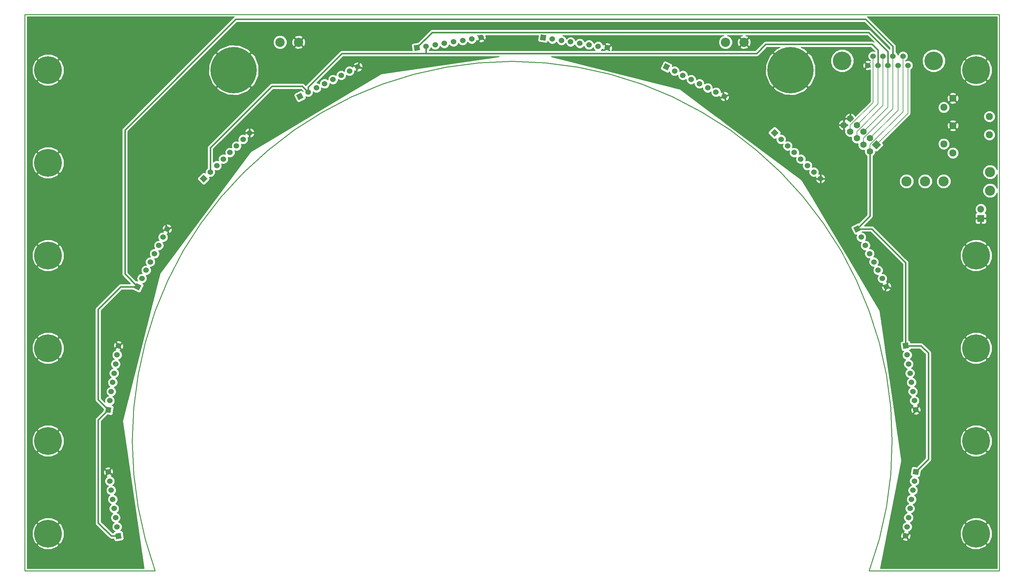
<source format=gtl>
G04 (created by PCBNEW-RS274X (2010-03-14)-final) date Fri 28 Jan 2011 02:53:33 PM PST*
G01*
G70*
G90*
%MOIN*%
G04 Gerber Fmt 3.4, Leading zero omitted, Abs format*
%FSLAX34Y34*%
G04 APERTURE LIST*
%ADD10C,0.006000*%
%ADD11C,0.009000*%
%ADD12C,0.070000*%
%ADD13C,0.060000*%
%ADD14C,0.200000*%
%ADD15C,0.076700*%
%ADD16C,0.073000*%
%ADD17R,0.073000X0.073000*%
%ADD18O,0.109500X0.109500*%
%ADD19C,0.109500*%
%ADD20C,0.300000*%
%ADD21C,0.500000*%
%ADD22C,0.100000*%
%ADD23C,0.016000*%
%ADD24C,0.008000*%
%ADD25C,0.010000*%
G04 APERTURE END LIST*
G54D10*
G54D11*
X110500Y-68000D02*
X96474Y-68000D01*
X05500Y-68000D02*
X19526Y-68000D01*
X96472Y-68002D02*
X97546Y-64596D01*
X98319Y-61109D01*
X98786Y-57568D01*
X98942Y-54000D01*
X98786Y-50432D01*
X98319Y-46891D01*
X97546Y-43404D01*
X96472Y-39998D01*
X95106Y-36698D01*
X93456Y-33529D01*
X91537Y-30517D01*
X89363Y-27683D01*
X86950Y-25050D01*
X84317Y-22637D01*
X81483Y-20463D01*
X78471Y-18544D01*
X75302Y-16894D01*
X72002Y-15528D01*
X68596Y-14454D01*
X65109Y-13681D01*
X61568Y-13214D01*
X58000Y-13058D01*
X54432Y-13214D01*
X50891Y-13681D01*
X47404Y-14454D01*
X43998Y-15528D01*
X40698Y-16894D01*
X37529Y-18544D01*
X34517Y-20463D01*
X31683Y-22637D01*
X29050Y-25050D01*
X26637Y-27683D01*
X24463Y-30517D01*
X22544Y-33529D01*
X20894Y-36698D01*
X19528Y-39998D01*
X18454Y-43404D01*
X17681Y-46891D01*
X17214Y-50432D01*
X17058Y-54000D01*
X17214Y-57568D01*
X17681Y-61109D01*
X18454Y-64596D01*
X19528Y-68002D01*
X110500Y-08000D02*
X110500Y-68000D01*
X05500Y-08000D02*
X110500Y-08000D01*
X05500Y-68000D02*
X05500Y-08000D01*
G54D10*
G36*
X97763Y-22061D02*
X97268Y-22556D01*
X96773Y-22061D01*
X97268Y-21566D01*
X97763Y-22061D01*
X97763Y-22061D01*
G37*
G54D12*
X96561Y-22768D03*
X96561Y-21354D03*
X95854Y-22061D03*
X95854Y-20646D03*
X95146Y-21354D03*
X95146Y-19939D03*
X94439Y-20646D03*
X94439Y-19232D03*
X93732Y-19939D03*
G54D13*
X100660Y-13500D03*
X99580Y-13500D03*
X98500Y-13500D03*
X97420Y-13500D03*
X96340Y-13500D03*
X100120Y-12500D03*
X99040Y-12500D03*
X97960Y-12500D03*
X96880Y-12500D03*
G54D14*
X103430Y-13000D03*
X93570Y-13000D03*
G54D15*
X105500Y-17048D03*
X105500Y-20000D03*
X105500Y-22952D03*
X104516Y-18032D03*
X104516Y-21968D03*
X109437Y-19016D03*
X109437Y-20984D03*
G54D16*
X108500Y-29000D03*
G54D17*
X108500Y-30000D03*
G54D18*
X104500Y-26000D03*
X102500Y-26000D03*
X100500Y-26000D03*
G54D19*
X109500Y-27000D03*
X109500Y-25000D03*
G54D20*
X108000Y-14000D03*
X108000Y-34000D03*
X108000Y-44000D03*
X108000Y-54000D03*
X108000Y-64000D03*
X08000Y-34000D03*
X08000Y-14000D03*
X08000Y-44000D03*
X08000Y-24000D03*
X08000Y-54000D03*
X08000Y-64000D03*
G54D21*
X88000Y-14000D03*
X28000Y-14000D03*
G54D22*
X33000Y-11000D03*
X35000Y-11000D03*
X81000Y-11000D03*
X83000Y-11000D03*
G54D10*
G36*
X15934Y-64510D02*
X15342Y-64604D01*
X15248Y-64012D01*
X15840Y-63918D01*
X15934Y-64510D01*
X15934Y-64510D01*
G37*
G54D13*
X15434Y-63273D03*
X15278Y-62286D03*
X15121Y-61298D03*
X14965Y-60310D03*
X14808Y-59322D03*
X14652Y-58335D03*
X14495Y-57347D03*
G54D10*
G36*
X14744Y-50996D02*
X14152Y-50902D01*
X14246Y-50310D01*
X14838Y-50404D01*
X14744Y-50996D01*
X14744Y-50996D01*
G37*
G54D13*
X14652Y-49665D03*
X14808Y-48678D03*
X14965Y-47690D03*
X15121Y-46702D03*
X15278Y-45714D03*
X15434Y-44727D03*
X15591Y-43739D03*
G54D10*
G36*
X17790Y-37777D02*
X17256Y-37505D01*
X17528Y-36971D01*
X18062Y-37243D01*
X17790Y-37777D01*
X17790Y-37777D01*
G37*
G54D13*
X18113Y-36483D03*
X18567Y-35592D03*
X19021Y-34701D03*
X19475Y-33809D03*
X19929Y-32918D03*
X20383Y-32027D03*
X20837Y-31136D03*
G54D10*
G36*
X24771Y-26145D02*
X24347Y-25721D01*
X24771Y-25297D01*
X25195Y-25721D01*
X24771Y-26145D01*
X24771Y-26145D01*
G37*
G54D13*
X25478Y-25014D03*
X26185Y-24307D03*
X26892Y-23600D03*
X27600Y-22892D03*
X28307Y-22185D03*
X29014Y-21478D03*
X29721Y-20771D03*
G54D10*
G36*
X35005Y-17240D02*
X34733Y-16706D01*
X35267Y-16434D01*
X35539Y-16968D01*
X35005Y-17240D01*
X35005Y-17240D01*
G37*
G54D13*
X36027Y-16383D03*
X36918Y-15929D03*
X37809Y-15475D03*
X38701Y-15021D03*
X39592Y-14567D03*
X40483Y-14113D03*
X41374Y-13659D03*
G54D10*
G36*
X47490Y-11934D02*
X47396Y-11342D01*
X47988Y-11248D01*
X48082Y-11840D01*
X47490Y-11934D01*
X47490Y-11934D01*
G37*
G54D13*
X48727Y-11434D03*
X49714Y-11278D03*
X50702Y-11121D03*
X51690Y-10965D03*
X52678Y-10808D03*
X53665Y-10652D03*
X54653Y-10495D03*
G54D10*
G36*
X61004Y-10744D02*
X61098Y-10152D01*
X61690Y-10246D01*
X61596Y-10838D01*
X61004Y-10744D01*
X61004Y-10744D01*
G37*
G54D13*
X62335Y-10652D03*
X63322Y-10808D03*
X64310Y-10965D03*
X65298Y-11121D03*
X66286Y-11278D03*
X67273Y-11434D03*
X68261Y-11591D03*
G54D10*
G36*
X74223Y-13790D02*
X74495Y-13256D01*
X75029Y-13528D01*
X74757Y-14062D01*
X74223Y-13790D01*
X74223Y-13790D01*
G37*
G54D13*
X75517Y-14113D03*
X76408Y-14567D03*
X77299Y-15021D03*
X78191Y-15475D03*
X79082Y-15929D03*
X79973Y-16383D03*
X80864Y-16837D03*
G54D10*
G36*
X85855Y-20771D02*
X86279Y-20347D01*
X86703Y-20771D01*
X86279Y-21195D01*
X85855Y-20771D01*
X85855Y-20771D01*
G37*
G54D13*
X86986Y-21478D03*
X87693Y-22185D03*
X88400Y-22892D03*
X89108Y-23600D03*
X89815Y-24307D03*
X90522Y-25014D03*
X91229Y-25721D03*
G54D10*
G36*
X94760Y-31005D02*
X95294Y-30733D01*
X95566Y-31267D01*
X95032Y-31539D01*
X94760Y-31005D01*
X94760Y-31005D01*
G37*
G54D13*
X95617Y-32027D03*
X96071Y-32918D03*
X96525Y-33809D03*
X96979Y-34701D03*
X97433Y-35592D03*
X97887Y-36483D03*
X98341Y-37374D03*
G54D10*
G36*
X100066Y-43490D02*
X100658Y-43396D01*
X100752Y-43988D01*
X100160Y-44082D01*
X100066Y-43490D01*
X100066Y-43490D01*
G37*
G54D13*
X100566Y-44727D03*
X100722Y-45714D03*
X100879Y-46702D03*
X101035Y-47690D03*
X101192Y-48678D03*
X101348Y-49665D03*
X101505Y-50653D03*
G54D10*
G36*
X101256Y-57004D02*
X101848Y-57098D01*
X101754Y-57690D01*
X101162Y-57596D01*
X101256Y-57004D01*
X101256Y-57004D01*
G37*
G54D13*
X101348Y-58335D03*
X101192Y-59322D03*
X101035Y-60310D03*
X100879Y-61298D03*
X100722Y-62286D03*
X100566Y-63273D03*
X100409Y-64261D03*
G54D23*
X102860Y-55992D02*
X101505Y-57347D01*
X102860Y-44530D02*
X102860Y-55992D01*
X102069Y-43739D02*
X102860Y-44530D01*
X100409Y-43739D02*
X102069Y-43739D01*
X100409Y-34799D02*
X100409Y-43739D01*
X96746Y-31136D02*
X100409Y-34799D01*
X95163Y-31136D02*
X96746Y-31136D01*
X96561Y-29738D02*
X95163Y-31136D01*
X96561Y-22768D02*
X96561Y-29738D01*
G54D24*
X96561Y-22059D02*
X96561Y-22768D01*
X100120Y-18500D02*
X96561Y-22059D01*
X100120Y-12500D02*
X100120Y-18500D01*
X100660Y-18669D02*
X97268Y-22061D01*
X100660Y-13500D02*
X100660Y-18669D01*
X98500Y-18000D02*
X95854Y-20646D01*
X98500Y-13500D02*
X98500Y-18000D01*
G54D23*
X49388Y-09942D02*
X47739Y-11591D01*
X96426Y-09942D02*
X49388Y-09942D01*
X98500Y-12016D02*
X96426Y-09942D01*
X98500Y-13500D02*
X98500Y-12016D01*
X17659Y-37374D02*
X15836Y-37374D01*
X13400Y-49558D02*
X14495Y-50653D01*
X13400Y-39810D02*
X13400Y-49558D01*
X15836Y-37374D02*
X13400Y-39810D01*
X16280Y-35995D02*
X17659Y-37374D01*
X16280Y-20480D02*
X16280Y-35995D01*
X28230Y-08530D02*
X16280Y-20480D01*
X96110Y-08530D02*
X28230Y-08530D01*
X99040Y-11460D02*
X96110Y-08530D01*
X99040Y-12500D02*
X99040Y-11460D01*
X13410Y-51738D02*
X14495Y-50653D01*
X13410Y-62850D02*
X13410Y-51738D01*
X14821Y-64261D02*
X13410Y-62850D01*
X15591Y-64261D02*
X14821Y-64261D01*
G54D24*
X95854Y-21356D02*
X95854Y-22061D01*
X99040Y-18170D02*
X95854Y-21356D01*
X99040Y-12500D02*
X99040Y-18170D01*
X95146Y-20644D02*
X95146Y-21354D01*
X97960Y-17830D02*
X95146Y-20644D01*
X97960Y-12500D02*
X97960Y-17830D01*
X99580Y-18335D02*
X96561Y-21354D01*
X99580Y-13500D02*
X99580Y-18335D01*
G54D23*
X36027Y-16383D02*
X36027Y-16367D01*
X25478Y-22392D02*
X25478Y-25014D01*
X32120Y-15750D02*
X25478Y-22392D01*
X35410Y-15750D02*
X32120Y-15750D01*
X36027Y-16367D02*
X35410Y-15750D01*
G54D24*
X97420Y-17665D02*
X95146Y-19939D01*
X97420Y-13500D02*
X97420Y-17665D01*
G54D23*
X48727Y-11434D02*
X48727Y-12206D01*
X39662Y-12206D02*
X48727Y-12206D01*
X36027Y-15841D02*
X39662Y-12206D01*
X36027Y-16383D02*
X36027Y-15841D01*
X97420Y-11861D02*
X97420Y-13500D01*
X96781Y-11222D02*
X97420Y-11861D01*
X85331Y-11222D02*
X96781Y-11222D01*
X84347Y-12206D02*
X85331Y-11222D01*
X48727Y-12206D02*
X84347Y-12206D01*
G54D24*
X94439Y-19941D02*
X94439Y-20646D01*
X96880Y-17500D02*
X94439Y-19941D01*
X96880Y-12500D02*
X96880Y-17500D01*
G54D25*
X96266Y-08245D02*
X110255Y-08245D01*
X96372Y-08325D02*
X110255Y-08325D01*
X96452Y-08405D02*
X110255Y-08405D01*
X96532Y-08485D02*
X110255Y-08485D01*
X96612Y-08565D02*
X110255Y-08565D01*
X96692Y-08645D02*
X110255Y-08645D01*
X96772Y-08725D02*
X110255Y-08725D01*
X96852Y-08805D02*
X110255Y-08805D01*
X96932Y-08885D02*
X110255Y-08885D01*
X97012Y-08965D02*
X110255Y-08965D01*
X97092Y-09045D02*
X110255Y-09045D01*
X97172Y-09125D02*
X110255Y-09125D01*
X97252Y-09205D02*
X110255Y-09205D01*
X97332Y-09285D02*
X110255Y-09285D01*
X97412Y-09365D02*
X110255Y-09365D01*
X97492Y-09445D02*
X110255Y-09445D01*
X97572Y-09525D02*
X110255Y-09525D01*
X97652Y-09605D02*
X110255Y-09605D01*
X97732Y-09685D02*
X110255Y-09685D01*
X97812Y-09765D02*
X110255Y-09765D01*
X97892Y-09845D02*
X110255Y-09845D01*
X97972Y-09925D02*
X110255Y-09925D01*
X98052Y-10005D02*
X110255Y-10005D01*
X98132Y-10085D02*
X110255Y-10085D01*
X98212Y-10165D02*
X110255Y-10165D01*
X98292Y-10245D02*
X110255Y-10245D01*
X98372Y-10325D02*
X110255Y-10325D01*
X98452Y-10405D02*
X110255Y-10405D01*
X98532Y-10485D02*
X110255Y-10485D01*
X98612Y-10565D02*
X110255Y-10565D01*
X98692Y-10645D02*
X110255Y-10645D01*
X98772Y-10725D02*
X110255Y-10725D01*
X98852Y-10805D02*
X110255Y-10805D01*
X98932Y-10885D02*
X110255Y-10885D01*
X99012Y-10965D02*
X110255Y-10965D01*
X99092Y-11045D02*
X110255Y-11045D01*
X99172Y-11125D02*
X110255Y-11125D01*
X99252Y-11205D02*
X110255Y-11205D01*
X99312Y-11285D02*
X110255Y-11285D01*
X99352Y-11365D02*
X110255Y-11365D01*
X99368Y-11445D02*
X110255Y-11445D01*
X99370Y-11525D02*
X110255Y-11525D01*
X85414Y-11605D02*
X86717Y-11605D01*
X89252Y-11605D02*
X96697Y-11605D01*
X99370Y-11605D02*
X110255Y-11605D01*
X85334Y-11685D02*
X86516Y-11685D01*
X89434Y-11685D02*
X96777Y-11685D01*
X99370Y-11685D02*
X110255Y-11685D01*
X85254Y-11765D02*
X86409Y-11765D01*
X89592Y-11765D02*
X93287Y-11765D01*
X93854Y-11765D02*
X96857Y-11765D01*
X99370Y-11765D02*
X103147Y-11765D01*
X103714Y-11765D02*
X110255Y-11765D01*
X85174Y-11845D02*
X86336Y-11845D01*
X89665Y-11845D02*
X93093Y-11845D01*
X94048Y-11845D02*
X96937Y-11845D01*
X99370Y-11845D02*
X102953Y-11845D01*
X103908Y-11845D02*
X110255Y-11845D01*
X85094Y-11925D02*
X86263Y-11925D01*
X89738Y-11925D02*
X92900Y-11925D01*
X94241Y-11925D02*
X97017Y-11925D01*
X99370Y-11925D02*
X102760Y-11925D01*
X104101Y-11925D02*
X110255Y-11925D01*
X85014Y-12005D02*
X86190Y-12005D01*
X89811Y-12005D02*
X92798Y-12005D01*
X94343Y-12005D02*
X96642Y-12005D01*
X99370Y-12005D02*
X99882Y-12005D01*
X100359Y-12005D02*
X102658Y-12005D01*
X104203Y-12005D02*
X110255Y-12005D01*
X84934Y-12085D02*
X86155Y-12085D01*
X89844Y-12085D02*
X92718Y-12085D01*
X94423Y-12085D02*
X96519Y-12085D01*
X99401Y-12085D02*
X99759Y-12085D01*
X100481Y-12085D02*
X102578Y-12085D01*
X104283Y-12085D02*
X110255Y-12085D01*
X84854Y-12165D02*
X86033Y-12165D01*
X86095Y-12165D02*
X86235Y-12165D01*
X89764Y-12165D02*
X89906Y-12165D01*
X89968Y-12165D02*
X92638Y-12165D01*
X94503Y-12165D02*
X96439Y-12165D01*
X99481Y-12165D02*
X99679Y-12165D01*
X100561Y-12165D02*
X102498Y-12165D01*
X104363Y-12165D02*
X110255Y-12165D01*
X84774Y-12245D02*
X85945Y-12245D01*
X86175Y-12245D02*
X86315Y-12245D01*
X89684Y-12245D02*
X89826Y-12245D01*
X90056Y-12245D02*
X92558Y-12245D01*
X94583Y-12245D02*
X96392Y-12245D01*
X99529Y-12245D02*
X99632Y-12245D01*
X100609Y-12245D02*
X102418Y-12245D01*
X104443Y-12245D02*
X110255Y-12245D01*
X84694Y-12325D02*
X85857Y-12325D01*
X86255Y-12325D02*
X86395Y-12325D01*
X89604Y-12325D02*
X89746Y-12325D01*
X90144Y-12325D02*
X92497Y-12325D01*
X94644Y-12325D02*
X96359Y-12325D01*
X99562Y-12325D02*
X99599Y-12325D01*
X100642Y-12325D02*
X102357Y-12325D01*
X104504Y-12325D02*
X107565Y-12325D01*
X108449Y-12325D02*
X110255Y-12325D01*
X84614Y-12405D02*
X85769Y-12405D01*
X86335Y-12405D02*
X86475Y-12405D01*
X89524Y-12405D02*
X89666Y-12405D01*
X90232Y-12405D02*
X92464Y-12405D01*
X94677Y-12405D02*
X96331Y-12405D01*
X100669Y-12405D02*
X102324Y-12405D01*
X104537Y-12405D02*
X107366Y-12405D01*
X108636Y-12405D02*
X110255Y-12405D01*
X84512Y-12485D02*
X85721Y-12485D01*
X86415Y-12485D02*
X86555Y-12485D01*
X89444Y-12485D02*
X89586Y-12485D01*
X90295Y-12485D02*
X92431Y-12485D01*
X94710Y-12485D02*
X96331Y-12485D01*
X100669Y-12485D02*
X102291Y-12485D01*
X104570Y-12485D02*
X107168Y-12485D01*
X108824Y-12485D02*
X110255Y-12485D01*
X62333Y-12565D02*
X85686Y-12565D01*
X86495Y-12565D02*
X86635Y-12565D01*
X89364Y-12565D02*
X89506Y-12565D01*
X90337Y-12565D02*
X92398Y-12565D01*
X94743Y-12565D02*
X96331Y-12565D01*
X100669Y-12565D02*
X102258Y-12565D01*
X104603Y-12565D02*
X107005Y-12565D01*
X108996Y-12565D02*
X110255Y-12565D01*
X62649Y-12645D02*
X85651Y-12645D01*
X86575Y-12645D02*
X86715Y-12645D01*
X89284Y-12645D02*
X89426Y-12645D01*
X90368Y-12645D02*
X92365Y-12645D01*
X94776Y-12645D02*
X96345Y-12645D01*
X100654Y-12645D02*
X102225Y-12645D01*
X104636Y-12645D02*
X106942Y-12645D01*
X109059Y-12645D02*
X110255Y-12645D01*
X62966Y-12725D02*
X85616Y-12725D01*
X86655Y-12725D02*
X86795Y-12725D01*
X89204Y-12725D02*
X89346Y-12725D01*
X90399Y-12725D02*
X92332Y-12725D01*
X94809Y-12725D02*
X96379Y-12725D01*
X100620Y-12725D02*
X102192Y-12725D01*
X104669Y-12725D02*
X106879Y-12725D01*
X109122Y-12725D02*
X110255Y-12725D01*
X63282Y-12805D02*
X85581Y-12805D01*
X86735Y-12805D02*
X86875Y-12805D01*
X89124Y-12805D02*
X89266Y-12805D01*
X90430Y-12805D02*
X92321Y-12805D01*
X94819Y-12805D02*
X96412Y-12805D01*
X100587Y-12805D02*
X102181Y-12805D01*
X104679Y-12805D02*
X106875Y-12805D01*
X109124Y-12805D02*
X110255Y-12805D01*
X63598Y-12885D02*
X85545Y-12885D01*
X86815Y-12885D02*
X86955Y-12885D01*
X89044Y-12885D02*
X89186Y-12885D01*
X90461Y-12885D02*
X92321Y-12885D01*
X94819Y-12885D02*
X96489Y-12885D01*
X100511Y-12885D02*
X102181Y-12885D01*
X104679Y-12885D02*
X106718Y-12885D01*
X106815Y-12885D02*
X106955Y-12885D01*
X109044Y-12885D02*
X109186Y-12885D01*
X109283Y-12885D02*
X110255Y-12885D01*
X63914Y-12965D02*
X85510Y-12965D01*
X86895Y-12965D02*
X87035Y-12965D01*
X88964Y-12965D02*
X89106Y-12965D01*
X90492Y-12965D02*
X92321Y-12965D01*
X94819Y-12965D02*
X96265Y-12965D01*
X96442Y-12965D02*
X96569Y-12965D01*
X100431Y-12965D02*
X100517Y-12965D01*
X100803Y-12965D02*
X102181Y-12965D01*
X104679Y-12965D02*
X106615Y-12965D01*
X106895Y-12965D02*
X107035Y-12965D01*
X108964Y-12965D02*
X109106Y-12965D01*
X109386Y-12965D02*
X110255Y-12965D01*
X64230Y-13045D02*
X74359Y-13045D01*
X74631Y-13045D02*
X85475Y-13045D01*
X86975Y-13045D02*
X87115Y-13045D01*
X88884Y-13045D02*
X89026Y-13045D01*
X90523Y-13045D02*
X92321Y-13045D01*
X94819Y-13045D02*
X96055Y-13045D01*
X100981Y-13045D02*
X102181Y-13045D01*
X104679Y-13045D02*
X106541Y-13045D01*
X106975Y-13045D02*
X107115Y-13045D01*
X108884Y-13045D02*
X109026Y-13045D01*
X109466Y-13045D02*
X110255Y-13045D01*
X64547Y-13125D02*
X74283Y-13125D01*
X74788Y-13125D02*
X85440Y-13125D01*
X87055Y-13125D02*
X87195Y-13125D01*
X88804Y-13125D02*
X88946Y-13125D01*
X90554Y-13125D02*
X92321Y-13125D01*
X94819Y-13125D02*
X96035Y-13125D01*
X101061Y-13125D02*
X102181Y-13125D01*
X104679Y-13125D02*
X106507Y-13125D01*
X107055Y-13125D02*
X107195Y-13125D01*
X108804Y-13125D02*
X108946Y-13125D01*
X109499Y-13125D02*
X110255Y-13125D01*
X64863Y-13205D02*
X74242Y-13205D01*
X74945Y-13205D02*
X85405Y-13205D01*
X87135Y-13205D02*
X87275Y-13205D01*
X88724Y-13205D02*
X88866Y-13205D01*
X90586Y-13205D02*
X92321Y-13205D01*
X94819Y-13205D02*
X95917Y-13205D01*
X95975Y-13205D02*
X96115Y-13205D01*
X96564Y-13205D02*
X96564Y-13205D01*
X101132Y-13205D02*
X102181Y-13205D01*
X104679Y-13205D02*
X106473Y-13205D01*
X107135Y-13205D02*
X107275Y-13205D01*
X108724Y-13205D02*
X108866Y-13205D01*
X109531Y-13205D02*
X110255Y-13205D01*
X65179Y-13285D02*
X74201Y-13285D01*
X75101Y-13285D02*
X85370Y-13285D01*
X87215Y-13285D02*
X87355Y-13285D01*
X88644Y-13285D02*
X88786Y-13285D01*
X90617Y-13285D02*
X92335Y-13285D01*
X94804Y-13285D02*
X95845Y-13285D01*
X96055Y-13285D02*
X96195Y-13285D01*
X96484Y-13285D02*
X96484Y-13285D01*
X101165Y-13285D02*
X102195Y-13285D01*
X104664Y-13285D02*
X106439Y-13285D01*
X107215Y-13285D02*
X107355Y-13285D01*
X108644Y-13285D02*
X108786Y-13285D01*
X109563Y-13285D02*
X110255Y-13285D01*
X65495Y-13365D02*
X74160Y-13365D01*
X75218Y-13365D02*
X85335Y-13365D01*
X87295Y-13365D02*
X87435Y-13365D01*
X88564Y-13365D02*
X88706Y-13365D01*
X90648Y-13365D02*
X92368Y-13365D01*
X94771Y-13365D02*
X95817Y-13365D01*
X96135Y-13365D02*
X96275Y-13365D01*
X96404Y-13365D02*
X96404Y-13365D01*
X101199Y-13365D02*
X102228Y-13365D01*
X104631Y-13365D02*
X106405Y-13365D01*
X107295Y-13365D02*
X107435Y-13365D01*
X108564Y-13365D02*
X108706Y-13365D01*
X109595Y-13365D02*
X110255Y-13365D01*
X65811Y-13445D02*
X74119Y-13445D01*
X75265Y-13445D02*
X85316Y-13445D01*
X87375Y-13445D02*
X87515Y-13445D01*
X88484Y-13445D02*
X88626Y-13445D01*
X90679Y-13445D02*
X92401Y-13445D01*
X94738Y-13445D02*
X95798Y-13445D01*
X96215Y-13445D02*
X96356Y-13445D01*
X101209Y-13445D02*
X102261Y-13445D01*
X104598Y-13445D02*
X106371Y-13445D01*
X107375Y-13445D02*
X107515Y-13445D01*
X108484Y-13445D02*
X108626Y-13445D01*
X109627Y-13445D02*
X110255Y-13445D01*
X66128Y-13525D02*
X74079Y-13525D01*
X75279Y-13525D02*
X85314Y-13525D01*
X87455Y-13525D02*
X87595Y-13525D01*
X88404Y-13525D02*
X88546Y-13525D01*
X90707Y-13525D02*
X92434Y-13525D01*
X94705Y-13525D02*
X95802Y-13525D01*
X96244Y-13525D02*
X96386Y-13525D01*
X96436Y-13525D02*
X96436Y-13525D01*
X101209Y-13525D02*
X102294Y-13525D01*
X104565Y-13525D02*
X106337Y-13525D01*
X107455Y-13525D02*
X107595Y-13525D01*
X108404Y-13525D02*
X108546Y-13525D01*
X109660Y-13525D02*
X110255Y-13525D01*
X66444Y-13605D02*
X74038Y-13605D01*
X75269Y-13605D02*
X75308Y-13605D01*
X75725Y-13605D02*
X85312Y-13605D01*
X87535Y-13605D02*
X87675Y-13605D01*
X88324Y-13605D02*
X88466Y-13605D01*
X90706Y-13605D02*
X92467Y-13605D01*
X94672Y-13605D02*
X95806Y-13605D01*
X96164Y-13605D02*
X96306Y-13605D01*
X96516Y-13605D02*
X96516Y-13605D01*
X101209Y-13605D02*
X102327Y-13605D01*
X104532Y-13605D02*
X106303Y-13605D01*
X107535Y-13605D02*
X107675Y-13605D01*
X108324Y-13605D02*
X108466Y-13605D01*
X109692Y-13605D02*
X110255Y-13605D01*
X66760Y-13685D02*
X73997Y-13685D01*
X75865Y-13685D02*
X85310Y-13685D01*
X87615Y-13685D02*
X87755Y-13685D01*
X88244Y-13685D02*
X88386Y-13685D01*
X90704Y-13685D02*
X92500Y-13685D01*
X94638Y-13685D02*
X95828Y-13685D01*
X96084Y-13685D02*
X96226Y-13685D01*
X101177Y-13685D02*
X102360Y-13685D01*
X104498Y-13685D02*
X106287Y-13685D01*
X107615Y-13685D02*
X107755Y-13685D01*
X108244Y-13685D02*
X108386Y-13685D01*
X109719Y-13685D02*
X110255Y-13685D01*
X67076Y-13765D02*
X73975Y-13765D01*
X75945Y-13765D02*
X85308Y-13765D01*
X87695Y-13765D02*
X87835Y-13765D01*
X88164Y-13765D02*
X88306Y-13765D01*
X90702Y-13765D02*
X92567Y-13765D01*
X94572Y-13765D02*
X95861Y-13765D01*
X96004Y-13765D02*
X96146Y-13765D01*
X101144Y-13765D02*
X102427Y-13765D01*
X104432Y-13765D02*
X106286Y-13765D01*
X107695Y-13765D02*
X107835Y-13765D01*
X108164Y-13765D02*
X108306Y-13765D01*
X109719Y-13765D02*
X110255Y-13765D01*
X67392Y-13845D02*
X73978Y-13845D01*
X76000Y-13845D02*
X85307Y-13845D01*
X87775Y-13845D02*
X87915Y-13845D01*
X88084Y-13845D02*
X88226Y-13845D01*
X90700Y-13845D02*
X92647Y-13845D01*
X94492Y-13845D02*
X96066Y-13845D01*
X101091Y-13845D02*
X102507Y-13845D01*
X104352Y-13845D02*
X106285Y-13845D01*
X107775Y-13845D02*
X107915Y-13845D01*
X108084Y-13845D02*
X108226Y-13845D01*
X109718Y-13845D02*
X110255Y-13845D01*
X67709Y-13925D02*
X74010Y-13925D01*
X76034Y-13925D02*
X85305Y-13925D01*
X87855Y-13925D02*
X87995Y-13925D01*
X88004Y-13925D02*
X88146Y-13925D01*
X90698Y-13925D02*
X92727Y-13925D01*
X94412Y-13925D02*
X96045Y-13925D01*
X101011Y-13925D02*
X102587Y-13925D01*
X104272Y-13925D02*
X106285Y-13925D01*
X107855Y-13925D02*
X107995Y-13925D01*
X108004Y-13925D02*
X108146Y-13925D01*
X109717Y-13925D02*
X110255Y-13925D01*
X68025Y-14005D02*
X74096Y-14005D01*
X76066Y-14005D02*
X85303Y-14005D01*
X87924Y-14005D02*
X88075Y-14005D01*
X90697Y-14005D02*
X92807Y-14005D01*
X94332Y-14005D02*
X96152Y-14005D01*
X96539Y-14005D02*
X96590Y-14005D01*
X100950Y-14005D02*
X102667Y-14005D01*
X104192Y-14005D02*
X106284Y-14005D01*
X107924Y-14005D02*
X108075Y-14005D01*
X109716Y-14005D02*
X110255Y-14005D01*
X68341Y-14085D02*
X74252Y-14085D01*
X76066Y-14085D02*
X76138Y-14085D01*
X76679Y-14085D02*
X85301Y-14085D01*
X87844Y-14085D02*
X87986Y-14085D01*
X88015Y-14085D02*
X88155Y-14085D01*
X90695Y-14085D02*
X92923Y-14085D01*
X94216Y-14085D02*
X96590Y-14085D01*
X100950Y-14085D02*
X102783Y-14085D01*
X104076Y-14085D02*
X106283Y-14085D01*
X107844Y-14085D02*
X107986Y-14085D01*
X108015Y-14085D02*
X108155Y-14085D01*
X109715Y-14085D02*
X110255Y-14085D01*
X68657Y-14165D02*
X74409Y-14165D01*
X76782Y-14165D02*
X85300Y-14165D01*
X87764Y-14165D02*
X87906Y-14165D01*
X88095Y-14165D02*
X88235Y-14165D01*
X90693Y-14165D02*
X93117Y-14165D01*
X94022Y-14165D02*
X96590Y-14165D01*
X100950Y-14165D02*
X102977Y-14165D01*
X103882Y-14165D02*
X106282Y-14165D01*
X107764Y-14165D02*
X107906Y-14165D01*
X108095Y-14165D02*
X108235Y-14165D01*
X109714Y-14165D02*
X110255Y-14165D01*
X68973Y-14245D02*
X74566Y-14245D01*
X74926Y-14245D02*
X74977Y-14245D01*
X76862Y-14245D02*
X85298Y-14245D01*
X87684Y-14245D02*
X87826Y-14245D01*
X88175Y-14245D02*
X88315Y-14245D01*
X90691Y-14245D02*
X93310Y-14245D01*
X93829Y-14245D02*
X96590Y-14245D01*
X100950Y-14245D02*
X103170Y-14245D01*
X103689Y-14245D02*
X106281Y-14245D01*
X107684Y-14245D02*
X107826Y-14245D01*
X108175Y-14245D02*
X108315Y-14245D01*
X109714Y-14245D02*
X110255Y-14245D01*
X69290Y-14325D02*
X75010Y-14325D01*
X76902Y-14325D02*
X85296Y-14325D01*
X87604Y-14325D02*
X87746Y-14325D01*
X88255Y-14325D02*
X88395Y-14325D01*
X90690Y-14325D02*
X96590Y-14325D01*
X100950Y-14325D02*
X106280Y-14325D01*
X107604Y-14325D02*
X107746Y-14325D01*
X108255Y-14325D02*
X108395Y-14325D01*
X109713Y-14325D02*
X110255Y-14325D01*
X69606Y-14405D02*
X75044Y-14405D01*
X76935Y-14405D02*
X85294Y-14405D01*
X87524Y-14405D02*
X87666Y-14405D01*
X88335Y-14405D02*
X88475Y-14405D01*
X90688Y-14405D02*
X96590Y-14405D01*
X100950Y-14405D02*
X106312Y-14405D01*
X107524Y-14405D02*
X107666Y-14405D01*
X108335Y-14405D02*
X108475Y-14405D01*
X109693Y-14405D02*
X110255Y-14405D01*
X69922Y-14485D02*
X75113Y-14485D01*
X76957Y-14485D02*
X77159Y-14485D01*
X77440Y-14485D02*
X85294Y-14485D01*
X87444Y-14485D02*
X87586Y-14485D01*
X88415Y-14485D02*
X88555Y-14485D01*
X90686Y-14485D02*
X96590Y-14485D01*
X100950Y-14485D02*
X106344Y-14485D01*
X107444Y-14485D02*
X107586Y-14485D01*
X108415Y-14485D02*
X108555Y-14485D01*
X109659Y-14485D02*
X110255Y-14485D01*
X70238Y-14565D02*
X75193Y-14565D01*
X75841Y-14565D02*
X75859Y-14565D01*
X76957Y-14565D02*
X76979Y-14565D01*
X77619Y-14565D02*
X85325Y-14565D01*
X87364Y-14565D02*
X87506Y-14565D01*
X88495Y-14565D02*
X88635Y-14565D01*
X90684Y-14565D02*
X96590Y-14565D01*
X100950Y-14565D02*
X106377Y-14565D01*
X107364Y-14565D02*
X107506Y-14565D01*
X108495Y-14565D02*
X108635Y-14565D01*
X109625Y-14565D02*
X110255Y-14565D01*
X70555Y-14645D02*
X75367Y-14645D01*
X75666Y-14645D02*
X75859Y-14645D01*
X77699Y-14645D02*
X85356Y-14645D01*
X87284Y-14645D02*
X87426Y-14645D01*
X88575Y-14645D02*
X88715Y-14645D01*
X90661Y-14645D02*
X96590Y-14645D01*
X100950Y-14645D02*
X106409Y-14645D01*
X107284Y-14645D02*
X107426Y-14645D01*
X108575Y-14645D02*
X108715Y-14645D01*
X109591Y-14645D02*
X110255Y-14645D01*
X70871Y-14725D02*
X75879Y-14725D01*
X77771Y-14725D02*
X85387Y-14725D01*
X87204Y-14725D02*
X87346Y-14725D01*
X88655Y-14725D02*
X88795Y-14725D01*
X90626Y-14725D02*
X96590Y-14725D01*
X100950Y-14725D02*
X106441Y-14725D01*
X107204Y-14725D02*
X107346Y-14725D01*
X108655Y-14725D02*
X108795Y-14725D01*
X109557Y-14725D02*
X110255Y-14725D01*
X71187Y-14805D02*
X75912Y-14805D01*
X77804Y-14805D02*
X85418Y-14805D01*
X87124Y-14805D02*
X87266Y-14805D01*
X88735Y-14805D02*
X88875Y-14805D01*
X90591Y-14805D02*
X96590Y-14805D01*
X100950Y-14805D02*
X106473Y-14805D01*
X107124Y-14805D02*
X107266Y-14805D01*
X108735Y-14805D02*
X108875Y-14805D01*
X109522Y-14805D02*
X110255Y-14805D01*
X71503Y-14885D02*
X75950Y-14885D01*
X77837Y-14885D02*
X85449Y-14885D01*
X87044Y-14885D02*
X87186Y-14885D01*
X88815Y-14885D02*
X88955Y-14885D01*
X90556Y-14885D02*
X96590Y-14885D01*
X100950Y-14885D02*
X106505Y-14885D01*
X107044Y-14885D02*
X107186Y-14885D01*
X108815Y-14885D02*
X108955Y-14885D01*
X109488Y-14885D02*
X110255Y-14885D01*
X71819Y-14965D02*
X76030Y-14965D01*
X77848Y-14965D02*
X77989Y-14965D01*
X78394Y-14965D02*
X85481Y-14965D01*
X86964Y-14965D02*
X87106Y-14965D01*
X88895Y-14965D02*
X89035Y-14965D01*
X90521Y-14965D02*
X96590Y-14965D01*
X100950Y-14965D02*
X106540Y-14965D01*
X106964Y-14965D02*
X107106Y-14965D01*
X108895Y-14965D02*
X109035Y-14965D01*
X109454Y-14965D02*
X110255Y-14965D01*
X72136Y-15045D02*
X76128Y-15045D01*
X76687Y-15045D02*
X76750Y-15045D01*
X78537Y-15045D02*
X85512Y-15045D01*
X86884Y-15045D02*
X87026Y-15045D01*
X88975Y-15045D02*
X89115Y-15045D01*
X90485Y-15045D02*
X96590Y-15045D01*
X100950Y-15045D02*
X106627Y-15045D01*
X106884Y-15045D02*
X107026Y-15045D01*
X108975Y-15045D02*
X109115Y-15045D01*
X109372Y-15045D02*
X110255Y-15045D01*
X72452Y-15125D02*
X76750Y-15125D01*
X78617Y-15125D02*
X85543Y-15125D01*
X86804Y-15125D02*
X86946Y-15125D01*
X89055Y-15125D02*
X89195Y-15125D01*
X90450Y-15125D02*
X96590Y-15125D01*
X100950Y-15125D02*
X106729Y-15125D01*
X106804Y-15125D02*
X106946Y-15125D01*
X109055Y-15125D02*
X109195Y-15125D01*
X109270Y-15125D02*
X110255Y-15125D01*
X72768Y-15205D02*
X76781Y-15205D01*
X78674Y-15205D02*
X85574Y-15205D01*
X86724Y-15205D02*
X86866Y-15205D01*
X89135Y-15205D02*
X89275Y-15205D01*
X90415Y-15205D02*
X96590Y-15205D01*
X100950Y-15205D02*
X106866Y-15205D01*
X109135Y-15205D02*
X110255Y-15205D01*
X73084Y-15285D02*
X76814Y-15285D01*
X78707Y-15285D02*
X85605Y-15285D01*
X86644Y-15285D02*
X86786Y-15285D01*
X89215Y-15285D02*
X89355Y-15285D01*
X90380Y-15285D02*
X96590Y-15285D01*
X100950Y-15285D02*
X106886Y-15285D01*
X109113Y-15285D02*
X110255Y-15285D01*
X73400Y-15365D02*
X76867Y-15365D01*
X78740Y-15365D02*
X85636Y-15365D01*
X86564Y-15365D02*
X86706Y-15365D01*
X89295Y-15365D02*
X89435Y-15365D01*
X90345Y-15365D02*
X96590Y-15365D01*
X100950Y-15365D02*
X106949Y-15365D01*
X109050Y-15365D02*
X110255Y-15365D01*
X73717Y-15445D02*
X76947Y-15445D01*
X78740Y-15445D02*
X78817Y-15445D01*
X79348Y-15445D02*
X85667Y-15445D01*
X86484Y-15445D02*
X86626Y-15445D01*
X89375Y-15445D02*
X89515Y-15445D01*
X90310Y-15445D02*
X96590Y-15445D01*
X100950Y-15445D02*
X107012Y-15445D01*
X108988Y-15445D02*
X110255Y-15445D01*
X74033Y-15525D02*
X77081Y-15525D01*
X77516Y-15525D02*
X77642Y-15525D01*
X79454Y-15525D02*
X85712Y-15525D01*
X86404Y-15525D02*
X86546Y-15525D01*
X89455Y-15525D02*
X89595Y-15525D01*
X90274Y-15525D02*
X96590Y-15525D01*
X100950Y-15525D02*
X107199Y-15525D01*
X108808Y-15525D02*
X110255Y-15525D01*
X74349Y-15605D02*
X77650Y-15605D01*
X79534Y-15605D02*
X85779Y-15605D01*
X86324Y-15605D02*
X86466Y-15605D01*
X89535Y-15605D02*
X89675Y-15605D01*
X90220Y-15605D02*
X96590Y-15605D01*
X100950Y-15605D02*
X107387Y-15605D01*
X108609Y-15605D02*
X110255Y-15605D01*
X74665Y-15685D02*
X77684Y-15685D01*
X79575Y-15685D02*
X85867Y-15685D01*
X86244Y-15685D02*
X86386Y-15685D01*
X89615Y-15685D02*
X89755Y-15685D01*
X90132Y-15685D02*
X96590Y-15685D01*
X100950Y-15685D02*
X107575Y-15685D01*
X108410Y-15685D02*
X110255Y-15685D01*
X74981Y-15765D02*
X77717Y-15765D01*
X79609Y-15765D02*
X85955Y-15765D01*
X86164Y-15765D02*
X86306Y-15765D01*
X89695Y-15765D02*
X89835Y-15765D01*
X90044Y-15765D02*
X96590Y-15765D01*
X100950Y-15765D02*
X110255Y-15765D01*
X75298Y-15845D02*
X77785Y-15845D01*
X79631Y-15845D02*
X79838Y-15845D01*
X80109Y-15845D02*
X86043Y-15845D01*
X86084Y-15845D02*
X86226Y-15845D01*
X89775Y-15845D02*
X89915Y-15845D01*
X89956Y-15845D02*
X96590Y-15845D01*
X100950Y-15845D02*
X110255Y-15845D01*
X75614Y-15925D02*
X77865Y-15925D01*
X78517Y-15925D02*
X78533Y-15925D01*
X79631Y-15925D02*
X79655Y-15925D01*
X80291Y-15925D02*
X86146Y-15925D01*
X89855Y-15925D02*
X96590Y-15925D01*
X100950Y-15925D02*
X110255Y-15925D01*
X75930Y-16005D02*
X78036Y-16005D01*
X78345Y-16005D02*
X78533Y-16005D01*
X80371Y-16005D02*
X86198Y-16005D01*
X89801Y-16005D02*
X96590Y-16005D01*
X100950Y-16005D02*
X110255Y-16005D01*
X76125Y-16085D02*
X78552Y-16085D01*
X80444Y-16085D02*
X86271Y-16085D01*
X89728Y-16085D02*
X96590Y-16085D01*
X100950Y-16085D02*
X110255Y-16085D01*
X76232Y-16165D02*
X78585Y-16165D01*
X80477Y-16165D02*
X86344Y-16165D01*
X89655Y-16165D02*
X96590Y-16165D01*
X100950Y-16165D02*
X110255Y-16165D01*
X76340Y-16245D02*
X78622Y-16245D01*
X80510Y-16245D02*
X86417Y-16245D01*
X89582Y-16245D02*
X96590Y-16245D01*
X100950Y-16245D02*
X110255Y-16245D01*
X76447Y-16325D02*
X78702Y-16325D01*
X80522Y-16325D02*
X80795Y-16325D01*
X81038Y-16325D02*
X86588Y-16325D01*
X89463Y-16325D02*
X96590Y-16325D01*
X100950Y-16325D02*
X110255Y-16325D01*
X76554Y-16405D02*
X78797Y-16405D01*
X79366Y-16405D02*
X79424Y-16405D01*
X80522Y-16405D02*
X80537Y-16405D01*
X80672Y-16405D02*
X80776Y-16405D01*
X81197Y-16405D02*
X86770Y-16405D01*
X89257Y-16405D02*
X96590Y-16405D01*
X100950Y-16405D02*
X110255Y-16405D01*
X76662Y-16485D02*
X79424Y-16485D01*
X80698Y-16485D02*
X80802Y-16485D01*
X81273Y-16485D02*
X86953Y-16485D01*
X89052Y-16485D02*
X96590Y-16485D01*
X100950Y-16485D02*
X105226Y-16485D01*
X105768Y-16485D02*
X110255Y-16485D01*
X76769Y-16565D02*
X79454Y-16565D01*
X80724Y-16565D02*
X80828Y-16565D01*
X81324Y-16565D02*
X87135Y-16565D01*
X88846Y-16565D02*
X96590Y-16565D01*
X100950Y-16565D02*
X105151Y-16565D01*
X105850Y-16565D02*
X110255Y-16565D01*
X76876Y-16645D02*
X79487Y-16645D01*
X80750Y-16645D02*
X80854Y-16645D01*
X81294Y-16645D02*
X87317Y-16645D01*
X88640Y-16645D02*
X96590Y-16645D01*
X100950Y-16645D02*
X105168Y-16645D01*
X105832Y-16645D02*
X110255Y-16645D01*
X76984Y-16725D02*
X79539Y-16725D01*
X80776Y-16725D02*
X80880Y-16725D01*
X81047Y-16725D02*
X96590Y-16725D01*
X100950Y-16725D02*
X104958Y-16725D01*
X105106Y-16725D02*
X105248Y-16725D01*
X105752Y-16725D02*
X105894Y-16725D01*
X106043Y-16725D02*
X110255Y-16725D01*
X77091Y-16805D02*
X79619Y-16805D01*
X80801Y-16805D02*
X81125Y-16805D01*
X81411Y-16805D02*
X96590Y-16805D01*
X100950Y-16805D02*
X104928Y-16805D01*
X105186Y-16805D02*
X105328Y-16805D01*
X105672Y-16805D02*
X105814Y-16805D01*
X106077Y-16805D02*
X110255Y-16805D01*
X77198Y-16885D02*
X79750Y-16885D01*
X80195Y-16885D02*
X80328Y-16885D01*
X80553Y-16885D02*
X80932Y-16885D01*
X81405Y-16885D02*
X96590Y-16885D01*
X100950Y-16885D02*
X104899Y-16885D01*
X105266Y-16885D02*
X105408Y-16885D01*
X105592Y-16885D02*
X105734Y-16885D01*
X106110Y-16885D02*
X110255Y-16885D01*
X77306Y-16965D02*
X80632Y-16965D01*
X80854Y-16965D02*
X80958Y-16965D01*
X81396Y-16965D02*
X96590Y-16965D01*
X100950Y-16965D02*
X104875Y-16965D01*
X105346Y-16965D02*
X105488Y-16965D01*
X105512Y-16965D02*
X105654Y-16965D01*
X106119Y-16965D02*
X110255Y-16965D01*
X77413Y-17045D02*
X80416Y-17045D01*
X80880Y-17045D02*
X80983Y-17045D01*
X81360Y-17045D02*
X96590Y-17045D01*
X100950Y-17045D02*
X104878Y-17045D01*
X105426Y-17045D02*
X105574Y-17045D01*
X106122Y-17045D02*
X110255Y-17045D01*
X77520Y-17125D02*
X80401Y-17125D01*
X80906Y-17125D02*
X81009Y-17125D01*
X81324Y-17125D02*
X96590Y-17125D01*
X100950Y-17125D02*
X104881Y-17125D01*
X105352Y-17125D02*
X105494Y-17125D01*
X105506Y-17125D02*
X105648Y-17125D01*
X106125Y-17125D02*
X110255Y-17125D01*
X77628Y-17205D02*
X80471Y-17205D01*
X80931Y-17205D02*
X81035Y-17205D01*
X81258Y-17205D02*
X96590Y-17205D01*
X100950Y-17205D02*
X104887Y-17205D01*
X105272Y-17205D02*
X105414Y-17205D01*
X105586Y-17205D02*
X105728Y-17205D01*
X106103Y-17205D02*
X110255Y-17205D01*
X77735Y-17285D02*
X80547Y-17285D01*
X80957Y-17285D02*
X81071Y-17285D01*
X81173Y-17285D02*
X96590Y-17285D01*
X100950Y-17285D02*
X104921Y-17285D01*
X105192Y-17285D02*
X105334Y-17285D01*
X105666Y-17285D02*
X105808Y-17285D01*
X106074Y-17285D02*
X110255Y-17285D01*
X77842Y-17365D02*
X80726Y-17365D01*
X80918Y-17365D02*
X96590Y-17365D01*
X100950Y-17365D02*
X104954Y-17365D01*
X105112Y-17365D02*
X105254Y-17365D01*
X105746Y-17365D02*
X105888Y-17365D01*
X106044Y-17365D02*
X110255Y-17365D01*
X77950Y-17445D02*
X96525Y-17445D01*
X100950Y-17445D02*
X104280Y-17445D01*
X104754Y-17445D02*
X105174Y-17445D01*
X105826Y-17445D02*
X110255Y-17445D01*
X78057Y-17525D02*
X96445Y-17525D01*
X100950Y-17525D02*
X104128Y-17525D01*
X104904Y-17525D02*
X105147Y-17525D01*
X105852Y-17525D02*
X110255Y-17525D01*
X78165Y-17605D02*
X96365Y-17605D01*
X100950Y-17605D02*
X104048Y-17605D01*
X104984Y-17605D02*
X105216Y-17605D01*
X105789Y-17605D02*
X110255Y-17605D01*
X78272Y-17685D02*
X96285Y-17685D01*
X100950Y-17685D02*
X103975Y-17685D01*
X105058Y-17685D02*
X110255Y-17685D01*
X78379Y-17765D02*
X96205Y-17765D01*
X100950Y-17765D02*
X103942Y-17765D01*
X105091Y-17765D02*
X110255Y-17765D01*
X78487Y-17845D02*
X96125Y-17845D01*
X100950Y-17845D02*
X103909Y-17845D01*
X105124Y-17845D02*
X110255Y-17845D01*
X78594Y-17925D02*
X96045Y-17925D01*
X100950Y-17925D02*
X103883Y-17925D01*
X105149Y-17925D02*
X110255Y-17925D01*
X78701Y-18005D02*
X95965Y-18005D01*
X100950Y-18005D02*
X103883Y-18005D01*
X105149Y-18005D02*
X110255Y-18005D01*
X78809Y-18085D02*
X95884Y-18085D01*
X100950Y-18085D02*
X103883Y-18085D01*
X105149Y-18085D02*
X110255Y-18085D01*
X78916Y-18165D02*
X95804Y-18165D01*
X100950Y-18165D02*
X103886Y-18165D01*
X105146Y-18165D02*
X110255Y-18165D01*
X79023Y-18245D02*
X95724Y-18245D01*
X100950Y-18245D02*
X103919Y-18245D01*
X105113Y-18245D02*
X110255Y-18245D01*
X79131Y-18325D02*
X95644Y-18325D01*
X100950Y-18325D02*
X103952Y-18325D01*
X105079Y-18325D02*
X110255Y-18325D01*
X79238Y-18405D02*
X95564Y-18405D01*
X100950Y-18405D02*
X103994Y-18405D01*
X105038Y-18405D02*
X109258Y-18405D01*
X109617Y-18405D02*
X110255Y-18405D01*
X79345Y-18485D02*
X95484Y-18485D01*
X100950Y-18485D02*
X104074Y-18485D01*
X104958Y-18485D02*
X109073Y-18485D01*
X109801Y-18485D02*
X110255Y-18485D01*
X79453Y-18565D02*
X95404Y-18565D01*
X100950Y-18565D02*
X104154Y-18565D01*
X104878Y-18565D02*
X108993Y-18565D01*
X109881Y-18565D02*
X110255Y-18565D01*
X79560Y-18645D02*
X95324Y-18645D01*
X100950Y-18645D02*
X104341Y-18645D01*
X104689Y-18645D02*
X108913Y-18645D01*
X109961Y-18645D02*
X110255Y-18645D01*
X79667Y-18725D02*
X94136Y-18725D01*
X94389Y-18725D02*
X94489Y-18725D01*
X94756Y-18725D02*
X95244Y-18725D01*
X100938Y-18725D02*
X108873Y-18725D01*
X110002Y-18725D02*
X110255Y-18725D01*
X79775Y-18805D02*
X94033Y-18805D01*
X94389Y-18805D02*
X94489Y-18805D01*
X94844Y-18805D02*
X95164Y-18805D01*
X100911Y-18805D02*
X108840Y-18805D01*
X110035Y-18805D02*
X110255Y-18805D01*
X79882Y-18885D02*
X93960Y-18885D01*
X94389Y-18885D02*
X94489Y-18885D01*
X94926Y-18885D02*
X95084Y-18885D01*
X100853Y-18885D02*
X108806Y-18885D01*
X110068Y-18885D02*
X110255Y-18885D01*
X79990Y-18965D02*
X93909Y-18965D01*
X94389Y-18965D02*
X94489Y-18965D01*
X94963Y-18965D02*
X95004Y-18965D01*
X100773Y-18965D02*
X108804Y-18965D01*
X110070Y-18965D02*
X110255Y-18965D01*
X80097Y-19045D02*
X93876Y-19045D01*
X94389Y-19045D02*
X94489Y-19045D01*
X100693Y-19045D02*
X108804Y-19045D01*
X110070Y-19045D02*
X110255Y-19045D01*
X80205Y-19125D02*
X93875Y-19125D01*
X94389Y-19125D02*
X94489Y-19125D01*
X100613Y-19125D02*
X108804Y-19125D01*
X110070Y-19125D02*
X110255Y-19125D01*
X80312Y-19205D02*
X94765Y-19205D01*
X100533Y-19205D02*
X108830Y-19205D01*
X110044Y-19205D02*
X110255Y-19205D01*
X80420Y-19285D02*
X93903Y-19285D01*
X94421Y-19285D02*
X94457Y-19285D01*
X100453Y-19285D02*
X108863Y-19285D01*
X110010Y-19285D02*
X110255Y-19285D01*
X80527Y-19365D02*
X93572Y-19365D01*
X93605Y-19365D02*
X93859Y-19365D01*
X94389Y-19365D02*
X94489Y-19365D01*
X100373Y-19365D02*
X108896Y-19365D01*
X109977Y-19365D02*
X110255Y-19365D01*
X80634Y-19445D02*
X93401Y-19445D01*
X93682Y-19445D02*
X93782Y-19445D01*
X94389Y-19445D02*
X94489Y-19445D01*
X100293Y-19445D02*
X105206Y-19445D01*
X105790Y-19445D02*
X108971Y-19445D01*
X109903Y-19445D02*
X110255Y-19445D01*
X80741Y-19525D02*
X93314Y-19525D01*
X93682Y-19525D02*
X93782Y-19525D01*
X94389Y-19525D02*
X94445Y-19525D01*
X100213Y-19525D02*
X105148Y-19525D01*
X105853Y-19525D02*
X109051Y-19525D01*
X109823Y-19525D02*
X110255Y-19525D01*
X80848Y-19605D02*
X93241Y-19605D01*
X93682Y-19605D02*
X93782Y-19605D01*
X100133Y-19605D02*
X105176Y-19605D01*
X105824Y-19605D02*
X109204Y-19605D01*
X109668Y-19605D02*
X110255Y-19605D01*
X80956Y-19685D02*
X93196Y-19685D01*
X93682Y-19685D02*
X93782Y-19685D01*
X100053Y-19685D02*
X104955Y-19685D01*
X105114Y-19685D02*
X105256Y-19685D01*
X105744Y-19685D02*
X105886Y-19685D01*
X106047Y-19685D02*
X110255Y-19685D01*
X81063Y-19765D02*
X93163Y-19765D01*
X93682Y-19765D02*
X93782Y-19765D01*
X99973Y-19765D02*
X104926Y-19765D01*
X105194Y-19765D02*
X105336Y-19765D01*
X105664Y-19765D02*
X105806Y-19765D01*
X106080Y-19765D02*
X110255Y-19765D01*
X81171Y-19845D02*
X93174Y-19845D01*
X93682Y-19845D02*
X93755Y-19845D01*
X99893Y-19845D02*
X104896Y-19845D01*
X105274Y-19845D02*
X105416Y-19845D01*
X105584Y-19845D02*
X105726Y-19845D01*
X106114Y-19845D02*
X110255Y-19845D01*
X81278Y-19925D02*
X93789Y-19925D01*
X93816Y-19925D02*
X94153Y-19925D01*
X99813Y-19925D02*
X104875Y-19925D01*
X105354Y-19925D02*
X105496Y-19925D01*
X105504Y-19925D02*
X105646Y-19925D01*
X106119Y-19925D02*
X110255Y-19925D01*
X81386Y-20005D02*
X93189Y-20005D01*
X93682Y-20005D02*
X93737Y-20005D01*
X99733Y-20005D02*
X104878Y-20005D01*
X105424Y-20005D02*
X105576Y-20005D01*
X106122Y-20005D02*
X110255Y-20005D01*
X81493Y-20085D02*
X93151Y-20085D01*
X93682Y-20085D02*
X93782Y-20085D01*
X99653Y-20085D02*
X104881Y-20085D01*
X105344Y-20085D02*
X105486Y-20085D01*
X105514Y-20085D02*
X105656Y-20085D01*
X106125Y-20085D02*
X110255Y-20085D01*
X81600Y-20165D02*
X86108Y-20165D01*
X86450Y-20165D02*
X93188Y-20165D01*
X93682Y-20165D02*
X93782Y-20165D01*
X99573Y-20165D02*
X104891Y-20165D01*
X105264Y-20165D02*
X105406Y-20165D01*
X105594Y-20165D02*
X105736Y-20165D01*
X106100Y-20165D02*
X110255Y-20165D01*
X81708Y-20245D02*
X86029Y-20245D01*
X86530Y-20245D02*
X93226Y-20245D01*
X93682Y-20245D02*
X93782Y-20245D01*
X99493Y-20245D02*
X104924Y-20245D01*
X105184Y-20245D02*
X105326Y-20245D01*
X105674Y-20245D02*
X105816Y-20245D01*
X106071Y-20245D02*
X110255Y-20245D01*
X81815Y-20325D02*
X85949Y-20325D01*
X86610Y-20325D02*
X93282Y-20325D01*
X93682Y-20325D02*
X93782Y-20325D01*
X99413Y-20325D02*
X104957Y-20325D01*
X105104Y-20325D02*
X105246Y-20325D01*
X105754Y-20325D02*
X105896Y-20325D01*
X106041Y-20325D02*
X110255Y-20325D01*
X81922Y-20405D02*
X85869Y-20405D01*
X86690Y-20405D02*
X93370Y-20405D01*
X93682Y-20405D02*
X93782Y-20405D01*
X99333Y-20405D02*
X105166Y-20405D01*
X105834Y-20405D02*
X109181Y-20405D01*
X109694Y-20405D02*
X110255Y-20405D01*
X82030Y-20485D02*
X85789Y-20485D01*
X86770Y-20485D02*
X93501Y-20485D01*
X93660Y-20485D02*
X93804Y-20485D01*
X99253Y-20485D02*
X105150Y-20485D01*
X105849Y-20485D02*
X109041Y-20485D01*
X109833Y-20485D02*
X110255Y-20485D01*
X82137Y-20565D02*
X85709Y-20565D01*
X86850Y-20565D02*
X93840Y-20565D01*
X99173Y-20565D02*
X105237Y-20565D01*
X105770Y-20565D02*
X108961Y-20565D01*
X109913Y-20565D02*
X110255Y-20565D01*
X82244Y-20645D02*
X85638Y-20645D01*
X86922Y-20645D02*
X93840Y-20645D01*
X99093Y-20645D02*
X108893Y-20645D01*
X109982Y-20645D02*
X110255Y-20645D01*
X82352Y-20725D02*
X85606Y-20725D01*
X86952Y-20725D02*
X93840Y-20725D01*
X99013Y-20725D02*
X108860Y-20725D01*
X110015Y-20725D02*
X110255Y-20725D01*
X82459Y-20805D02*
X85606Y-20805D01*
X86952Y-20805D02*
X93856Y-20805D01*
X98933Y-20805D02*
X108826Y-20805D01*
X110048Y-20805D02*
X110255Y-20805D01*
X82566Y-20885D02*
X85632Y-20885D01*
X86925Y-20885D02*
X93889Y-20885D01*
X98853Y-20885D02*
X108804Y-20885D01*
X110070Y-20885D02*
X110255Y-20885D01*
X82674Y-20965D02*
X85696Y-20965D01*
X87182Y-20965D02*
X93922Y-20965D01*
X98773Y-20965D02*
X108804Y-20965D01*
X110070Y-20965D02*
X110255Y-20965D01*
X82781Y-21045D02*
X85776Y-21045D01*
X87329Y-21045D02*
X93991Y-21045D01*
X98693Y-21045D02*
X108804Y-21045D01*
X110070Y-21045D02*
X110255Y-21045D01*
X82888Y-21125D02*
X85856Y-21125D01*
X87409Y-21125D02*
X94071Y-21125D01*
X98613Y-21125D02*
X108810Y-21125D01*
X110064Y-21125D02*
X110255Y-21125D01*
X82996Y-21205D02*
X85936Y-21205D01*
X87467Y-21205D02*
X94223Y-21205D01*
X98533Y-21205D02*
X108843Y-21205D01*
X110030Y-21205D02*
X110255Y-21205D01*
X83103Y-21285D02*
X86016Y-21285D01*
X87501Y-21285D02*
X94547Y-21285D01*
X98453Y-21285D02*
X108876Y-21285D01*
X109997Y-21285D02*
X110255Y-21285D01*
X83210Y-21365D02*
X86096Y-21365D01*
X87534Y-21365D02*
X94547Y-21365D01*
X98373Y-21365D02*
X104317Y-21365D01*
X104715Y-21365D02*
X108923Y-21365D01*
X109951Y-21365D02*
X110255Y-21365D01*
X83318Y-21445D02*
X86437Y-21445D01*
X87535Y-21445D02*
X94547Y-21445D01*
X98293Y-21445D02*
X104144Y-21445D01*
X104888Y-21445D02*
X109003Y-21445D01*
X109871Y-21445D02*
X110255Y-21445D01*
X83425Y-21525D02*
X86437Y-21525D01*
X87535Y-21525D02*
X94568Y-21525D01*
X98213Y-21525D02*
X104064Y-21525D01*
X104968Y-21525D02*
X109089Y-21525D01*
X109785Y-21525D02*
X110255Y-21525D01*
X83532Y-21605D02*
X86444Y-21605D01*
X87527Y-21605D02*
X94601Y-21605D01*
X98133Y-21605D02*
X103984Y-21605D01*
X105048Y-21605D02*
X109281Y-21605D01*
X109591Y-21605D02*
X110255Y-21605D01*
X83640Y-21685D02*
X86477Y-21685D01*
X87920Y-21685D02*
X94634Y-21685D01*
X98053Y-21685D02*
X103949Y-21685D01*
X105084Y-21685D02*
X110255Y-21685D01*
X83747Y-21765D02*
X86511Y-21765D01*
X88049Y-21765D02*
X94710Y-21765D01*
X97973Y-21765D02*
X103915Y-21765D01*
X105117Y-21765D02*
X110255Y-21765D01*
X83854Y-21845D02*
X86577Y-21845D01*
X88129Y-21845D02*
X94790Y-21845D01*
X97899Y-21845D02*
X103883Y-21845D01*
X105149Y-21845D02*
X110255Y-21845D01*
X83962Y-21925D02*
X86657Y-21925D01*
X88180Y-21925D02*
X94959Y-21925D01*
X97977Y-21925D02*
X103883Y-21925D01*
X105149Y-21925D02*
X110255Y-21925D01*
X84069Y-22005D02*
X86824Y-22005D01*
X87147Y-22005D02*
X87173Y-22005D01*
X88213Y-22005D02*
X95255Y-22005D01*
X98010Y-22005D02*
X103883Y-22005D01*
X105149Y-22005D02*
X110255Y-22005D01*
X84176Y-22085D02*
X87144Y-22085D01*
X88242Y-22085D02*
X95255Y-22085D01*
X98012Y-22085D02*
X103883Y-22085D01*
X105149Y-22085D02*
X110255Y-22085D01*
X84284Y-22165D02*
X87144Y-22165D01*
X88242Y-22165D02*
X95255Y-22165D01*
X97989Y-22165D02*
X103912Y-22165D01*
X105119Y-22165D02*
X110255Y-22165D01*
X84391Y-22245D02*
X87144Y-22245D01*
X88242Y-22245D02*
X95281Y-22245D01*
X97931Y-22245D02*
X103945Y-22245D01*
X105086Y-22245D02*
X110255Y-22245D01*
X84498Y-22325D02*
X87156Y-22325D01*
X88228Y-22325D02*
X95314Y-22325D01*
X97851Y-22325D02*
X103978Y-22325D01*
X105052Y-22325D02*
X105361Y-22325D01*
X105642Y-22325D02*
X110255Y-22325D01*
X84606Y-22405D02*
X87190Y-22405D01*
X88659Y-22405D02*
X95351Y-22405D01*
X97771Y-22405D02*
X104058Y-22405D01*
X104974Y-22405D02*
X105167Y-22405D01*
X105833Y-22405D02*
X110255Y-22405D01*
X84713Y-22485D02*
X87223Y-22485D01*
X88769Y-22485D02*
X95431Y-22485D01*
X97691Y-22485D02*
X104138Y-22485D01*
X104894Y-22485D02*
X105072Y-22485D01*
X105929Y-22485D02*
X110255Y-22485D01*
X84820Y-22565D02*
X87297Y-22565D01*
X88849Y-22565D02*
X95511Y-22565D01*
X97611Y-22565D02*
X104302Y-22565D01*
X104728Y-22565D02*
X104992Y-22565D01*
X106009Y-22565D02*
X110255Y-22565D01*
X84928Y-22645D02*
X87377Y-22645D01*
X88892Y-22645D02*
X95698Y-22645D01*
X97531Y-22645D02*
X104943Y-22645D01*
X106059Y-22645D02*
X110255Y-22645D01*
X85035Y-22725D02*
X87562Y-22725D01*
X87823Y-22725D02*
X87875Y-22725D01*
X88925Y-22725D02*
X95962Y-22725D01*
X97451Y-22725D02*
X104909Y-22725D01*
X106091Y-22725D02*
X110255Y-22725D01*
X85142Y-22805D02*
X87851Y-22805D01*
X88949Y-22805D02*
X95962Y-22805D01*
X97160Y-22805D02*
X104876Y-22805D01*
X106124Y-22805D02*
X110255Y-22805D01*
X85250Y-22885D02*
X87851Y-22885D01*
X88949Y-22885D02*
X95962Y-22885D01*
X97160Y-22885D02*
X104867Y-22885D01*
X106133Y-22885D02*
X110255Y-22885D01*
X85357Y-22965D02*
X87851Y-22965D01*
X88949Y-22965D02*
X95994Y-22965D01*
X97127Y-22965D02*
X104867Y-22965D01*
X106133Y-22965D02*
X110255Y-22965D01*
X85464Y-23045D02*
X87869Y-23045D01*
X88930Y-23045D02*
X96027Y-23045D01*
X97094Y-23045D02*
X104867Y-23045D01*
X106133Y-23045D02*
X110255Y-23045D01*
X85572Y-23125D02*
X87902Y-23125D01*
X89395Y-23125D02*
X96071Y-23125D01*
X97051Y-23125D02*
X104886Y-23125D01*
X106113Y-23125D02*
X110255Y-23125D01*
X85679Y-23205D02*
X87937Y-23205D01*
X89489Y-23205D02*
X96151Y-23205D01*
X96971Y-23205D02*
X104919Y-23205D01*
X106080Y-23205D02*
X110255Y-23205D01*
X85786Y-23285D02*
X88017Y-23285D01*
X89569Y-23285D02*
X96231Y-23285D01*
X96891Y-23285D02*
X104952Y-23285D01*
X106046Y-23285D02*
X110255Y-23285D01*
X85894Y-23365D02*
X88108Y-23365D01*
X89605Y-23365D02*
X96231Y-23365D01*
X96891Y-23365D02*
X105018Y-23365D01*
X105982Y-23365D02*
X110255Y-23365D01*
X86001Y-23445D02*
X88578Y-23445D01*
X89638Y-23445D02*
X96231Y-23445D01*
X96891Y-23445D02*
X105098Y-23445D01*
X105902Y-23445D02*
X110255Y-23445D01*
X86108Y-23525D02*
X88559Y-23525D01*
X89657Y-23525D02*
X96231Y-23525D01*
X96891Y-23525D02*
X105229Y-23525D01*
X105770Y-23525D02*
X110255Y-23525D01*
X86216Y-23605D02*
X88559Y-23605D01*
X89657Y-23605D02*
X96231Y-23605D01*
X96891Y-23605D02*
X110255Y-23605D01*
X86323Y-23685D02*
X88559Y-23685D01*
X89657Y-23685D02*
X96231Y-23685D01*
X96891Y-23685D02*
X110255Y-23685D01*
X86431Y-23765D02*
X88582Y-23765D01*
X89633Y-23765D02*
X89689Y-23765D01*
X89943Y-23765D02*
X96231Y-23765D01*
X96891Y-23765D02*
X110255Y-23765D01*
X86538Y-23845D02*
X88615Y-23845D01*
X90129Y-23845D02*
X96231Y-23845D01*
X96891Y-23845D02*
X110255Y-23845D01*
X86645Y-23925D02*
X88657Y-23925D01*
X90209Y-23925D02*
X96231Y-23925D01*
X96891Y-23925D02*
X110255Y-23925D01*
X86753Y-24005D02*
X88737Y-24005D01*
X90284Y-24005D02*
X96231Y-24005D01*
X96891Y-24005D02*
X110255Y-24005D01*
X86860Y-24085D02*
X88845Y-24085D01*
X90318Y-24085D02*
X96231Y-24085D01*
X96891Y-24085D02*
X110255Y-24085D01*
X86967Y-24165D02*
X89280Y-24165D01*
X90351Y-24165D02*
X96231Y-24165D01*
X96891Y-24165D02*
X110255Y-24165D01*
X87075Y-24245D02*
X89266Y-24245D01*
X90364Y-24245D02*
X96231Y-24245D01*
X96891Y-24245D02*
X109240Y-24245D01*
X109760Y-24245D02*
X110255Y-24245D01*
X87182Y-24325D02*
X89266Y-24325D01*
X90364Y-24325D02*
X96231Y-24325D01*
X96891Y-24325D02*
X109048Y-24325D01*
X109952Y-24325D02*
X110255Y-24325D01*
X87289Y-24405D02*
X89266Y-24405D01*
X90364Y-24405D02*
X96231Y-24405D01*
X96891Y-24405D02*
X108968Y-24405D01*
X110032Y-24405D02*
X110255Y-24405D01*
X87397Y-24485D02*
X89294Y-24485D01*
X90334Y-24485D02*
X90364Y-24485D01*
X90680Y-24485D02*
X96231Y-24485D01*
X96891Y-24485D02*
X108888Y-24485D01*
X110112Y-24485D02*
X110255Y-24485D01*
X87504Y-24565D02*
X89327Y-24565D01*
X90849Y-24565D02*
X96231Y-24565D01*
X96891Y-24565D02*
X108818Y-24565D01*
X110183Y-24565D02*
X110255Y-24565D01*
X87611Y-24645D02*
X89377Y-24645D01*
X90929Y-24645D02*
X96231Y-24645D01*
X96891Y-24645D02*
X108785Y-24645D01*
X110216Y-24645D02*
X110255Y-24645D01*
X87719Y-24725D02*
X89457Y-24725D01*
X90997Y-24725D02*
X96231Y-24725D01*
X96891Y-24725D02*
X108752Y-24725D01*
X110249Y-24725D02*
X110255Y-24725D01*
X87826Y-24805D02*
X89583Y-24805D01*
X91030Y-24805D02*
X96231Y-24805D01*
X96891Y-24805D02*
X108718Y-24805D01*
X87933Y-24885D02*
X89982Y-24885D01*
X91063Y-24885D02*
X96231Y-24885D01*
X96891Y-24885D02*
X108703Y-24885D01*
X88041Y-24965D02*
X89973Y-24965D01*
X91071Y-24965D02*
X96231Y-24965D01*
X96891Y-24965D02*
X108703Y-24965D01*
X88148Y-25045D02*
X89973Y-25045D01*
X91071Y-25045D02*
X96231Y-25045D01*
X96891Y-25045D02*
X108703Y-25045D01*
X88255Y-25125D02*
X89973Y-25125D01*
X91070Y-25125D02*
X96231Y-25125D01*
X96891Y-25125D02*
X108703Y-25125D01*
X88363Y-25205D02*
X90007Y-25205D01*
X91036Y-25205D02*
X91060Y-25205D01*
X91123Y-25205D02*
X91336Y-25205D01*
X91403Y-25205D02*
X96231Y-25205D01*
X96891Y-25205D02*
X100341Y-25205D01*
X100661Y-25205D02*
X102341Y-25205D01*
X102661Y-25205D02*
X104341Y-25205D01*
X104661Y-25205D02*
X108722Y-25205D01*
X88470Y-25285D02*
X90040Y-25285D01*
X91179Y-25285D02*
X91279Y-25285D01*
X91549Y-25285D02*
X96231Y-25285D01*
X96891Y-25285D02*
X100148Y-25285D01*
X100854Y-25285D02*
X102148Y-25285D01*
X102854Y-25285D02*
X104148Y-25285D01*
X104854Y-25285D02*
X108755Y-25285D01*
X110244Y-25285D02*
X110255Y-25285D01*
X88577Y-25365D02*
X90097Y-25365D01*
X91179Y-25365D02*
X91279Y-25365D01*
X91638Y-25365D02*
X96231Y-25365D01*
X96891Y-25365D02*
X100015Y-25365D01*
X100986Y-25365D02*
X102015Y-25365D01*
X102986Y-25365D02*
X104015Y-25365D01*
X104986Y-25365D02*
X108788Y-25365D01*
X110211Y-25365D02*
X110255Y-25365D01*
X88685Y-25445D02*
X90177Y-25445D01*
X91179Y-25445D02*
X91279Y-25445D01*
X91694Y-25445D02*
X96231Y-25445D01*
X96891Y-25445D02*
X99935Y-25445D01*
X101066Y-25445D02*
X101935Y-25445D01*
X103066Y-25445D02*
X103935Y-25445D01*
X105066Y-25445D02*
X108821Y-25445D01*
X110177Y-25445D02*
X110255Y-25445D01*
X88792Y-25525D02*
X90321Y-25525D01*
X90719Y-25525D02*
X90722Y-25525D01*
X91179Y-25525D02*
X91279Y-25525D01*
X91732Y-25525D02*
X96231Y-25525D01*
X96891Y-25525D02*
X99855Y-25525D01*
X101146Y-25525D02*
X101855Y-25525D01*
X103146Y-25525D02*
X103855Y-25525D01*
X105146Y-25525D02*
X108898Y-25525D01*
X110102Y-25525D02*
X110255Y-25525D01*
X88899Y-25605D02*
X90707Y-25605D01*
X91184Y-25605D02*
X91279Y-25605D01*
X91750Y-25605D02*
X96231Y-25605D01*
X96891Y-25605D02*
X99811Y-25605D01*
X101189Y-25605D02*
X101811Y-25605D01*
X103189Y-25605D02*
X103811Y-25605D01*
X105189Y-25605D02*
X108978Y-25605D01*
X110022Y-25605D02*
X110255Y-25605D01*
X89007Y-25685D02*
X91122Y-25685D01*
X91194Y-25685D02*
X96231Y-25685D01*
X96891Y-25685D02*
X99778Y-25685D01*
X101222Y-25685D02*
X101778Y-25685D01*
X103222Y-25685D02*
X103778Y-25685D01*
X105222Y-25685D02*
X109072Y-25685D01*
X109929Y-25685D02*
X110255Y-25685D01*
X89114Y-25765D02*
X96231Y-25765D01*
X96891Y-25765D02*
X99745Y-25765D01*
X101256Y-25765D02*
X101745Y-25765D01*
X103256Y-25765D02*
X103745Y-25765D01*
X105256Y-25765D02*
X109264Y-25765D01*
X109735Y-25765D02*
X110255Y-25765D01*
X89210Y-25845D02*
X90704Y-25845D01*
X91179Y-25845D02*
X91279Y-25845D01*
X91755Y-25845D02*
X96231Y-25845D01*
X96891Y-25845D02*
X99718Y-25845D01*
X101282Y-25845D02*
X101718Y-25845D01*
X103282Y-25845D02*
X103718Y-25845D01*
X105282Y-25845D02*
X110255Y-25845D01*
X89266Y-25925D02*
X90729Y-25925D01*
X91179Y-25925D02*
X91279Y-25925D01*
X91732Y-25925D02*
X96231Y-25925D01*
X96891Y-25925D02*
X99718Y-25925D01*
X101282Y-25925D02*
X101718Y-25925D01*
X103282Y-25925D02*
X103718Y-25925D01*
X105282Y-25925D02*
X110255Y-25925D01*
X89313Y-26005D02*
X90768Y-26005D01*
X91179Y-26005D02*
X91279Y-26005D01*
X91697Y-26005D02*
X96231Y-26005D01*
X96891Y-26005D02*
X99718Y-26005D01*
X101282Y-26005D02*
X101718Y-26005D01*
X103282Y-26005D02*
X103718Y-26005D01*
X105282Y-26005D02*
X110255Y-26005D01*
X89361Y-26085D02*
X90829Y-26085D01*
X91179Y-26085D02*
X91279Y-26085D01*
X91625Y-26085D02*
X96231Y-26085D01*
X96891Y-26085D02*
X99718Y-26085D01*
X101282Y-26085D02*
X101718Y-26085D01*
X103282Y-26085D02*
X103718Y-26085D01*
X105282Y-26085D02*
X110255Y-26085D01*
X89409Y-26165D02*
X90917Y-26165D01*
X91179Y-26165D02*
X91279Y-26165D01*
X91548Y-26165D02*
X96231Y-26165D01*
X96891Y-26165D02*
X99718Y-26165D01*
X101282Y-26165D02*
X101718Y-26165D01*
X103282Y-26165D02*
X103718Y-26165D01*
X105282Y-26165D02*
X110255Y-26165D01*
X89457Y-26245D02*
X91074Y-26245D01*
X91108Y-26245D02*
X91349Y-26245D01*
X91380Y-26245D02*
X96231Y-26245D01*
X96891Y-26245D02*
X99749Y-26245D01*
X101251Y-26245D02*
X101749Y-26245D01*
X103251Y-26245D02*
X103749Y-26245D01*
X105251Y-26245D02*
X109241Y-26245D01*
X109760Y-26245D02*
X110255Y-26245D01*
X89504Y-26325D02*
X96231Y-26325D01*
X96891Y-26325D02*
X99782Y-26325D01*
X101218Y-26325D02*
X101782Y-26325D01*
X103218Y-26325D02*
X103782Y-26325D01*
X105218Y-26325D02*
X109048Y-26325D01*
X109952Y-26325D02*
X110255Y-26325D01*
X89552Y-26405D02*
X96231Y-26405D01*
X96891Y-26405D02*
X99815Y-26405D01*
X101184Y-26405D02*
X101815Y-26405D01*
X103184Y-26405D02*
X103815Y-26405D01*
X105184Y-26405D02*
X108968Y-26405D01*
X110032Y-26405D02*
X110255Y-26405D01*
X89600Y-26485D02*
X96231Y-26485D01*
X96891Y-26485D02*
X99864Y-26485D01*
X101135Y-26485D02*
X101864Y-26485D01*
X103135Y-26485D02*
X103864Y-26485D01*
X105135Y-26485D02*
X108888Y-26485D01*
X110112Y-26485D02*
X110255Y-26485D01*
X89647Y-26565D02*
X96231Y-26565D01*
X96891Y-26565D02*
X99944Y-26565D01*
X101055Y-26565D02*
X101944Y-26565D01*
X103055Y-26565D02*
X103944Y-26565D01*
X105055Y-26565D02*
X108818Y-26565D01*
X110183Y-26565D02*
X110255Y-26565D01*
X89695Y-26645D02*
X96231Y-26645D01*
X96891Y-26645D02*
X100024Y-26645D01*
X100975Y-26645D02*
X102024Y-26645D01*
X102975Y-26645D02*
X104024Y-26645D01*
X104975Y-26645D02*
X108785Y-26645D01*
X110216Y-26645D02*
X110255Y-26645D01*
X89743Y-26725D02*
X96231Y-26725D01*
X96891Y-26725D02*
X100170Y-26725D01*
X100828Y-26725D02*
X102170Y-26725D01*
X102828Y-26725D02*
X104170Y-26725D01*
X104828Y-26725D02*
X108752Y-26725D01*
X110249Y-26725D02*
X110255Y-26725D01*
X89790Y-26805D02*
X96231Y-26805D01*
X96891Y-26805D02*
X108718Y-26805D01*
X89838Y-26885D02*
X96231Y-26885D01*
X96891Y-26885D02*
X108703Y-26885D01*
X89886Y-26965D02*
X96231Y-26965D01*
X96891Y-26965D02*
X108703Y-26965D01*
X89934Y-27045D02*
X96231Y-27045D01*
X96891Y-27045D02*
X108703Y-27045D01*
X89981Y-27125D02*
X96231Y-27125D01*
X96891Y-27125D02*
X108703Y-27125D01*
X90029Y-27205D02*
X96231Y-27205D01*
X96891Y-27205D02*
X108722Y-27205D01*
X90077Y-27285D02*
X96231Y-27285D01*
X96891Y-27285D02*
X108755Y-27285D01*
X110244Y-27285D02*
X110255Y-27285D01*
X90124Y-27365D02*
X96231Y-27365D01*
X96891Y-27365D02*
X108788Y-27365D01*
X110211Y-27365D02*
X110255Y-27365D01*
X90172Y-27445D02*
X96231Y-27445D01*
X96891Y-27445D02*
X108821Y-27445D01*
X110177Y-27445D02*
X110255Y-27445D01*
X90220Y-27525D02*
X96231Y-27525D01*
X96891Y-27525D02*
X108898Y-27525D01*
X110102Y-27525D02*
X110255Y-27525D01*
X90267Y-27605D02*
X96231Y-27605D01*
X96891Y-27605D02*
X108978Y-27605D01*
X110022Y-27605D02*
X110255Y-27605D01*
X90315Y-27685D02*
X96231Y-27685D01*
X96891Y-27685D02*
X109072Y-27685D01*
X109929Y-27685D02*
X110255Y-27685D01*
X90363Y-27765D02*
X96231Y-27765D01*
X96891Y-27765D02*
X109264Y-27765D01*
X109735Y-27765D02*
X110255Y-27765D01*
X90411Y-27845D02*
X96231Y-27845D01*
X96891Y-27845D02*
X110255Y-27845D01*
X90458Y-27925D02*
X96231Y-27925D01*
X96891Y-27925D02*
X110255Y-27925D01*
X90506Y-28005D02*
X96231Y-28005D01*
X96891Y-28005D02*
X110255Y-28005D01*
X90554Y-28085D02*
X96231Y-28085D01*
X96891Y-28085D02*
X110255Y-28085D01*
X90601Y-28165D02*
X96231Y-28165D01*
X96891Y-28165D02*
X110255Y-28165D01*
X90649Y-28245D02*
X96231Y-28245D01*
X96891Y-28245D02*
X110255Y-28245D01*
X90697Y-28325D02*
X96231Y-28325D01*
X96891Y-28325D02*
X110255Y-28325D01*
X90744Y-28405D02*
X96231Y-28405D01*
X96891Y-28405D02*
X108329Y-28405D01*
X108672Y-28405D02*
X110255Y-28405D01*
X90792Y-28485D02*
X96231Y-28485D01*
X96891Y-28485D02*
X108146Y-28485D01*
X108855Y-28485D02*
X110255Y-28485D01*
X90840Y-28565D02*
X96231Y-28565D01*
X96891Y-28565D02*
X108066Y-28565D01*
X108935Y-28565D02*
X110255Y-28565D01*
X90888Y-28645D02*
X96231Y-28645D01*
X96891Y-28645D02*
X107986Y-28645D01*
X109015Y-28645D02*
X110255Y-28645D01*
X90935Y-28725D02*
X96231Y-28725D01*
X96891Y-28725D02*
X107949Y-28725D01*
X109052Y-28725D02*
X110255Y-28725D01*
X90983Y-28805D02*
X96231Y-28805D01*
X96891Y-28805D02*
X107915Y-28805D01*
X109085Y-28805D02*
X110255Y-28805D01*
X91031Y-28885D02*
X96231Y-28885D01*
X96891Y-28885D02*
X107885Y-28885D01*
X109115Y-28885D02*
X110255Y-28885D01*
X91078Y-28965D02*
X96231Y-28965D01*
X96891Y-28965D02*
X107885Y-28965D01*
X109115Y-28965D02*
X110255Y-28965D01*
X91126Y-29045D02*
X96231Y-29045D01*
X96891Y-29045D02*
X107885Y-29045D01*
X109115Y-29045D02*
X110255Y-29045D01*
X91174Y-29125D02*
X96231Y-29125D01*
X96891Y-29125D02*
X107886Y-29125D01*
X109114Y-29125D02*
X110255Y-29125D01*
X91221Y-29205D02*
X96231Y-29205D01*
X96891Y-29205D02*
X107919Y-29205D01*
X109080Y-29205D02*
X110255Y-29205D01*
X91269Y-29285D02*
X96231Y-29285D01*
X96891Y-29285D02*
X107952Y-29285D01*
X109047Y-29285D02*
X110255Y-29285D01*
X91317Y-29365D02*
X96231Y-29365D01*
X96891Y-29365D02*
X107995Y-29365D01*
X109004Y-29365D02*
X110255Y-29365D01*
X91364Y-29445D02*
X96231Y-29445D01*
X96891Y-29445D02*
X107973Y-29445D01*
X109027Y-29445D02*
X110255Y-29445D01*
X91412Y-29525D02*
X96231Y-29525D01*
X96891Y-29525D02*
X107912Y-29525D01*
X109089Y-29525D02*
X110255Y-29525D01*
X91460Y-29605D02*
X96228Y-29605D01*
X96891Y-29605D02*
X107886Y-29605D01*
X109115Y-29605D02*
X110255Y-29605D01*
X91508Y-29685D02*
X96148Y-29685D01*
X96891Y-29685D02*
X107886Y-29685D01*
X109115Y-29685D02*
X110255Y-29685D01*
X91555Y-29765D02*
X96068Y-29765D01*
X96885Y-29765D02*
X107886Y-29765D01*
X109115Y-29765D02*
X110255Y-29765D01*
X91603Y-29845D02*
X95988Y-29845D01*
X96868Y-29845D02*
X107886Y-29845D01*
X109115Y-29845D02*
X110255Y-29845D01*
X91651Y-29925D02*
X95908Y-29925D01*
X96825Y-29925D02*
X107922Y-29925D01*
X109078Y-29925D02*
X110255Y-29925D01*
X91698Y-30005D02*
X95828Y-30005D01*
X96760Y-30005D02*
X110255Y-30005D01*
X91746Y-30085D02*
X95748Y-30085D01*
X96680Y-30085D02*
X107912Y-30085D01*
X108450Y-30085D02*
X108550Y-30085D01*
X109088Y-30085D02*
X110255Y-30085D01*
X91794Y-30165D02*
X95668Y-30165D01*
X96600Y-30165D02*
X107885Y-30165D01*
X108450Y-30165D02*
X108550Y-30165D01*
X109114Y-30165D02*
X110255Y-30165D01*
X91841Y-30245D02*
X95588Y-30245D01*
X96520Y-30245D02*
X107885Y-30245D01*
X108450Y-30245D02*
X108550Y-30245D01*
X109114Y-30245D02*
X110255Y-30245D01*
X91889Y-30325D02*
X95508Y-30325D01*
X96440Y-30325D02*
X107885Y-30325D01*
X108450Y-30325D02*
X108550Y-30325D01*
X109114Y-30325D02*
X110255Y-30325D01*
X91937Y-30405D02*
X95428Y-30405D01*
X96360Y-30405D02*
X107885Y-30405D01*
X108450Y-30405D02*
X108550Y-30405D01*
X109114Y-30405D02*
X110255Y-30405D01*
X91985Y-30485D02*
X95263Y-30485D01*
X95339Y-30485D02*
X95348Y-30485D01*
X96280Y-30485D02*
X107915Y-30485D01*
X108450Y-30485D02*
X108550Y-30485D01*
X109084Y-30485D02*
X110255Y-30485D01*
X92032Y-30565D02*
X95075Y-30565D01*
X96200Y-30565D02*
X107983Y-30565D01*
X108438Y-30565D02*
X108562Y-30565D01*
X109017Y-30565D02*
X110255Y-30565D01*
X92080Y-30645D02*
X94918Y-30645D01*
X96120Y-30645D02*
X110255Y-30645D01*
X92128Y-30725D02*
X94761Y-30725D01*
X96040Y-30725D02*
X110255Y-30725D01*
X92175Y-30805D02*
X94603Y-30805D01*
X95960Y-30805D02*
X110255Y-30805D01*
X92223Y-30885D02*
X94537Y-30885D01*
X96953Y-30885D02*
X110255Y-30885D01*
X92271Y-30965D02*
X94511Y-30965D01*
X97042Y-30965D02*
X110255Y-30965D01*
X92318Y-31045D02*
X94512Y-31045D01*
X97122Y-31045D02*
X110255Y-31045D01*
X92366Y-31125D02*
X94541Y-31125D01*
X97202Y-31125D02*
X110255Y-31125D01*
X92414Y-31205D02*
X94581Y-31205D01*
X97282Y-31205D02*
X110255Y-31205D01*
X92461Y-31285D02*
X94622Y-31285D01*
X97362Y-31285D02*
X110255Y-31285D01*
X92509Y-31365D02*
X94663Y-31365D01*
X97442Y-31365D02*
X110255Y-31365D01*
X92557Y-31445D02*
X94704Y-31445D01*
X97522Y-31445D02*
X110255Y-31445D01*
X92605Y-31525D02*
X94744Y-31525D01*
X95840Y-31525D02*
X96668Y-31525D01*
X97602Y-31525D02*
X110255Y-31525D01*
X92652Y-31605D02*
X94785Y-31605D01*
X95971Y-31605D02*
X96748Y-31605D01*
X97682Y-31605D02*
X110255Y-31605D01*
X92700Y-31685D02*
X94826Y-31685D01*
X96051Y-31685D02*
X96828Y-31685D01*
X97762Y-31685D02*
X110255Y-31685D01*
X92748Y-31765D02*
X94920Y-31765D01*
X96103Y-31765D02*
X96908Y-31765D01*
X97842Y-31765D02*
X110255Y-31765D01*
X92795Y-31845D02*
X95099Y-31845D01*
X96136Y-31845D02*
X96988Y-31845D01*
X97922Y-31845D02*
X110255Y-31845D01*
X92843Y-31925D02*
X95068Y-31925D01*
X96166Y-31925D02*
X97068Y-31925D01*
X98002Y-31925D02*
X110255Y-31925D01*
X92891Y-32005D02*
X95068Y-32005D01*
X96166Y-32005D02*
X97148Y-32005D01*
X98082Y-32005D02*
X110255Y-32005D01*
X92938Y-32085D02*
X95068Y-32085D01*
X96166Y-32085D02*
X97228Y-32085D01*
X98162Y-32085D02*
X110255Y-32085D01*
X92986Y-32165D02*
X95080Y-32165D01*
X96153Y-32165D02*
X97308Y-32165D01*
X98242Y-32165D02*
X110255Y-32165D01*
X93034Y-32245D02*
X95113Y-32245D01*
X96120Y-32245D02*
X97388Y-32245D01*
X98322Y-32245D02*
X110255Y-32245D01*
X93082Y-32325D02*
X95146Y-32325D01*
X96087Y-32325D02*
X97468Y-32325D01*
X98402Y-32325D02*
X107565Y-32325D01*
X108450Y-32325D02*
X110255Y-32325D01*
X93129Y-32405D02*
X95219Y-32405D01*
X96267Y-32405D02*
X97548Y-32405D01*
X98482Y-32405D02*
X107366Y-32405D01*
X108638Y-32405D02*
X110255Y-32405D01*
X93177Y-32485D02*
X95299Y-32485D01*
X96414Y-32485D02*
X97628Y-32485D01*
X98562Y-32485D02*
X107168Y-32485D01*
X108825Y-32485D02*
X110255Y-32485D01*
X93225Y-32565D02*
X95481Y-32565D01*
X96494Y-32565D02*
X97708Y-32565D01*
X98642Y-32565D02*
X107005Y-32565D01*
X108996Y-32565D02*
X110255Y-32565D01*
X93272Y-32645D02*
X95591Y-32645D01*
X96552Y-32645D02*
X97788Y-32645D01*
X98722Y-32645D02*
X106942Y-32645D01*
X109059Y-32645D02*
X110255Y-32645D01*
X93320Y-32725D02*
X95557Y-32725D01*
X96586Y-32725D02*
X97868Y-32725D01*
X98802Y-32725D02*
X106879Y-32725D01*
X109122Y-32725D02*
X110255Y-32725D01*
X93368Y-32805D02*
X95524Y-32805D01*
X96619Y-32805D02*
X97948Y-32805D01*
X98882Y-32805D02*
X106875Y-32805D01*
X109124Y-32805D02*
X110255Y-32805D01*
X93415Y-32885D02*
X95522Y-32885D01*
X96620Y-32885D02*
X98028Y-32885D01*
X98962Y-32885D02*
X106718Y-32885D01*
X106815Y-32885D02*
X106955Y-32885D01*
X109044Y-32885D02*
X109185Y-32885D01*
X109283Y-32885D02*
X110255Y-32885D01*
X93463Y-32965D02*
X95522Y-32965D01*
X96620Y-32965D02*
X98108Y-32965D01*
X99042Y-32965D02*
X106615Y-32965D01*
X106895Y-32965D02*
X107035Y-32965D01*
X108964Y-32965D02*
X109105Y-32965D01*
X109386Y-32965D02*
X110255Y-32965D01*
X93511Y-33045D02*
X95529Y-33045D01*
X96612Y-33045D02*
X98188Y-33045D01*
X99122Y-33045D02*
X106541Y-33045D01*
X106975Y-33045D02*
X107115Y-33045D01*
X108884Y-33045D02*
X109025Y-33045D01*
X109466Y-33045D02*
X110255Y-33045D01*
X93558Y-33125D02*
X95562Y-33125D01*
X96579Y-33125D02*
X98268Y-33125D01*
X99202Y-33125D02*
X106507Y-33125D01*
X107055Y-33125D02*
X107195Y-33125D01*
X108804Y-33125D02*
X108945Y-33125D01*
X109499Y-33125D02*
X110255Y-33125D01*
X93606Y-33205D02*
X95596Y-33205D01*
X96545Y-33205D02*
X98348Y-33205D01*
X99282Y-33205D02*
X106473Y-33205D01*
X107135Y-33205D02*
X107275Y-33205D01*
X108724Y-33205D02*
X108865Y-33205D01*
X109531Y-33205D02*
X110255Y-33205D01*
X93654Y-33285D02*
X95662Y-33285D01*
X96695Y-33285D02*
X98428Y-33285D01*
X99362Y-33285D02*
X106439Y-33285D01*
X107215Y-33285D02*
X107355Y-33285D01*
X108644Y-33285D02*
X108785Y-33285D01*
X109563Y-33285D02*
X110255Y-33285D01*
X93701Y-33365D02*
X95742Y-33365D01*
X96857Y-33365D02*
X98508Y-33365D01*
X99442Y-33365D02*
X106405Y-33365D01*
X107295Y-33365D02*
X107435Y-33365D01*
X108564Y-33365D02*
X108705Y-33365D01*
X109595Y-33365D02*
X110255Y-33365D01*
X93749Y-33445D02*
X95909Y-33445D01*
X96937Y-33445D02*
X98588Y-33445D01*
X99522Y-33445D02*
X106371Y-33445D01*
X107375Y-33445D02*
X107515Y-33445D01*
X108484Y-33445D02*
X108625Y-33445D01*
X109627Y-33445D02*
X110255Y-33445D01*
X93797Y-33525D02*
X96049Y-33525D01*
X97002Y-33525D02*
X98668Y-33525D01*
X99602Y-33525D02*
X106337Y-33525D01*
X107455Y-33525D02*
X107595Y-33525D01*
X108404Y-33525D02*
X108545Y-33525D01*
X109660Y-33525D02*
X110255Y-33525D01*
X93844Y-33605D02*
X96016Y-33605D01*
X97035Y-33605D02*
X98748Y-33605D01*
X99682Y-33605D02*
X106303Y-33605D01*
X107535Y-33605D02*
X107675Y-33605D01*
X108324Y-33605D02*
X108465Y-33605D01*
X109692Y-33605D02*
X110255Y-33605D01*
X93892Y-33685D02*
X95983Y-33685D01*
X97068Y-33685D02*
X98828Y-33685D01*
X99762Y-33685D02*
X106287Y-33685D01*
X107615Y-33685D02*
X107755Y-33685D01*
X108244Y-33685D02*
X108385Y-33685D01*
X109719Y-33685D02*
X110255Y-33685D01*
X93940Y-33765D02*
X95976Y-33765D01*
X97074Y-33765D02*
X98908Y-33765D01*
X99842Y-33765D02*
X106286Y-33765D01*
X107695Y-33765D02*
X107835Y-33765D01*
X108164Y-33765D02*
X108306Y-33765D01*
X109719Y-33765D02*
X110255Y-33765D01*
X93987Y-33845D02*
X95976Y-33845D01*
X97074Y-33845D02*
X98988Y-33845D01*
X99922Y-33845D02*
X106285Y-33845D01*
X107775Y-33845D02*
X107915Y-33845D01*
X108084Y-33845D02*
X108226Y-33845D01*
X109718Y-33845D02*
X110255Y-33845D01*
X94035Y-33925D02*
X95978Y-33925D01*
X97071Y-33925D02*
X99068Y-33925D01*
X100002Y-33925D02*
X106285Y-33925D01*
X107855Y-33925D02*
X107995Y-33925D01*
X108004Y-33925D02*
X108146Y-33925D01*
X109717Y-33925D02*
X110255Y-33925D01*
X94083Y-34005D02*
X96012Y-34005D01*
X97037Y-34005D02*
X99148Y-34005D01*
X100082Y-34005D02*
X106284Y-34005D01*
X107924Y-34005D02*
X108076Y-34005D01*
X109716Y-34005D02*
X110255Y-34005D01*
X94130Y-34085D02*
X96045Y-34085D01*
X97004Y-34085D02*
X99228Y-34085D01*
X100162Y-34085D02*
X106283Y-34085D01*
X107844Y-34085D02*
X107986Y-34085D01*
X108015Y-34085D02*
X108156Y-34085D01*
X109715Y-34085D02*
X110255Y-34085D01*
X94178Y-34165D02*
X96105Y-34165D01*
X97120Y-34165D02*
X99308Y-34165D01*
X100242Y-34165D02*
X106282Y-34165D01*
X107764Y-34165D02*
X107906Y-34165D01*
X108095Y-34165D02*
X108236Y-34165D01*
X109714Y-34165D02*
X110255Y-34165D01*
X94226Y-34245D02*
X96185Y-34245D01*
X97299Y-34245D02*
X99388Y-34245D01*
X100322Y-34245D02*
X106281Y-34245D01*
X107684Y-34245D02*
X107826Y-34245D01*
X108175Y-34245D02*
X108316Y-34245D01*
X109714Y-34245D02*
X110255Y-34245D01*
X94274Y-34325D02*
X96336Y-34325D01*
X97379Y-34325D02*
X99468Y-34325D01*
X100402Y-34325D02*
X106280Y-34325D01*
X107604Y-34325D02*
X107746Y-34325D01*
X108255Y-34325D02*
X108395Y-34325D01*
X109713Y-34325D02*
X110255Y-34325D01*
X94321Y-34405D02*
X96508Y-34405D01*
X97451Y-34405D02*
X99548Y-34405D01*
X100482Y-34405D02*
X106312Y-34405D01*
X107524Y-34405D02*
X107666Y-34405D01*
X108335Y-34405D02*
X108475Y-34405D01*
X109693Y-34405D02*
X110255Y-34405D01*
X94369Y-34485D02*
X96475Y-34485D01*
X97484Y-34485D02*
X99628Y-34485D01*
X100562Y-34485D02*
X106344Y-34485D01*
X107444Y-34485D02*
X107586Y-34485D01*
X108415Y-34485D02*
X108555Y-34485D01*
X109659Y-34485D02*
X110255Y-34485D01*
X94417Y-34565D02*
X96442Y-34565D01*
X97517Y-34565D02*
X99708Y-34565D01*
X100642Y-34565D02*
X106377Y-34565D01*
X107364Y-34565D02*
X107506Y-34565D01*
X108495Y-34565D02*
X108635Y-34565D01*
X109625Y-34565D02*
X110255Y-34565D01*
X94464Y-34645D02*
X96430Y-34645D01*
X97528Y-34645D02*
X99788Y-34645D01*
X100696Y-34645D02*
X106409Y-34645D01*
X107284Y-34645D02*
X107426Y-34645D01*
X108575Y-34645D02*
X108715Y-34645D01*
X109591Y-34645D02*
X110255Y-34645D01*
X94512Y-34725D02*
X96430Y-34725D01*
X97528Y-34725D02*
X99868Y-34725D01*
X100724Y-34725D02*
X106441Y-34725D01*
X107204Y-34725D02*
X107346Y-34725D01*
X108655Y-34725D02*
X108795Y-34725D01*
X109557Y-34725D02*
X110255Y-34725D01*
X94560Y-34805D02*
X96430Y-34805D01*
X97528Y-34805D02*
X99948Y-34805D01*
X100739Y-34805D02*
X106473Y-34805D01*
X107124Y-34805D02*
X107266Y-34805D01*
X108735Y-34805D02*
X108875Y-34805D01*
X109522Y-34805D02*
X110255Y-34805D01*
X94607Y-34885D02*
X96461Y-34885D01*
X97496Y-34885D02*
X100028Y-34885D01*
X100739Y-34885D02*
X106505Y-34885D01*
X107044Y-34885D02*
X107186Y-34885D01*
X108815Y-34885D02*
X108955Y-34885D01*
X109488Y-34885D02*
X110255Y-34885D01*
X94655Y-34965D02*
X96494Y-34965D01*
X97463Y-34965D02*
X100079Y-34965D01*
X100739Y-34965D02*
X106540Y-34965D01*
X106964Y-34965D02*
X107106Y-34965D01*
X108895Y-34965D02*
X109035Y-34965D01*
X109454Y-34965D02*
X110255Y-34965D01*
X94703Y-35045D02*
X96547Y-35045D01*
X97547Y-35045D02*
X100079Y-35045D01*
X100739Y-35045D02*
X106627Y-35045D01*
X106884Y-35045D02*
X107026Y-35045D01*
X108975Y-35045D02*
X109115Y-35045D01*
X109372Y-35045D02*
X110255Y-35045D01*
X94750Y-35125D02*
X96627Y-35125D01*
X97740Y-35125D02*
X100079Y-35125D01*
X100739Y-35125D02*
X106729Y-35125D01*
X106804Y-35125D02*
X106946Y-35125D01*
X109055Y-35125D02*
X109195Y-35125D01*
X109270Y-35125D02*
X110255Y-35125D01*
X94798Y-35205D02*
X96761Y-35205D01*
X97822Y-35205D02*
X100079Y-35205D01*
X100739Y-35205D02*
X106866Y-35205D01*
X109135Y-35205D02*
X110255Y-35205D01*
X94846Y-35285D02*
X96967Y-35285D01*
X97900Y-35285D02*
X100079Y-35285D01*
X100739Y-35285D02*
X106886Y-35285D01*
X109113Y-35285D02*
X110255Y-35285D01*
X94894Y-35365D02*
X96934Y-35365D01*
X97933Y-35365D02*
X100079Y-35365D01*
X100739Y-35365D02*
X106949Y-35365D01*
X109050Y-35365D02*
X110255Y-35365D01*
X94941Y-35445D02*
X96900Y-35445D01*
X97967Y-35445D02*
X100079Y-35445D01*
X100739Y-35445D02*
X107012Y-35445D01*
X108988Y-35445D02*
X110255Y-35445D01*
X94989Y-35525D02*
X96884Y-35525D01*
X97982Y-35525D02*
X100079Y-35525D01*
X100739Y-35525D02*
X107199Y-35525D01*
X108807Y-35525D02*
X110255Y-35525D01*
X95037Y-35605D02*
X96884Y-35605D01*
X97982Y-35605D02*
X100079Y-35605D01*
X100739Y-35605D02*
X107387Y-35605D01*
X108608Y-35605D02*
X110255Y-35605D01*
X95084Y-35685D02*
X96884Y-35685D01*
X97982Y-35685D02*
X100079Y-35685D01*
X100739Y-35685D02*
X107575Y-35685D01*
X108409Y-35685D02*
X110255Y-35685D01*
X95132Y-35765D02*
X96910Y-35765D01*
X97955Y-35765D02*
X100079Y-35765D01*
X100739Y-35765D02*
X110255Y-35765D01*
X95180Y-35845D02*
X96943Y-35845D01*
X97922Y-35845D02*
X100079Y-35845D01*
X100739Y-35845D02*
X110255Y-35845D01*
X95227Y-35925D02*
X96990Y-35925D01*
X97876Y-35925D02*
X100079Y-35925D01*
X100739Y-35925D02*
X110255Y-35925D01*
X95275Y-36005D02*
X97070Y-36005D01*
X98167Y-36005D02*
X100079Y-36005D01*
X100739Y-36005D02*
X110255Y-36005D01*
X95323Y-36085D02*
X97189Y-36085D01*
X98265Y-36085D02*
X100079Y-36085D01*
X100739Y-36085D02*
X110255Y-36085D01*
X95370Y-36165D02*
X97429Y-36165D01*
X98345Y-36165D02*
X100079Y-36165D01*
X100739Y-36165D02*
X110255Y-36165D01*
X95418Y-36245D02*
X97392Y-36245D01*
X98383Y-36245D02*
X100079Y-36245D01*
X100739Y-36245D02*
X110255Y-36245D01*
X95466Y-36325D02*
X97359Y-36325D01*
X98416Y-36325D02*
X100079Y-36325D01*
X100739Y-36325D02*
X110255Y-36325D01*
X95514Y-36405D02*
X97338Y-36405D01*
X98436Y-36405D02*
X100079Y-36405D01*
X100739Y-36405D02*
X110255Y-36405D01*
X95561Y-36485D02*
X97338Y-36485D01*
X98436Y-36485D02*
X100079Y-36485D01*
X100739Y-36485D02*
X110255Y-36485D01*
X95609Y-36565D02*
X97338Y-36565D01*
X98436Y-36565D02*
X100079Y-36565D01*
X100739Y-36565D02*
X110255Y-36565D01*
X95657Y-36645D02*
X97360Y-36645D01*
X98413Y-36645D02*
X100079Y-36645D01*
X100739Y-36645D02*
X110255Y-36645D01*
X95704Y-36725D02*
X97393Y-36725D01*
X98380Y-36725D02*
X100079Y-36725D01*
X100739Y-36725D02*
X110255Y-36725D01*
X95752Y-36805D02*
X97433Y-36805D01*
X98340Y-36805D02*
X100079Y-36805D01*
X100739Y-36805D02*
X110255Y-36805D01*
X95800Y-36885D02*
X97513Y-36885D01*
X98432Y-36885D02*
X100079Y-36885D01*
X100739Y-36885D02*
X110255Y-36885D01*
X95847Y-36965D02*
X97616Y-36965D01*
X98420Y-36965D02*
X98527Y-36965D01*
X98699Y-36965D02*
X100079Y-36965D01*
X100739Y-36965D02*
X110255Y-36965D01*
X95895Y-37045D02*
X97908Y-37045D01*
X98394Y-37045D02*
X98501Y-37045D01*
X98773Y-37045D02*
X100079Y-37045D01*
X100739Y-37045D02*
X110255Y-37045D01*
X95943Y-37125D02*
X97885Y-37125D01*
X98368Y-37125D02*
X98475Y-37125D01*
X98819Y-37125D02*
X100079Y-37125D01*
X100739Y-37125D02*
X110255Y-37125D01*
X95990Y-37205D02*
X97981Y-37205D01*
X98342Y-37205D02*
X98449Y-37205D01*
X98862Y-37205D02*
X100079Y-37205D01*
X100739Y-37205D02*
X110255Y-37205D01*
X96038Y-37285D02*
X97851Y-37285D01*
X97905Y-37285D02*
X98181Y-37285D01*
X98323Y-37285D02*
X98423Y-37285D01*
X98873Y-37285D02*
X100079Y-37285D01*
X100739Y-37285D02*
X110255Y-37285D01*
X96086Y-37365D02*
X97796Y-37365D01*
X98152Y-37365D02*
X98261Y-37365D01*
X98279Y-37365D02*
X98475Y-37365D01*
X98884Y-37365D02*
X100079Y-37365D01*
X100739Y-37365D02*
X110255Y-37365D01*
X96134Y-37445D02*
X97807Y-37445D01*
X98265Y-37445D02*
X98371Y-37445D01*
X98398Y-37445D02*
X98722Y-37445D01*
X98851Y-37445D02*
X100079Y-37445D01*
X100739Y-37445D02*
X110255Y-37445D01*
X96181Y-37525D02*
X97817Y-37525D01*
X98239Y-37525D02*
X98345Y-37525D01*
X98645Y-37525D02*
X100079Y-37525D01*
X100739Y-37525D02*
X110255Y-37525D01*
X96229Y-37605D02*
X97852Y-37605D01*
X98213Y-37605D02*
X98319Y-37605D01*
X98794Y-37605D02*
X100079Y-37605D01*
X100739Y-37605D02*
X110255Y-37605D01*
X96277Y-37685D02*
X97899Y-37685D01*
X98187Y-37685D02*
X98293Y-37685D01*
X98789Y-37685D02*
X100079Y-37685D01*
X100739Y-37685D02*
X110255Y-37685D01*
X96324Y-37765D02*
X97962Y-37765D01*
X98161Y-37765D02*
X98267Y-37765D01*
X98720Y-37765D02*
X100079Y-37765D01*
X100739Y-37765D02*
X110255Y-37765D01*
X96372Y-37845D02*
X98241Y-37845D01*
X98601Y-37845D02*
X100079Y-37845D01*
X100739Y-37845D02*
X110255Y-37845D01*
X96420Y-37925D02*
X100079Y-37925D01*
X100739Y-37925D02*
X110255Y-37925D01*
X96467Y-38005D02*
X100079Y-38005D01*
X100739Y-38005D02*
X110255Y-38005D01*
X96515Y-38085D02*
X100079Y-38085D01*
X100739Y-38085D02*
X110255Y-38085D01*
X96563Y-38165D02*
X100079Y-38165D01*
X100739Y-38165D02*
X110255Y-38165D01*
X96610Y-38245D02*
X100079Y-38245D01*
X100739Y-38245D02*
X110255Y-38245D01*
X96658Y-38325D02*
X100079Y-38325D01*
X100739Y-38325D02*
X110255Y-38325D01*
X96706Y-38405D02*
X100079Y-38405D01*
X100739Y-38405D02*
X110255Y-38405D01*
X96754Y-38485D02*
X100079Y-38485D01*
X100739Y-38485D02*
X110255Y-38485D01*
X96801Y-38565D02*
X100079Y-38565D01*
X100739Y-38565D02*
X110255Y-38565D01*
X96849Y-38645D02*
X100079Y-38645D01*
X100739Y-38645D02*
X110255Y-38645D01*
X96897Y-38725D02*
X100079Y-38725D01*
X100739Y-38725D02*
X110255Y-38725D01*
X96944Y-38805D02*
X100079Y-38805D01*
X100739Y-38805D02*
X110255Y-38805D01*
X96992Y-38885D02*
X100079Y-38885D01*
X100739Y-38885D02*
X110255Y-38885D01*
X97040Y-38965D02*
X100079Y-38965D01*
X100739Y-38965D02*
X110255Y-38965D01*
X97087Y-39045D02*
X100079Y-39045D01*
X100739Y-39045D02*
X110255Y-39045D01*
X97135Y-39125D02*
X100079Y-39125D01*
X100739Y-39125D02*
X110255Y-39125D01*
X97183Y-39205D02*
X100079Y-39205D01*
X100739Y-39205D02*
X110255Y-39205D01*
X97230Y-39285D02*
X100079Y-39285D01*
X100739Y-39285D02*
X110255Y-39285D01*
X97278Y-39365D02*
X100079Y-39365D01*
X100739Y-39365D02*
X110255Y-39365D01*
X97326Y-39445D02*
X100079Y-39445D01*
X100739Y-39445D02*
X110255Y-39445D01*
X97374Y-39525D02*
X100079Y-39525D01*
X100739Y-39525D02*
X110255Y-39525D01*
X97421Y-39605D02*
X100079Y-39605D01*
X100739Y-39605D02*
X110255Y-39605D01*
X97469Y-39685D02*
X100079Y-39685D01*
X100739Y-39685D02*
X110255Y-39685D01*
X97517Y-39765D02*
X100079Y-39765D01*
X100739Y-39765D02*
X110255Y-39765D01*
X97564Y-39845D02*
X100079Y-39845D01*
X100739Y-39845D02*
X110255Y-39845D01*
X97606Y-39925D02*
X100079Y-39925D01*
X100739Y-39925D02*
X110255Y-39925D01*
X97626Y-40005D02*
X100079Y-40005D01*
X100739Y-40005D02*
X110255Y-40005D01*
X97638Y-40085D02*
X100079Y-40085D01*
X100739Y-40085D02*
X110255Y-40085D01*
X97650Y-40165D02*
X100079Y-40165D01*
X100739Y-40165D02*
X110255Y-40165D01*
X97661Y-40245D02*
X100079Y-40245D01*
X100739Y-40245D02*
X110255Y-40245D01*
X97673Y-40325D02*
X100079Y-40325D01*
X100739Y-40325D02*
X110255Y-40325D01*
X97685Y-40405D02*
X100079Y-40405D01*
X100739Y-40405D02*
X110255Y-40405D01*
X97696Y-40485D02*
X100079Y-40485D01*
X100739Y-40485D02*
X110255Y-40485D01*
X97708Y-40565D02*
X100079Y-40565D01*
X100739Y-40565D02*
X110255Y-40565D01*
X97720Y-40645D02*
X100079Y-40645D01*
X100739Y-40645D02*
X110255Y-40645D01*
X97731Y-40725D02*
X100079Y-40725D01*
X100739Y-40725D02*
X110255Y-40725D01*
X97743Y-40805D02*
X100079Y-40805D01*
X100739Y-40805D02*
X110255Y-40805D01*
X97755Y-40885D02*
X100079Y-40885D01*
X100739Y-40885D02*
X110255Y-40885D01*
X97766Y-40965D02*
X100079Y-40965D01*
X100739Y-40965D02*
X110255Y-40965D01*
X97778Y-41045D02*
X100079Y-41045D01*
X100739Y-41045D02*
X110255Y-41045D01*
X97790Y-41125D02*
X100079Y-41125D01*
X100739Y-41125D02*
X110255Y-41125D01*
X97801Y-41205D02*
X100079Y-41205D01*
X100739Y-41205D02*
X110255Y-41205D01*
X97813Y-41285D02*
X100079Y-41285D01*
X100739Y-41285D02*
X110255Y-41285D01*
X97825Y-41365D02*
X100079Y-41365D01*
X100739Y-41365D02*
X110255Y-41365D01*
X97836Y-41445D02*
X100079Y-41445D01*
X100739Y-41445D02*
X110255Y-41445D01*
X97848Y-41525D02*
X100079Y-41525D01*
X100739Y-41525D02*
X110255Y-41525D01*
X97860Y-41605D02*
X100079Y-41605D01*
X100739Y-41605D02*
X110255Y-41605D01*
X97871Y-41685D02*
X100079Y-41685D01*
X100739Y-41685D02*
X110255Y-41685D01*
X97883Y-41765D02*
X100079Y-41765D01*
X100739Y-41765D02*
X110255Y-41765D01*
X97895Y-41845D02*
X100079Y-41845D01*
X100739Y-41845D02*
X110255Y-41845D01*
X97906Y-41925D02*
X100079Y-41925D01*
X100739Y-41925D02*
X110255Y-41925D01*
X97918Y-42005D02*
X100079Y-42005D01*
X100739Y-42005D02*
X110255Y-42005D01*
X97930Y-42085D02*
X100079Y-42085D01*
X100739Y-42085D02*
X110255Y-42085D01*
X97941Y-42165D02*
X100079Y-42165D01*
X100739Y-42165D02*
X110255Y-42165D01*
X97953Y-42245D02*
X100079Y-42245D01*
X100739Y-42245D02*
X110255Y-42245D01*
X97965Y-42325D02*
X100079Y-42325D01*
X100739Y-42325D02*
X107565Y-42325D01*
X108450Y-42325D02*
X110255Y-42325D01*
X97976Y-42405D02*
X100079Y-42405D01*
X100739Y-42405D02*
X107366Y-42405D01*
X108637Y-42405D02*
X110255Y-42405D01*
X97988Y-42485D02*
X100079Y-42485D01*
X100739Y-42485D02*
X107168Y-42485D01*
X108825Y-42485D02*
X110255Y-42485D01*
X98000Y-42565D02*
X100079Y-42565D01*
X100739Y-42565D02*
X107005Y-42565D01*
X108996Y-42565D02*
X110255Y-42565D01*
X98011Y-42645D02*
X100079Y-42645D01*
X100739Y-42645D02*
X106942Y-42645D01*
X109059Y-42645D02*
X110255Y-42645D01*
X98023Y-42725D02*
X100079Y-42725D01*
X100739Y-42725D02*
X106879Y-42725D01*
X109122Y-42725D02*
X110255Y-42725D01*
X98035Y-42805D02*
X100079Y-42805D01*
X100739Y-42805D02*
X106875Y-42805D01*
X109124Y-42805D02*
X110255Y-42805D01*
X98046Y-42885D02*
X100079Y-42885D01*
X100739Y-42885D02*
X106718Y-42885D01*
X106815Y-42885D02*
X106955Y-42885D01*
X109044Y-42885D02*
X109185Y-42885D01*
X109283Y-42885D02*
X110255Y-42885D01*
X98058Y-42965D02*
X100079Y-42965D01*
X100739Y-42965D02*
X106615Y-42965D01*
X106895Y-42965D02*
X107035Y-42965D01*
X108964Y-42965D02*
X109105Y-42965D01*
X109386Y-42965D02*
X110255Y-42965D01*
X98070Y-43045D02*
X100079Y-43045D01*
X100739Y-43045D02*
X106541Y-43045D01*
X106975Y-43045D02*
X107115Y-43045D01*
X108884Y-43045D02*
X109025Y-43045D01*
X109466Y-43045D02*
X110255Y-43045D01*
X98081Y-43125D02*
X100079Y-43125D01*
X100739Y-43125D02*
X106507Y-43125D01*
X107055Y-43125D02*
X107195Y-43125D01*
X108804Y-43125D02*
X108945Y-43125D01*
X109499Y-43125D02*
X110255Y-43125D01*
X98093Y-43205D02*
X100079Y-43205D01*
X100821Y-43205D02*
X106473Y-43205D01*
X107135Y-43205D02*
X107275Y-43205D01*
X108724Y-43205D02*
X108865Y-43205D01*
X109531Y-43205D02*
X110255Y-43205D01*
X98105Y-43285D02*
X99923Y-43285D01*
X100883Y-43285D02*
X106439Y-43285D01*
X107215Y-43285D02*
X107355Y-43285D01*
X108644Y-43285D02*
X108785Y-43285D01*
X109563Y-43285D02*
X110255Y-43285D01*
X98116Y-43365D02*
X99849Y-43365D01*
X100907Y-43365D02*
X106405Y-43365D01*
X107295Y-43365D02*
X107435Y-43365D01*
X108564Y-43365D02*
X108705Y-43365D01*
X109595Y-43365D02*
X110255Y-43365D01*
X98128Y-43445D02*
X99821Y-43445D01*
X102213Y-43445D02*
X106371Y-43445D01*
X107375Y-43445D02*
X107515Y-43445D01*
X108484Y-43445D02*
X108625Y-43445D01*
X109627Y-43445D02*
X110255Y-43445D01*
X98140Y-43525D02*
X99819Y-43525D01*
X102322Y-43525D02*
X106337Y-43525D01*
X107455Y-43525D02*
X107595Y-43525D01*
X108404Y-43525D02*
X108545Y-43525D01*
X109660Y-43525D02*
X110255Y-43525D01*
X98151Y-43605D02*
X99831Y-43605D01*
X102402Y-43605D02*
X106303Y-43605D01*
X107535Y-43605D02*
X107675Y-43605D01*
X108324Y-43605D02*
X108465Y-43605D01*
X109692Y-43605D02*
X110255Y-43605D01*
X98163Y-43685D02*
X99844Y-43685D01*
X102482Y-43685D02*
X106287Y-43685D01*
X107615Y-43685D02*
X107755Y-43685D01*
X108244Y-43685D02*
X108385Y-43685D01*
X109719Y-43685D02*
X110255Y-43685D01*
X98175Y-43765D02*
X99856Y-43765D01*
X102562Y-43765D02*
X106286Y-43765D01*
X107695Y-43765D02*
X107835Y-43765D01*
X108164Y-43765D02*
X108306Y-43765D01*
X109719Y-43765D02*
X110255Y-43765D01*
X98186Y-43845D02*
X99869Y-43845D01*
X102642Y-43845D02*
X106285Y-43845D01*
X107775Y-43845D02*
X107915Y-43845D01*
X108084Y-43845D02*
X108226Y-43845D01*
X109718Y-43845D02*
X110255Y-43845D01*
X98198Y-43925D02*
X99882Y-43925D01*
X102722Y-43925D02*
X106285Y-43925D01*
X107855Y-43925D02*
X107995Y-43925D01*
X108004Y-43925D02*
X108146Y-43925D01*
X109717Y-43925D02*
X110255Y-43925D01*
X98210Y-44005D02*
X99894Y-44005D01*
X102802Y-44005D02*
X106284Y-44005D01*
X107924Y-44005D02*
X108076Y-44005D01*
X109716Y-44005D02*
X110255Y-44005D01*
X98221Y-44085D02*
X99907Y-44085D01*
X100985Y-44085D02*
X101948Y-44085D01*
X102882Y-44085D02*
X106283Y-44085D01*
X107844Y-44085D02*
X107986Y-44085D01*
X108015Y-44085D02*
X108156Y-44085D01*
X109715Y-44085D02*
X110255Y-44085D01*
X98233Y-44165D02*
X99920Y-44165D01*
X100932Y-44165D02*
X102028Y-44165D01*
X102962Y-44165D02*
X106282Y-44165D01*
X107764Y-44165D02*
X107906Y-44165D01*
X108095Y-44165D02*
X108236Y-44165D01*
X109714Y-44165D02*
X110255Y-44165D01*
X98245Y-44245D02*
X99966Y-44245D01*
X100837Y-44245D02*
X102108Y-44245D01*
X103042Y-44245D02*
X106281Y-44245D01*
X107684Y-44245D02*
X107826Y-44245D01*
X108175Y-44245D02*
X108316Y-44245D01*
X109714Y-44245D02*
X110255Y-44245D01*
X98256Y-44325D02*
X100103Y-44325D01*
X100940Y-44325D02*
X102188Y-44325D01*
X103112Y-44325D02*
X106280Y-44325D01*
X107604Y-44325D02*
X107746Y-44325D01*
X108255Y-44325D02*
X108395Y-44325D01*
X109713Y-44325D02*
X110255Y-44325D01*
X98268Y-44405D02*
X100112Y-44405D01*
X101020Y-44405D02*
X102268Y-44405D01*
X103166Y-44405D02*
X106312Y-44405D01*
X107524Y-44405D02*
X107666Y-44405D01*
X108335Y-44405D02*
X108475Y-44405D01*
X109693Y-44405D02*
X110255Y-44405D01*
X98280Y-44485D02*
X100073Y-44485D01*
X101060Y-44485D02*
X102348Y-44485D01*
X103182Y-44485D02*
X106344Y-44485D01*
X107444Y-44485D02*
X107586Y-44485D01*
X108415Y-44485D02*
X108555Y-44485D01*
X109659Y-44485D02*
X110255Y-44485D01*
X98291Y-44565D02*
X100040Y-44565D01*
X101093Y-44565D02*
X102428Y-44565D01*
X103190Y-44565D02*
X106377Y-44565D01*
X107364Y-44565D02*
X107506Y-44565D01*
X108495Y-44565D02*
X108635Y-44565D01*
X109625Y-44565D02*
X110255Y-44565D01*
X98303Y-44645D02*
X100017Y-44645D01*
X101115Y-44645D02*
X102508Y-44645D01*
X103190Y-44645D02*
X106409Y-44645D01*
X107284Y-44645D02*
X107426Y-44645D01*
X108575Y-44645D02*
X108715Y-44645D01*
X109591Y-44645D02*
X110255Y-44645D01*
X98315Y-44725D02*
X100017Y-44725D01*
X101115Y-44725D02*
X102530Y-44725D01*
X103190Y-44725D02*
X106441Y-44725D01*
X107204Y-44725D02*
X107346Y-44725D01*
X108655Y-44725D02*
X108795Y-44725D01*
X109557Y-44725D02*
X110255Y-44725D01*
X98326Y-44805D02*
X100017Y-44805D01*
X101115Y-44805D02*
X102530Y-44805D01*
X103190Y-44805D02*
X106473Y-44805D01*
X107124Y-44805D02*
X107266Y-44805D01*
X108735Y-44805D02*
X108875Y-44805D01*
X109522Y-44805D02*
X110255Y-44805D01*
X98338Y-44885D02*
X100037Y-44885D01*
X101094Y-44885D02*
X102530Y-44885D01*
X103190Y-44885D02*
X106505Y-44885D01*
X107044Y-44885D02*
X107186Y-44885D01*
X108815Y-44885D02*
X108955Y-44885D01*
X109488Y-44885D02*
X110255Y-44885D01*
X98350Y-44965D02*
X100070Y-44965D01*
X101061Y-44965D02*
X102530Y-44965D01*
X103190Y-44965D02*
X106540Y-44965D01*
X106964Y-44965D02*
X107106Y-44965D01*
X108895Y-44965D02*
X109035Y-44965D01*
X109454Y-44965D02*
X110255Y-44965D01*
X98361Y-45045D02*
X100108Y-45045D01*
X101023Y-45045D02*
X102530Y-45045D01*
X103190Y-45045D02*
X106627Y-45045D01*
X106884Y-45045D02*
X107026Y-45045D01*
X108975Y-45045D02*
X109115Y-45045D01*
X109372Y-45045D02*
X110255Y-45045D01*
X98373Y-45125D02*
X100188Y-45125D01*
X100943Y-45125D02*
X102530Y-45125D01*
X103190Y-45125D02*
X106729Y-45125D01*
X106804Y-45125D02*
X106946Y-45125D01*
X109055Y-45125D02*
X109195Y-45125D01*
X109270Y-45125D02*
X110255Y-45125D01*
X98385Y-45205D02*
X100286Y-45205D01*
X100928Y-45205D02*
X102530Y-45205D01*
X103190Y-45205D02*
X106866Y-45205D01*
X109135Y-45205D02*
X110255Y-45205D01*
X98396Y-45285D02*
X100375Y-45285D01*
X101069Y-45285D02*
X102530Y-45285D01*
X103190Y-45285D02*
X106886Y-45285D01*
X109113Y-45285D02*
X110255Y-45285D01*
X98408Y-45365D02*
X100295Y-45365D01*
X101149Y-45365D02*
X102530Y-45365D01*
X103190Y-45365D02*
X106949Y-45365D01*
X109050Y-45365D02*
X110255Y-45365D01*
X98420Y-45445D02*
X100240Y-45445D01*
X101205Y-45445D02*
X102530Y-45445D01*
X103190Y-45445D02*
X107012Y-45445D01*
X108988Y-45445D02*
X110255Y-45445D01*
X98431Y-45525D02*
X100207Y-45525D01*
X101238Y-45525D02*
X102530Y-45525D01*
X103190Y-45525D02*
X107199Y-45525D01*
X108807Y-45525D02*
X110255Y-45525D01*
X98443Y-45605D02*
X100173Y-45605D01*
X101271Y-45605D02*
X102530Y-45605D01*
X103190Y-45605D02*
X107387Y-45605D01*
X108608Y-45605D02*
X110255Y-45605D01*
X98455Y-45685D02*
X100173Y-45685D01*
X101271Y-45685D02*
X102530Y-45685D01*
X103190Y-45685D02*
X107575Y-45685D01*
X108409Y-45685D02*
X110255Y-45685D01*
X98466Y-45765D02*
X100173Y-45765D01*
X101271Y-45765D02*
X102530Y-45765D01*
X103190Y-45765D02*
X110255Y-45765D01*
X98478Y-45845D02*
X100182Y-45845D01*
X101261Y-45845D02*
X102530Y-45845D01*
X103190Y-45845D02*
X110255Y-45845D01*
X98490Y-45925D02*
X100215Y-45925D01*
X101228Y-45925D02*
X102530Y-45925D01*
X103190Y-45925D02*
X110255Y-45925D01*
X98501Y-46005D02*
X100248Y-46005D01*
X101195Y-46005D02*
X102530Y-46005D01*
X103190Y-46005D02*
X110255Y-46005D01*
X98513Y-46085D02*
X100317Y-46085D01*
X101126Y-46085D02*
X102530Y-46085D01*
X103190Y-46085D02*
X110255Y-46085D01*
X98525Y-46165D02*
X100397Y-46165D01*
X101046Y-46165D02*
X102530Y-46165D01*
X103190Y-46165D02*
X110255Y-46165D01*
X98536Y-46245D02*
X100560Y-46245D01*
X101198Y-46245D02*
X102530Y-46245D01*
X103190Y-46245D02*
X110255Y-46245D01*
X98548Y-46325D02*
X100480Y-46325D01*
X101278Y-46325D02*
X102530Y-46325D01*
X103190Y-46325D02*
X110255Y-46325D01*
X98560Y-46405D02*
X100409Y-46405D01*
X101350Y-46405D02*
X102530Y-46405D01*
X103190Y-46405D02*
X110255Y-46405D01*
X98571Y-46485D02*
X100375Y-46485D01*
X101384Y-46485D02*
X102530Y-46485D01*
X103190Y-46485D02*
X110255Y-46485D01*
X98583Y-46565D02*
X100342Y-46565D01*
X101417Y-46565D02*
X102530Y-46565D01*
X103190Y-46565D02*
X110255Y-46565D01*
X98595Y-46645D02*
X100330Y-46645D01*
X101428Y-46645D02*
X102530Y-46645D01*
X103190Y-46645D02*
X110255Y-46645D01*
X98606Y-46725D02*
X100330Y-46725D01*
X101428Y-46725D02*
X102530Y-46725D01*
X103190Y-46725D02*
X110255Y-46725D01*
X98618Y-46805D02*
X100330Y-46805D01*
X101428Y-46805D02*
X102530Y-46805D01*
X103190Y-46805D02*
X110255Y-46805D01*
X98630Y-46885D02*
X100360Y-46885D01*
X101397Y-46885D02*
X102530Y-46885D01*
X103190Y-46885D02*
X110255Y-46885D01*
X98641Y-46965D02*
X100394Y-46965D01*
X101363Y-46965D02*
X102530Y-46965D01*
X103190Y-46965D02*
X110255Y-46965D01*
X98653Y-47045D02*
X100446Y-47045D01*
X101311Y-47045D02*
X102530Y-47045D01*
X103190Y-47045D02*
X110255Y-47045D01*
X98665Y-47125D02*
X100526Y-47125D01*
X101231Y-47125D02*
X102530Y-47125D01*
X103190Y-47125D02*
X110255Y-47125D01*
X98676Y-47205D02*
X100660Y-47205D01*
X101298Y-47205D02*
X102530Y-47205D01*
X103190Y-47205D02*
X110255Y-47205D01*
X98688Y-47285D02*
X100664Y-47285D01*
X101406Y-47285D02*
X102530Y-47285D01*
X103190Y-47285D02*
X110255Y-47285D01*
X98700Y-47365D02*
X100584Y-47365D01*
X101486Y-47365D02*
X102530Y-47365D01*
X103190Y-47365D02*
X110255Y-47365D01*
X98711Y-47445D02*
X100543Y-47445D01*
X101528Y-47445D02*
X102530Y-47445D01*
X103190Y-47445D02*
X110255Y-47445D01*
X98723Y-47525D02*
X100510Y-47525D01*
X101561Y-47525D02*
X102530Y-47525D01*
X103190Y-47525D02*
X110255Y-47525D01*
X98735Y-47605D02*
X100486Y-47605D01*
X101584Y-47605D02*
X102530Y-47605D01*
X103190Y-47605D02*
X110255Y-47605D01*
X98746Y-47685D02*
X100486Y-47685D01*
X101584Y-47685D02*
X102530Y-47685D01*
X103190Y-47685D02*
X110255Y-47685D01*
X98758Y-47765D02*
X100486Y-47765D01*
X101584Y-47765D02*
X102530Y-47765D01*
X103190Y-47765D02*
X110255Y-47765D01*
X98770Y-47845D02*
X100505Y-47845D01*
X101564Y-47845D02*
X102530Y-47845D01*
X103190Y-47845D02*
X110255Y-47845D01*
X98781Y-47925D02*
X100538Y-47925D01*
X101531Y-47925D02*
X102530Y-47925D01*
X103190Y-47925D02*
X110255Y-47925D01*
X98793Y-48005D02*
X100574Y-48005D01*
X101495Y-48005D02*
X102530Y-48005D01*
X103190Y-48005D02*
X110255Y-48005D01*
X98805Y-48085D02*
X100654Y-48085D01*
X101415Y-48085D02*
X102530Y-48085D01*
X103190Y-48085D02*
X110255Y-48085D01*
X98816Y-48165D02*
X100747Y-48165D01*
X101389Y-48165D02*
X102530Y-48165D01*
X103190Y-48165D02*
X110255Y-48165D01*
X98828Y-48245D02*
X100849Y-48245D01*
X101535Y-48245D02*
X102530Y-48245D01*
X103190Y-48245D02*
X110255Y-48245D01*
X98840Y-48325D02*
X100769Y-48325D01*
X101615Y-48325D02*
X102530Y-48325D01*
X103190Y-48325D02*
X110255Y-48325D01*
X98851Y-48405D02*
X100712Y-48405D01*
X101673Y-48405D02*
X102530Y-48405D01*
X103190Y-48405D02*
X110255Y-48405D01*
X98863Y-48485D02*
X100678Y-48485D01*
X101707Y-48485D02*
X102530Y-48485D01*
X103190Y-48485D02*
X110255Y-48485D01*
X98875Y-48565D02*
X100645Y-48565D01*
X101740Y-48565D02*
X102530Y-48565D01*
X103190Y-48565D02*
X110255Y-48565D01*
X98886Y-48645D02*
X100643Y-48645D01*
X101741Y-48645D02*
X102530Y-48645D01*
X103190Y-48645D02*
X110255Y-48645D01*
X98898Y-48725D02*
X100643Y-48725D01*
X101741Y-48725D02*
X102530Y-48725D01*
X103190Y-48725D02*
X110255Y-48725D01*
X98910Y-48805D02*
X100650Y-48805D01*
X101733Y-48805D02*
X102530Y-48805D01*
X103190Y-48805D02*
X110255Y-48805D01*
X98921Y-48885D02*
X100683Y-48885D01*
X101700Y-48885D02*
X102530Y-48885D01*
X103190Y-48885D02*
X110255Y-48885D01*
X98933Y-48965D02*
X100717Y-48965D01*
X101666Y-48965D02*
X102530Y-48965D01*
X103190Y-48965D02*
X110255Y-48965D01*
X98945Y-49045D02*
X100783Y-49045D01*
X101600Y-49045D02*
X102530Y-49045D01*
X103190Y-49045D02*
X110255Y-49045D01*
X98956Y-49125D02*
X100863Y-49125D01*
X101520Y-49125D02*
X102530Y-49125D01*
X103190Y-49125D02*
X110255Y-49125D01*
X98968Y-49205D02*
X101031Y-49205D01*
X101664Y-49205D02*
X102530Y-49205D01*
X103190Y-49205D02*
X110255Y-49205D01*
X98980Y-49285D02*
X100952Y-49285D01*
X101744Y-49285D02*
X102530Y-49285D01*
X103190Y-49285D02*
X110255Y-49285D01*
X98991Y-49365D02*
X100879Y-49365D01*
X101818Y-49365D02*
X102530Y-49365D01*
X103190Y-49365D02*
X110255Y-49365D01*
X99003Y-49445D02*
X100846Y-49445D01*
X101851Y-49445D02*
X102530Y-49445D01*
X103190Y-49445D02*
X110255Y-49445D01*
X99015Y-49525D02*
X100812Y-49525D01*
X101885Y-49525D02*
X102530Y-49525D01*
X103190Y-49525D02*
X110255Y-49525D01*
X99026Y-49605D02*
X100799Y-49605D01*
X101897Y-49605D02*
X102530Y-49605D01*
X103190Y-49605D02*
X110255Y-49605D01*
X99038Y-49685D02*
X100799Y-49685D01*
X101897Y-49685D02*
X102530Y-49685D01*
X103190Y-49685D02*
X110255Y-49685D01*
X99050Y-49765D02*
X100799Y-49765D01*
X101897Y-49765D02*
X102530Y-49765D01*
X103190Y-49765D02*
X110255Y-49765D01*
X99061Y-49845D02*
X100828Y-49845D01*
X101867Y-49845D02*
X102530Y-49845D01*
X103190Y-49845D02*
X110255Y-49845D01*
X99073Y-49925D02*
X100861Y-49925D01*
X101834Y-49925D02*
X102530Y-49925D01*
X103190Y-49925D02*
X110255Y-49925D01*
X99085Y-50005D02*
X100912Y-50005D01*
X101784Y-50005D02*
X102530Y-50005D01*
X103190Y-50005D02*
X110255Y-50005D01*
X99096Y-50085D02*
X100992Y-50085D01*
X101704Y-50085D02*
X102530Y-50085D01*
X103190Y-50085D02*
X110255Y-50085D01*
X99108Y-50165D02*
X101122Y-50165D01*
X101719Y-50165D02*
X102530Y-50165D01*
X103190Y-50165D02*
X110255Y-50165D01*
X99120Y-50245D02*
X101153Y-50245D01*
X101739Y-50245D02*
X102530Y-50245D01*
X103190Y-50245D02*
X110255Y-50245D01*
X99131Y-50325D02*
X101143Y-50325D01*
X101681Y-50325D02*
X101806Y-50325D01*
X101941Y-50325D02*
X102530Y-50325D01*
X103190Y-50325D02*
X110255Y-50325D01*
X99143Y-50405D02*
X101249Y-50405D01*
X101623Y-50405D02*
X101748Y-50405D01*
X101990Y-50405D02*
X102530Y-50405D01*
X103190Y-50405D02*
X110255Y-50405D01*
X99155Y-50485D02*
X100989Y-50485D01*
X101189Y-50485D02*
X101359Y-50485D01*
X101565Y-50485D02*
X101690Y-50485D01*
X102020Y-50485D02*
X102530Y-50485D01*
X103190Y-50485D02*
X110255Y-50485D01*
X99166Y-50565D02*
X100974Y-50565D01*
X101299Y-50565D02*
X101469Y-50565D01*
X101507Y-50565D02*
X101631Y-50565D01*
X102037Y-50565D02*
X102530Y-50565D01*
X103190Y-50565D02*
X110255Y-50565D01*
X99178Y-50645D02*
X100959Y-50645D01*
X101409Y-50645D02*
X101579Y-50645D01*
X102054Y-50645D02*
X102530Y-50645D01*
X103190Y-50645D02*
X110255Y-50645D01*
X99190Y-50725D02*
X100969Y-50725D01*
X101390Y-50725D02*
X101515Y-50725D01*
X101519Y-50725D02*
X101689Y-50725D01*
X102039Y-50725D02*
X102530Y-50725D01*
X103190Y-50725D02*
X110255Y-50725D01*
X99201Y-50805D02*
X100987Y-50805D01*
X101332Y-50805D02*
X101457Y-50805D01*
X101629Y-50805D02*
X101799Y-50805D01*
X102024Y-50805D02*
X102530Y-50805D01*
X103190Y-50805D02*
X110255Y-50805D01*
X99213Y-50885D02*
X101010Y-50885D01*
X101274Y-50885D02*
X101399Y-50885D01*
X101739Y-50885D02*
X101909Y-50885D01*
X101954Y-50885D02*
X102530Y-50885D01*
X103190Y-50885D02*
X110255Y-50885D01*
X99225Y-50965D02*
X101059Y-50965D01*
X101216Y-50965D02*
X101340Y-50965D01*
X101849Y-50965D02*
X102530Y-50965D01*
X103190Y-50965D02*
X110255Y-50965D01*
X99236Y-51045D02*
X101282Y-51045D01*
X101859Y-51045D02*
X102530Y-51045D01*
X103190Y-51045D02*
X110255Y-51045D01*
X99248Y-51125D02*
X101283Y-51125D01*
X101773Y-51125D02*
X102530Y-51125D01*
X103190Y-51125D02*
X110255Y-51125D01*
X99260Y-51205D02*
X102530Y-51205D01*
X103190Y-51205D02*
X110255Y-51205D01*
X99271Y-51285D02*
X102530Y-51285D01*
X103190Y-51285D02*
X110255Y-51285D01*
X99283Y-51365D02*
X102530Y-51365D01*
X103190Y-51365D02*
X110255Y-51365D01*
X99295Y-51445D02*
X102530Y-51445D01*
X103190Y-51445D02*
X110255Y-51445D01*
X99306Y-51525D02*
X102530Y-51525D01*
X103190Y-51525D02*
X110255Y-51525D01*
X99318Y-51605D02*
X102530Y-51605D01*
X103190Y-51605D02*
X110255Y-51605D01*
X99330Y-51685D02*
X102530Y-51685D01*
X103190Y-51685D02*
X110255Y-51685D01*
X99341Y-51765D02*
X102530Y-51765D01*
X103190Y-51765D02*
X110255Y-51765D01*
X99353Y-51845D02*
X102530Y-51845D01*
X103190Y-51845D02*
X110255Y-51845D01*
X99365Y-51925D02*
X102530Y-51925D01*
X103190Y-51925D02*
X110255Y-51925D01*
X99376Y-52005D02*
X102530Y-52005D01*
X103190Y-52005D02*
X110255Y-52005D01*
X99388Y-52085D02*
X102530Y-52085D01*
X103190Y-52085D02*
X110255Y-52085D01*
X99400Y-52165D02*
X102530Y-52165D01*
X103190Y-52165D02*
X110255Y-52165D01*
X99411Y-52245D02*
X102530Y-52245D01*
X103190Y-52245D02*
X110255Y-52245D01*
X99423Y-52325D02*
X102530Y-52325D01*
X103190Y-52325D02*
X107565Y-52325D01*
X108450Y-52325D02*
X110255Y-52325D01*
X99435Y-52405D02*
X102530Y-52405D01*
X103190Y-52405D02*
X107366Y-52405D01*
X108637Y-52405D02*
X110255Y-52405D01*
X99446Y-52485D02*
X102530Y-52485D01*
X103190Y-52485D02*
X107168Y-52485D01*
X108825Y-52485D02*
X110255Y-52485D01*
X99458Y-52565D02*
X102530Y-52565D01*
X103190Y-52565D02*
X107005Y-52565D01*
X108996Y-52565D02*
X110255Y-52565D01*
X99470Y-52645D02*
X102530Y-52645D01*
X103190Y-52645D02*
X106942Y-52645D01*
X109059Y-52645D02*
X110255Y-52645D01*
X99481Y-52725D02*
X102530Y-52725D01*
X103190Y-52725D02*
X106879Y-52725D01*
X109122Y-52725D02*
X110255Y-52725D01*
X99493Y-52805D02*
X102530Y-52805D01*
X103190Y-52805D02*
X106875Y-52805D01*
X109124Y-52805D02*
X110255Y-52805D01*
X99505Y-52885D02*
X102530Y-52885D01*
X103190Y-52885D02*
X106718Y-52885D01*
X106815Y-52885D02*
X106955Y-52885D01*
X109044Y-52885D02*
X109185Y-52885D01*
X109283Y-52885D02*
X110255Y-52885D01*
X99516Y-52965D02*
X102530Y-52965D01*
X103190Y-52965D02*
X106615Y-52965D01*
X106895Y-52965D02*
X107035Y-52965D01*
X108964Y-52965D02*
X109105Y-52965D01*
X109386Y-52965D02*
X110255Y-52965D01*
X99528Y-53045D02*
X102530Y-53045D01*
X103190Y-53045D02*
X106541Y-53045D01*
X106975Y-53045D02*
X107115Y-53045D01*
X108884Y-53045D02*
X109025Y-53045D01*
X109466Y-53045D02*
X110255Y-53045D01*
X99540Y-53125D02*
X102530Y-53125D01*
X103190Y-53125D02*
X106507Y-53125D01*
X107055Y-53125D02*
X107195Y-53125D01*
X108804Y-53125D02*
X108945Y-53125D01*
X109499Y-53125D02*
X110255Y-53125D01*
X99551Y-53205D02*
X102530Y-53205D01*
X103190Y-53205D02*
X106473Y-53205D01*
X107135Y-53205D02*
X107275Y-53205D01*
X108724Y-53205D02*
X108865Y-53205D01*
X109531Y-53205D02*
X110255Y-53205D01*
X99563Y-53285D02*
X102530Y-53285D01*
X103190Y-53285D02*
X106439Y-53285D01*
X107215Y-53285D02*
X107355Y-53285D01*
X108644Y-53285D02*
X108785Y-53285D01*
X109563Y-53285D02*
X110255Y-53285D01*
X99575Y-53365D02*
X102530Y-53365D01*
X103190Y-53365D02*
X106405Y-53365D01*
X107295Y-53365D02*
X107435Y-53365D01*
X108564Y-53365D02*
X108705Y-53365D01*
X109595Y-53365D02*
X110255Y-53365D01*
X99586Y-53445D02*
X102530Y-53445D01*
X103190Y-53445D02*
X106371Y-53445D01*
X107375Y-53445D02*
X107515Y-53445D01*
X108484Y-53445D02*
X108625Y-53445D01*
X109627Y-53445D02*
X110255Y-53445D01*
X99598Y-53525D02*
X102530Y-53525D01*
X103190Y-53525D02*
X106337Y-53525D01*
X107455Y-53525D02*
X107595Y-53525D01*
X108404Y-53525D02*
X108545Y-53525D01*
X109660Y-53525D02*
X110255Y-53525D01*
X99610Y-53605D02*
X102530Y-53605D01*
X103190Y-53605D02*
X106303Y-53605D01*
X107535Y-53605D02*
X107675Y-53605D01*
X108324Y-53605D02*
X108465Y-53605D01*
X109692Y-53605D02*
X110255Y-53605D01*
X99621Y-53685D02*
X102530Y-53685D01*
X103190Y-53685D02*
X106287Y-53685D01*
X107615Y-53685D02*
X107755Y-53685D01*
X108244Y-53685D02*
X108385Y-53685D01*
X109719Y-53685D02*
X110255Y-53685D01*
X99633Y-53765D02*
X102530Y-53765D01*
X103190Y-53765D02*
X106286Y-53765D01*
X107695Y-53765D02*
X107835Y-53765D01*
X108164Y-53765D02*
X108306Y-53765D01*
X109719Y-53765D02*
X110255Y-53765D01*
X99645Y-53845D02*
X102530Y-53845D01*
X103190Y-53845D02*
X106285Y-53845D01*
X107775Y-53845D02*
X107915Y-53845D01*
X108084Y-53845D02*
X108226Y-53845D01*
X109718Y-53845D02*
X110255Y-53845D01*
X99656Y-53925D02*
X102530Y-53925D01*
X103190Y-53925D02*
X106285Y-53925D01*
X107855Y-53925D02*
X107995Y-53925D01*
X108004Y-53925D02*
X108146Y-53925D01*
X109717Y-53925D02*
X110255Y-53925D01*
X99668Y-54005D02*
X102530Y-54005D01*
X103190Y-54005D02*
X106284Y-54005D01*
X107924Y-54005D02*
X108076Y-54005D01*
X109716Y-54005D02*
X110255Y-54005D01*
X99680Y-54085D02*
X102530Y-54085D01*
X103190Y-54085D02*
X106283Y-54085D01*
X107844Y-54085D02*
X107986Y-54085D01*
X108015Y-54085D02*
X108156Y-54085D01*
X109715Y-54085D02*
X110255Y-54085D01*
X99691Y-54165D02*
X102530Y-54165D01*
X103190Y-54165D02*
X106282Y-54165D01*
X107764Y-54165D02*
X107906Y-54165D01*
X108095Y-54165D02*
X108236Y-54165D01*
X109714Y-54165D02*
X110255Y-54165D01*
X99703Y-54245D02*
X102530Y-54245D01*
X103190Y-54245D02*
X106281Y-54245D01*
X107684Y-54245D02*
X107826Y-54245D01*
X108175Y-54245D02*
X108316Y-54245D01*
X109714Y-54245D02*
X110255Y-54245D01*
X99715Y-54325D02*
X102530Y-54325D01*
X103190Y-54325D02*
X106280Y-54325D01*
X107604Y-54325D02*
X107746Y-54325D01*
X108255Y-54325D02*
X108395Y-54325D01*
X109713Y-54325D02*
X110255Y-54325D01*
X99726Y-54405D02*
X102530Y-54405D01*
X103190Y-54405D02*
X106312Y-54405D01*
X107524Y-54405D02*
X107666Y-54405D01*
X108335Y-54405D02*
X108475Y-54405D01*
X109693Y-54405D02*
X110255Y-54405D01*
X99738Y-54485D02*
X102530Y-54485D01*
X103190Y-54485D02*
X106344Y-54485D01*
X107444Y-54485D02*
X107586Y-54485D01*
X108415Y-54485D02*
X108555Y-54485D01*
X109659Y-54485D02*
X110255Y-54485D01*
X99750Y-54565D02*
X102530Y-54565D01*
X103190Y-54565D02*
X106377Y-54565D01*
X107364Y-54565D02*
X107506Y-54565D01*
X108495Y-54565D02*
X108635Y-54565D01*
X109625Y-54565D02*
X110255Y-54565D01*
X99761Y-54645D02*
X102530Y-54645D01*
X103190Y-54645D02*
X106409Y-54645D01*
X107284Y-54645D02*
X107426Y-54645D01*
X108575Y-54645D02*
X108715Y-54645D01*
X109591Y-54645D02*
X110255Y-54645D01*
X99773Y-54725D02*
X102530Y-54725D01*
X103190Y-54725D02*
X106441Y-54725D01*
X107204Y-54725D02*
X107346Y-54725D01*
X108655Y-54725D02*
X108795Y-54725D01*
X109557Y-54725D02*
X110255Y-54725D01*
X99785Y-54805D02*
X102530Y-54805D01*
X103190Y-54805D02*
X106473Y-54805D01*
X107124Y-54805D02*
X107266Y-54805D01*
X108735Y-54805D02*
X108875Y-54805D01*
X109522Y-54805D02*
X110255Y-54805D01*
X99796Y-54885D02*
X102530Y-54885D01*
X103190Y-54885D02*
X106505Y-54885D01*
X107044Y-54885D02*
X107186Y-54885D01*
X108815Y-54885D02*
X108955Y-54885D01*
X109488Y-54885D02*
X110255Y-54885D01*
X99808Y-54965D02*
X102530Y-54965D01*
X103190Y-54965D02*
X106540Y-54965D01*
X106964Y-54965D02*
X107106Y-54965D01*
X108895Y-54965D02*
X109035Y-54965D01*
X109454Y-54965D02*
X110255Y-54965D01*
X99820Y-55045D02*
X102530Y-55045D01*
X103190Y-55045D02*
X106627Y-55045D01*
X106884Y-55045D02*
X107026Y-55045D01*
X108975Y-55045D02*
X109115Y-55045D01*
X109372Y-55045D02*
X110255Y-55045D01*
X99831Y-55125D02*
X102530Y-55125D01*
X103190Y-55125D02*
X106729Y-55125D01*
X106804Y-55125D02*
X106946Y-55125D01*
X109055Y-55125D02*
X109195Y-55125D01*
X109270Y-55125D02*
X110255Y-55125D01*
X99843Y-55205D02*
X102530Y-55205D01*
X103190Y-55205D02*
X106866Y-55205D01*
X109135Y-55205D02*
X110255Y-55205D01*
X99855Y-55285D02*
X102530Y-55285D01*
X103190Y-55285D02*
X106886Y-55285D01*
X109113Y-55285D02*
X110255Y-55285D01*
X99866Y-55365D02*
X102530Y-55365D01*
X103190Y-55365D02*
X106949Y-55365D01*
X109050Y-55365D02*
X110255Y-55365D01*
X99878Y-55445D02*
X102530Y-55445D01*
X103190Y-55445D02*
X107012Y-55445D01*
X108988Y-55445D02*
X110255Y-55445D01*
X99890Y-55525D02*
X102530Y-55525D01*
X103190Y-55525D02*
X107199Y-55525D01*
X108807Y-55525D02*
X110255Y-55525D01*
X99901Y-55605D02*
X102530Y-55605D01*
X103190Y-55605D02*
X107387Y-55605D01*
X108608Y-55605D02*
X110255Y-55605D01*
X99913Y-55685D02*
X102530Y-55685D01*
X103190Y-55685D02*
X107575Y-55685D01*
X108409Y-55685D02*
X110255Y-55685D01*
X99925Y-55765D02*
X102530Y-55765D01*
X103190Y-55765D02*
X110255Y-55765D01*
X99936Y-55845D02*
X102530Y-55845D01*
X103190Y-55845D02*
X110255Y-55845D01*
X99948Y-55925D02*
X102460Y-55925D01*
X103190Y-55925D02*
X110255Y-55925D01*
X99960Y-56005D02*
X102380Y-56005D01*
X103187Y-56005D02*
X110255Y-56005D01*
X99971Y-56085D02*
X102300Y-56085D01*
X103170Y-56085D02*
X110255Y-56085D01*
X99973Y-56165D02*
X102220Y-56165D01*
X103134Y-56165D02*
X110255Y-56165D01*
X99960Y-56245D02*
X102140Y-56245D01*
X103073Y-56245D02*
X110255Y-56245D01*
X99944Y-56325D02*
X102060Y-56325D01*
X102993Y-56325D02*
X110255Y-56325D01*
X99928Y-56405D02*
X101980Y-56405D01*
X102913Y-56405D02*
X110255Y-56405D01*
X99912Y-56485D02*
X101900Y-56485D01*
X102833Y-56485D02*
X110255Y-56485D01*
X99897Y-56565D02*
X101820Y-56565D01*
X102753Y-56565D02*
X110255Y-56565D01*
X99881Y-56645D02*
X101740Y-56645D01*
X102673Y-56645D02*
X110255Y-56645D01*
X99865Y-56725D02*
X101660Y-56725D01*
X102593Y-56725D02*
X110255Y-56725D01*
X99849Y-56805D02*
X101105Y-56805D01*
X102512Y-56805D02*
X110255Y-56805D01*
X99833Y-56885D02*
X101037Y-56885D01*
X102432Y-56885D02*
X110255Y-56885D01*
X99817Y-56965D02*
X101010Y-56965D01*
X102352Y-56965D02*
X110255Y-56965D01*
X99802Y-57045D02*
X100997Y-57045D01*
X102272Y-57045D02*
X110255Y-57045D01*
X99786Y-57125D02*
X100985Y-57125D01*
X102192Y-57125D02*
X110255Y-57125D01*
X99770Y-57205D02*
X100972Y-57205D01*
X102112Y-57205D02*
X110255Y-57205D01*
X99754Y-57285D02*
X100959Y-57285D01*
X102069Y-57285D02*
X110255Y-57285D01*
X99738Y-57365D02*
X100947Y-57365D01*
X102057Y-57365D02*
X110255Y-57365D01*
X99722Y-57445D02*
X100934Y-57445D01*
X102044Y-57445D02*
X110255Y-57445D01*
X99707Y-57525D02*
X100921Y-57525D01*
X102032Y-57525D02*
X110255Y-57525D01*
X99691Y-57605D02*
X100909Y-57605D01*
X102019Y-57605D02*
X110255Y-57605D01*
X99675Y-57685D02*
X100926Y-57685D01*
X102007Y-57685D02*
X110255Y-57685D01*
X99659Y-57765D02*
X100975Y-57765D01*
X101994Y-57765D02*
X110255Y-57765D01*
X99643Y-57845D02*
X101096Y-57845D01*
X101951Y-57845D02*
X110255Y-57845D01*
X99627Y-57925D02*
X100982Y-57925D01*
X101844Y-57925D02*
X110255Y-57925D01*
X99611Y-58005D02*
X100902Y-58005D01*
X101794Y-58005D02*
X110255Y-58005D01*
X99596Y-58085D02*
X100858Y-58085D01*
X101839Y-58085D02*
X110255Y-58085D01*
X99580Y-58165D02*
X100825Y-58165D01*
X101872Y-58165D02*
X110255Y-58165D01*
X99564Y-58245D02*
X100799Y-58245D01*
X101897Y-58245D02*
X110255Y-58245D01*
X99548Y-58325D02*
X100799Y-58325D01*
X101897Y-58325D02*
X110255Y-58325D01*
X99532Y-58405D02*
X100799Y-58405D01*
X101897Y-58405D02*
X110255Y-58405D01*
X99516Y-58485D02*
X100816Y-58485D01*
X101879Y-58485D02*
X110255Y-58485D01*
X99501Y-58565D02*
X100849Y-58565D01*
X101846Y-58565D02*
X110255Y-58565D01*
X99485Y-58645D02*
X100882Y-58645D01*
X101813Y-58645D02*
X110255Y-58645D01*
X99469Y-58725D02*
X100962Y-58725D01*
X101734Y-58725D02*
X110255Y-58725D01*
X99453Y-58805D02*
X101005Y-58805D01*
X101646Y-58805D02*
X110255Y-58805D01*
X99437Y-58885D02*
X100853Y-58885D01*
X101531Y-58885D02*
X110255Y-58885D01*
X99421Y-58965D02*
X100773Y-58965D01*
X101611Y-58965D02*
X110255Y-58965D01*
X99405Y-59045D02*
X100713Y-59045D01*
X101672Y-59045D02*
X110255Y-59045D01*
X99390Y-59125D02*
X100680Y-59125D01*
X101705Y-59125D02*
X110255Y-59125D01*
X99374Y-59205D02*
X100647Y-59205D01*
X101738Y-59205D02*
X110255Y-59205D01*
X99358Y-59285D02*
X100643Y-59285D01*
X101741Y-59285D02*
X110255Y-59285D01*
X99342Y-59365D02*
X100643Y-59365D01*
X101741Y-59365D02*
X110255Y-59365D01*
X99326Y-59445D02*
X100648Y-59445D01*
X101735Y-59445D02*
X110255Y-59445D01*
X99310Y-59525D02*
X100682Y-59525D01*
X101701Y-59525D02*
X110255Y-59525D01*
X99295Y-59605D02*
X100715Y-59605D01*
X101668Y-59605D02*
X110255Y-59605D01*
X99279Y-59685D02*
X100779Y-59685D01*
X101605Y-59685D02*
X110255Y-59685D01*
X99263Y-59765D02*
X100859Y-59765D01*
X101525Y-59765D02*
X110255Y-59765D01*
X99247Y-59845D02*
X100724Y-59845D01*
X101363Y-59845D02*
X110255Y-59845D01*
X99231Y-59925D02*
X100644Y-59925D01*
X101426Y-59925D02*
X110255Y-59925D01*
X99215Y-60005D02*
X100568Y-60005D01*
X101503Y-60005D02*
X110255Y-60005D01*
X99200Y-60085D02*
X100535Y-60085D01*
X101536Y-60085D02*
X110255Y-60085D01*
X99184Y-60165D02*
X100501Y-60165D01*
X101570Y-60165D02*
X110255Y-60165D01*
X99168Y-60245D02*
X100486Y-60245D01*
X101584Y-60245D02*
X110255Y-60245D01*
X99152Y-60325D02*
X100486Y-60325D01*
X101584Y-60325D02*
X110255Y-60325D01*
X99136Y-60405D02*
X100486Y-60405D01*
X101584Y-60405D02*
X110255Y-60405D01*
X99120Y-60485D02*
X100513Y-60485D01*
X101556Y-60485D02*
X110255Y-60485D01*
X99104Y-60565D02*
X100546Y-60565D01*
X101523Y-60565D02*
X110255Y-60565D01*
X99089Y-60645D02*
X100594Y-60645D01*
X101476Y-60645D02*
X110255Y-60645D01*
X99073Y-60725D02*
X100674Y-60725D01*
X101396Y-60725D02*
X110255Y-60725D01*
X99057Y-60805D02*
X100636Y-60805D01*
X101272Y-60805D02*
X110255Y-60805D01*
X99041Y-60885D02*
X100516Y-60885D01*
X101242Y-60885D02*
X110255Y-60885D01*
X99025Y-60965D02*
X100436Y-60965D01*
X101322Y-60965D02*
X110255Y-60965D01*
X99009Y-61045D02*
X100390Y-61045D01*
X101369Y-61045D02*
X110255Y-61045D01*
X98994Y-61125D02*
X100357Y-61125D01*
X101402Y-61125D02*
X110255Y-61125D01*
X98978Y-61205D02*
X100330Y-61205D01*
X101428Y-61205D02*
X110255Y-61205D01*
X98962Y-61285D02*
X100330Y-61285D01*
X101428Y-61285D02*
X110255Y-61285D01*
X98946Y-61365D02*
X100330Y-61365D01*
X101428Y-61365D02*
X110255Y-61365D01*
X98930Y-61445D02*
X100345Y-61445D01*
X101412Y-61445D02*
X110255Y-61445D01*
X98914Y-61525D02*
X100379Y-61525D01*
X101378Y-61525D02*
X110255Y-61525D01*
X98898Y-61605D02*
X100412Y-61605D01*
X101345Y-61605D02*
X110255Y-61605D01*
X98883Y-61685D02*
X100490Y-61685D01*
X101268Y-61685D02*
X110255Y-61685D01*
X98867Y-61765D02*
X100544Y-61765D01*
X101185Y-61765D02*
X110255Y-61765D01*
X98851Y-61845D02*
X100387Y-61845D01*
X101057Y-61845D02*
X110255Y-61845D01*
X98835Y-61925D02*
X100307Y-61925D01*
X101137Y-61925D02*
X110255Y-61925D01*
X98819Y-62005D02*
X100245Y-62005D01*
X101200Y-62005D02*
X110255Y-62005D01*
X98803Y-62085D02*
X100212Y-62085D01*
X101233Y-62085D02*
X110255Y-62085D01*
X98788Y-62165D02*
X100178Y-62165D01*
X101267Y-62165D02*
X110255Y-62165D01*
X98772Y-62245D02*
X100173Y-62245D01*
X101271Y-62245D02*
X110255Y-62245D01*
X98756Y-62325D02*
X100173Y-62325D01*
X101271Y-62325D02*
X107565Y-62325D01*
X108450Y-62325D02*
X110255Y-62325D01*
X98740Y-62405D02*
X100177Y-62405D01*
X101266Y-62405D02*
X107366Y-62405D01*
X108637Y-62405D02*
X110255Y-62405D01*
X98724Y-62485D02*
X100210Y-62485D01*
X101233Y-62485D02*
X107168Y-62485D01*
X108825Y-62485D02*
X110255Y-62485D01*
X98708Y-62565D02*
X100243Y-62565D01*
X101200Y-62565D02*
X107005Y-62565D01*
X108996Y-62565D02*
X110255Y-62565D01*
X98693Y-62645D02*
X100305Y-62645D01*
X101139Y-62645D02*
X106942Y-62645D01*
X109059Y-62645D02*
X110255Y-62645D01*
X98677Y-62725D02*
X100385Y-62725D01*
X101059Y-62725D02*
X106879Y-62725D01*
X109122Y-62725D02*
X110255Y-62725D01*
X98661Y-62805D02*
X100263Y-62805D01*
X100901Y-62805D02*
X106875Y-62805D01*
X109124Y-62805D02*
X110255Y-62805D01*
X98645Y-62885D02*
X100178Y-62885D01*
X100954Y-62885D02*
X106718Y-62885D01*
X106815Y-62885D02*
X106955Y-62885D01*
X109044Y-62885D02*
X109185Y-62885D01*
X109283Y-62885D02*
X110255Y-62885D01*
X98629Y-62965D02*
X100100Y-62965D01*
X101033Y-62965D02*
X106615Y-62965D01*
X106895Y-62965D02*
X107035Y-62965D01*
X108964Y-62965D02*
X109105Y-62965D01*
X109386Y-62965D02*
X110255Y-62965D01*
X98613Y-63045D02*
X100067Y-63045D01*
X101066Y-63045D02*
X106541Y-63045D01*
X106975Y-63045D02*
X107115Y-63045D01*
X108884Y-63045D02*
X109025Y-63045D01*
X109466Y-63045D02*
X110255Y-63045D01*
X98597Y-63125D02*
X100034Y-63125D01*
X101099Y-63125D02*
X106507Y-63125D01*
X107055Y-63125D02*
X107195Y-63125D01*
X108804Y-63125D02*
X108945Y-63125D01*
X109499Y-63125D02*
X110255Y-63125D01*
X98582Y-63205D02*
X100017Y-63205D01*
X101115Y-63205D02*
X106473Y-63205D01*
X107135Y-63205D02*
X107275Y-63205D01*
X108724Y-63205D02*
X108865Y-63205D01*
X109531Y-63205D02*
X110255Y-63205D01*
X98566Y-63285D02*
X100017Y-63285D01*
X101115Y-63285D02*
X106439Y-63285D01*
X107215Y-63285D02*
X107355Y-63285D01*
X108644Y-63285D02*
X108785Y-63285D01*
X109563Y-63285D02*
X110255Y-63285D01*
X98550Y-63365D02*
X100017Y-63365D01*
X101115Y-63365D02*
X106405Y-63365D01*
X107295Y-63365D02*
X107435Y-63365D01*
X108564Y-63365D02*
X108705Y-63365D01*
X109595Y-63365D02*
X110255Y-63365D01*
X98534Y-63445D02*
X100043Y-63445D01*
X101088Y-63445D02*
X106371Y-63445D01*
X107375Y-63445D02*
X107515Y-63445D01*
X108484Y-63445D02*
X108625Y-63445D01*
X109627Y-63445D02*
X110255Y-63445D01*
X98518Y-63525D02*
X100076Y-63525D01*
X101055Y-63525D02*
X106337Y-63525D01*
X107455Y-63525D02*
X107595Y-63525D01*
X108404Y-63525D02*
X108545Y-63525D01*
X109660Y-63525D02*
X110255Y-63525D01*
X98502Y-63605D02*
X100122Y-63605D01*
X101010Y-63605D02*
X106303Y-63605D01*
X107535Y-63605D02*
X107675Y-63605D01*
X108324Y-63605D02*
X108465Y-63605D01*
X109692Y-63605D02*
X110255Y-63605D01*
X98487Y-63685D02*
X100202Y-63685D01*
X100930Y-63685D02*
X106287Y-63685D01*
X107615Y-63685D02*
X107755Y-63685D01*
X108244Y-63685D02*
X108385Y-63685D01*
X109719Y-63685D02*
X110255Y-63685D01*
X98471Y-63765D02*
X100200Y-63765D01*
X100811Y-63765D02*
X106286Y-63765D01*
X107695Y-63765D02*
X107835Y-63765D01*
X108164Y-63765D02*
X108306Y-63765D01*
X109719Y-63765D02*
X110255Y-63765D01*
X98455Y-63845D02*
X100168Y-63845D01*
X100761Y-63845D02*
X106285Y-63845D01*
X107775Y-63845D02*
X107915Y-63845D01*
X108084Y-63845D02*
X108226Y-63845D01*
X109718Y-63845D02*
X110255Y-63845D01*
X98439Y-63925D02*
X99979Y-63925D01*
X100103Y-63925D02*
X100226Y-63925D01*
X100771Y-63925D02*
X106285Y-63925D01*
X107855Y-63925D02*
X107995Y-63925D01*
X108004Y-63925D02*
X108146Y-63925D01*
X109717Y-63925D02*
X110255Y-63925D01*
X98423Y-64005D02*
X99936Y-64005D01*
X100161Y-64005D02*
X100284Y-64005D01*
X100675Y-64005D02*
X106284Y-64005D01*
X107924Y-64005D02*
X108076Y-64005D01*
X109716Y-64005D02*
X110255Y-64005D01*
X98407Y-64085D02*
X99893Y-64085D01*
X100219Y-64085D02*
X100342Y-64085D01*
X100565Y-64085D02*
X100737Y-64085D01*
X100926Y-64085D02*
X106283Y-64085D01*
X107844Y-64085D02*
X107986Y-64085D01*
X108015Y-64085D02*
X108156Y-64085D01*
X109715Y-64085D02*
X110255Y-64085D01*
X98391Y-64165D02*
X99879Y-64165D01*
X100278Y-64165D02*
X100401Y-64165D01*
X100455Y-64165D02*
X100627Y-64165D01*
X100945Y-64165D02*
X106282Y-64165D01*
X107764Y-64165D02*
X107906Y-64165D01*
X108095Y-64165D02*
X108236Y-64165D01*
X109714Y-64165D02*
X110255Y-64165D01*
X98376Y-64245D02*
X99870Y-64245D01*
X100336Y-64245D02*
X100517Y-64245D01*
X100951Y-64245D02*
X106281Y-64245D01*
X107684Y-64245D02*
X107826Y-64245D01*
X108175Y-64245D02*
X108316Y-64245D01*
X109714Y-64245D02*
X110255Y-64245D01*
X98360Y-64325D02*
X99866Y-64325D01*
X100235Y-64325D02*
X100517Y-64325D01*
X100943Y-64325D02*
X106280Y-64325D01*
X107604Y-64325D02*
X107746Y-64325D01*
X108255Y-64325D02*
X108395Y-64325D01*
X109713Y-64325D02*
X110255Y-64325D01*
X98344Y-64405D02*
X99885Y-64405D01*
X100125Y-64405D02*
X100297Y-64405D01*
X100452Y-64405D02*
X100575Y-64405D01*
X100934Y-64405D02*
X106312Y-64405D01*
X107524Y-64405D02*
X107666Y-64405D01*
X108335Y-64405D02*
X108475Y-64405D01*
X109693Y-64405D02*
X110255Y-64405D01*
X98328Y-64485D02*
X99943Y-64485D01*
X100015Y-64485D02*
X100187Y-64485D01*
X100510Y-64485D02*
X100633Y-64485D01*
X100899Y-64485D02*
X106344Y-64485D01*
X107444Y-64485D02*
X107586Y-64485D01*
X108415Y-64485D02*
X108555Y-64485D01*
X109659Y-64485D02*
X110255Y-64485D01*
X98312Y-64565D02*
X100077Y-64565D01*
X100569Y-64565D02*
X100692Y-64565D01*
X100856Y-64565D02*
X106377Y-64565D01*
X107364Y-64565D02*
X107506Y-64565D01*
X108495Y-64565D02*
X108635Y-64565D01*
X109625Y-64565D02*
X110255Y-64565D01*
X98296Y-64645D02*
X100053Y-64645D01*
X100627Y-64645D02*
X106409Y-64645D01*
X107284Y-64645D02*
X107426Y-64645D01*
X108575Y-64645D02*
X108715Y-64645D01*
X109591Y-64645D02*
X110255Y-64645D01*
X98281Y-64725D02*
X100135Y-64725D01*
X100633Y-64725D02*
X106441Y-64725D01*
X107204Y-64725D02*
X107346Y-64725D01*
X108655Y-64725D02*
X108795Y-64725D01*
X109557Y-64725D02*
X110255Y-64725D01*
X98265Y-64805D02*
X100439Y-64805D01*
X100467Y-64805D02*
X106473Y-64805D01*
X107124Y-64805D02*
X107266Y-64805D01*
X108735Y-64805D02*
X108875Y-64805D01*
X109522Y-64805D02*
X110255Y-64805D01*
X98249Y-64885D02*
X106505Y-64885D01*
X107044Y-64885D02*
X107186Y-64885D01*
X108815Y-64885D02*
X108955Y-64885D01*
X109488Y-64885D02*
X110255Y-64885D01*
X98233Y-64965D02*
X106540Y-64965D01*
X106964Y-64965D02*
X107106Y-64965D01*
X108895Y-64965D02*
X109035Y-64965D01*
X109454Y-64965D02*
X110255Y-64965D01*
X98217Y-65045D02*
X106627Y-65045D01*
X106884Y-65045D02*
X107026Y-65045D01*
X108975Y-65045D02*
X109115Y-65045D01*
X109372Y-65045D02*
X110255Y-65045D01*
X98201Y-65125D02*
X106729Y-65125D01*
X106804Y-65125D02*
X106946Y-65125D01*
X109055Y-65125D02*
X109195Y-65125D01*
X109270Y-65125D02*
X110255Y-65125D01*
X98186Y-65205D02*
X106866Y-65205D01*
X109135Y-65205D02*
X110255Y-65205D01*
X98170Y-65285D02*
X106886Y-65285D01*
X109113Y-65285D02*
X110255Y-65285D01*
X98154Y-65365D02*
X106949Y-65365D01*
X109050Y-65365D02*
X110255Y-65365D01*
X98138Y-65445D02*
X107012Y-65445D01*
X108988Y-65445D02*
X110255Y-65445D01*
X98122Y-65525D02*
X107199Y-65525D01*
X108807Y-65525D02*
X110255Y-65525D01*
X98106Y-65605D02*
X107387Y-65605D01*
X108608Y-65605D02*
X110255Y-65605D01*
X98090Y-65685D02*
X107575Y-65685D01*
X108409Y-65685D02*
X110255Y-65685D01*
X98075Y-65765D02*
X110255Y-65765D01*
X98059Y-65845D02*
X110255Y-65845D01*
X98043Y-65925D02*
X110255Y-65925D01*
X98027Y-66005D02*
X110255Y-66005D01*
X98011Y-66085D02*
X110255Y-66085D01*
X97995Y-66165D02*
X110255Y-66165D01*
X97980Y-66245D02*
X110255Y-66245D01*
X97964Y-66325D02*
X110255Y-66325D01*
X97948Y-66405D02*
X110255Y-66405D01*
X97932Y-66485D02*
X110255Y-66485D01*
X97916Y-66565D02*
X110255Y-66565D01*
X97900Y-66645D02*
X110255Y-66645D01*
X97884Y-66725D02*
X110255Y-66725D01*
X97869Y-66805D02*
X110255Y-66805D01*
X97853Y-66885D02*
X110255Y-66885D01*
X97837Y-66965D02*
X110255Y-66965D01*
X97821Y-67045D02*
X110255Y-67045D01*
X97805Y-67125D02*
X110255Y-67125D01*
X97789Y-67205D02*
X110255Y-67205D01*
X97774Y-67285D02*
X110255Y-67285D01*
X97758Y-67365D02*
X110255Y-67365D01*
X97742Y-67445D02*
X110255Y-67445D01*
X97726Y-67525D02*
X110255Y-67525D01*
X97710Y-67605D02*
X110255Y-67605D01*
X97694Y-67685D02*
X110255Y-67685D01*
X05745Y-08245D02*
X28074Y-08245D01*
X05745Y-08325D02*
X27969Y-08325D01*
X05745Y-08405D02*
X27889Y-08405D01*
X05745Y-08485D02*
X27809Y-08485D01*
X05745Y-08565D02*
X27729Y-08565D01*
X05745Y-08645D02*
X27649Y-08645D01*
X05745Y-08725D02*
X27569Y-08725D01*
X05745Y-08805D02*
X27489Y-08805D01*
X05745Y-08885D02*
X27409Y-08885D01*
X28341Y-08885D02*
X95998Y-08885D01*
X05745Y-08965D02*
X27329Y-08965D01*
X28261Y-08965D02*
X96078Y-08965D01*
X05745Y-09045D02*
X27249Y-09045D01*
X28181Y-09045D02*
X96158Y-09045D01*
X05745Y-09125D02*
X27169Y-09125D01*
X28101Y-09125D02*
X96238Y-09125D01*
X05745Y-09205D02*
X27089Y-09205D01*
X28021Y-09205D02*
X96318Y-09205D01*
X05745Y-09285D02*
X27009Y-09285D01*
X27941Y-09285D02*
X96398Y-09285D01*
X05745Y-09365D02*
X26929Y-09365D01*
X27861Y-09365D02*
X96478Y-09365D01*
X05745Y-09445D02*
X26849Y-09445D01*
X27781Y-09445D02*
X96558Y-09445D01*
X05745Y-09525D02*
X26769Y-09525D01*
X27701Y-09525D02*
X96638Y-09525D01*
X05745Y-09605D02*
X26689Y-09605D01*
X27621Y-09605D02*
X96718Y-09605D01*
X05745Y-09685D02*
X26609Y-09685D01*
X27541Y-09685D02*
X49190Y-09685D01*
X96624Y-09685D02*
X96798Y-09685D01*
X05745Y-09765D02*
X26529Y-09765D01*
X27461Y-09765D02*
X49098Y-09765D01*
X96715Y-09765D02*
X96878Y-09765D01*
X05745Y-09845D02*
X26449Y-09845D01*
X27381Y-09845D02*
X49018Y-09845D01*
X96795Y-09845D02*
X96958Y-09845D01*
X05745Y-09925D02*
X26369Y-09925D01*
X27301Y-09925D02*
X48938Y-09925D01*
X96875Y-09925D02*
X97038Y-09925D01*
X05745Y-10005D02*
X26289Y-10005D01*
X27221Y-10005D02*
X48858Y-10005D01*
X96955Y-10005D02*
X97118Y-10005D01*
X05745Y-10085D02*
X26209Y-10085D01*
X27141Y-10085D02*
X48778Y-10085D01*
X97035Y-10085D02*
X97198Y-10085D01*
X05745Y-10165D02*
X26129Y-10165D01*
X27061Y-10165D02*
X48698Y-10165D01*
X97115Y-10165D02*
X97278Y-10165D01*
X05745Y-10245D02*
X26049Y-10245D01*
X26981Y-10245D02*
X48618Y-10245D01*
X97195Y-10245D02*
X97358Y-10245D01*
X05745Y-10325D02*
X25969Y-10325D01*
X26901Y-10325D02*
X32674Y-10325D01*
X33327Y-10325D02*
X34700Y-10325D01*
X35294Y-10325D02*
X48538Y-10325D01*
X97275Y-10325D02*
X97438Y-10325D01*
X05745Y-10405D02*
X25889Y-10405D01*
X26821Y-10405D02*
X32537Y-10405D01*
X33464Y-10405D02*
X34583Y-10405D01*
X35418Y-10405D02*
X48458Y-10405D01*
X97355Y-10405D02*
X97518Y-10405D01*
X05745Y-10485D02*
X25809Y-10485D01*
X26741Y-10485D02*
X32457Y-10485D01*
X33544Y-10485D02*
X34555Y-10485D01*
X35444Y-10485D02*
X48378Y-10485D01*
X97435Y-10485D02*
X97598Y-10485D01*
X05745Y-10565D02*
X25729Y-10565D01*
X26661Y-10565D02*
X32377Y-10565D01*
X33624Y-10565D02*
X34446Y-10565D01*
X34495Y-10565D02*
X34635Y-10565D01*
X35364Y-10565D02*
X35506Y-10565D01*
X35555Y-10565D02*
X48298Y-10565D01*
X97515Y-10565D02*
X97678Y-10565D01*
X05745Y-10645D02*
X25649Y-10645D01*
X26581Y-10645D02*
X32337Y-10645D01*
X33664Y-10645D02*
X34349Y-10645D01*
X34575Y-10645D02*
X34715Y-10645D01*
X35284Y-10645D02*
X35426Y-10645D01*
X35653Y-10645D02*
X48218Y-10645D01*
X97595Y-10645D02*
X97758Y-10645D01*
X05745Y-10725D02*
X25569Y-10725D01*
X26501Y-10725D02*
X32304Y-10725D01*
X33697Y-10725D02*
X34318Y-10725D01*
X34655Y-10725D02*
X34795Y-10725D01*
X35204Y-10725D02*
X35346Y-10725D01*
X35686Y-10725D02*
X48138Y-10725D01*
X97675Y-10725D02*
X97838Y-10725D01*
X05745Y-10805D02*
X25489Y-10805D01*
X26421Y-10805D02*
X32270Y-10805D01*
X33730Y-10805D02*
X34288Y-10805D01*
X34735Y-10805D02*
X34875Y-10805D01*
X35124Y-10805D02*
X35266Y-10805D01*
X35719Y-10805D02*
X48058Y-10805D01*
X97755Y-10805D02*
X97918Y-10805D01*
X05745Y-10885D02*
X25409Y-10885D01*
X26341Y-10885D02*
X32251Y-10885D01*
X33749Y-10885D02*
X34261Y-10885D01*
X34815Y-10885D02*
X34955Y-10885D01*
X35044Y-10885D02*
X35186Y-10885D01*
X35733Y-10885D02*
X47978Y-10885D01*
X97835Y-10885D02*
X97998Y-10885D01*
X05745Y-10965D02*
X25329Y-10965D01*
X26261Y-10965D02*
X32251Y-10965D01*
X33749Y-10965D02*
X34263Y-10965D01*
X34895Y-10965D02*
X35106Y-10965D01*
X35735Y-10965D02*
X47898Y-10965D01*
X97915Y-10965D02*
X98078Y-10965D01*
X05745Y-11045D02*
X25249Y-11045D01*
X26181Y-11045D02*
X32251Y-11045D01*
X33749Y-11045D02*
X34265Y-11045D01*
X34884Y-11045D02*
X35115Y-11045D01*
X35737Y-11045D02*
X47671Y-11045D01*
X97995Y-11045D02*
X98158Y-11045D01*
X05745Y-11125D02*
X25169Y-11125D01*
X26101Y-11125D02*
X32251Y-11125D01*
X33749Y-11125D02*
X34267Y-11125D01*
X34804Y-11125D02*
X34946Y-11125D01*
X35055Y-11125D02*
X35195Y-11125D01*
X35739Y-11125D02*
X47273Y-11125D01*
X98075Y-11125D02*
X98238Y-11125D01*
X05745Y-11205D02*
X25089Y-11205D01*
X26021Y-11205D02*
X32274Y-11205D01*
X33726Y-11205D02*
X34285Y-11205D01*
X34724Y-11205D02*
X34866Y-11205D01*
X35135Y-11205D02*
X35275Y-11205D01*
X35709Y-11205D02*
X47187Y-11205D01*
X98155Y-11205D02*
X98318Y-11205D01*
X05745Y-11285D02*
X25009Y-11285D01*
X25941Y-11285D02*
X32307Y-11285D01*
X33692Y-11285D02*
X34318Y-11285D01*
X34644Y-11285D02*
X34786Y-11285D01*
X35215Y-11285D02*
X35355Y-11285D01*
X35678Y-11285D02*
X47154Y-11285D01*
X98235Y-11285D02*
X98398Y-11285D01*
X05745Y-11365D02*
X24929Y-11365D01*
X25861Y-11365D02*
X27334Y-11365D01*
X28706Y-11365D02*
X32340Y-11365D01*
X33659Y-11365D02*
X34351Y-11365D01*
X34564Y-11365D02*
X34706Y-11365D01*
X35295Y-11365D02*
X35435Y-11365D01*
X35647Y-11365D02*
X47147Y-11365D01*
X98315Y-11365D02*
X98478Y-11365D01*
X05745Y-11445D02*
X24849Y-11445D01*
X25781Y-11445D02*
X27128Y-11445D01*
X28888Y-11445D02*
X32386Y-11445D01*
X33613Y-11445D02*
X34468Y-11445D01*
X34484Y-11445D02*
X34626Y-11445D01*
X35375Y-11445D02*
X35515Y-11445D01*
X35531Y-11445D02*
X47159Y-11445D01*
X98395Y-11445D02*
X98558Y-11445D01*
X05745Y-11525D02*
X24769Y-11525D01*
X25701Y-11525D02*
X26923Y-11525D01*
X29070Y-11525D02*
X32466Y-11525D01*
X33533Y-11525D02*
X34552Y-11525D01*
X35447Y-11525D02*
X47172Y-11525D01*
X98475Y-11525D02*
X98638Y-11525D01*
X05745Y-11605D02*
X24689Y-11605D01*
X25621Y-11605D02*
X26717Y-11605D01*
X29252Y-11605D02*
X32546Y-11605D01*
X33453Y-11605D02*
X34587Y-11605D01*
X35412Y-11605D02*
X47184Y-11605D01*
X98555Y-11605D02*
X98710Y-11605D01*
X05745Y-11685D02*
X24609Y-11685D01*
X25541Y-11685D02*
X26516Y-11685D01*
X29434Y-11685D02*
X32696Y-11685D01*
X33302Y-11685D02*
X34732Y-11685D01*
X35276Y-11685D02*
X47197Y-11685D01*
X98635Y-11685D02*
X98710Y-11685D01*
X05745Y-11765D02*
X24529Y-11765D01*
X25461Y-11765D02*
X26409Y-11765D01*
X29592Y-11765D02*
X47209Y-11765D01*
X05745Y-11845D02*
X24449Y-11845D01*
X25381Y-11845D02*
X26336Y-11845D01*
X29665Y-11845D02*
X47222Y-11845D01*
X05745Y-11925D02*
X24369Y-11925D01*
X25301Y-11925D02*
X26263Y-11925D01*
X29738Y-11925D02*
X39499Y-11925D01*
X05745Y-12005D02*
X24289Y-12005D01*
X25221Y-12005D02*
X26190Y-12005D01*
X29811Y-12005D02*
X39397Y-12005D01*
X05745Y-12085D02*
X24209Y-12085D01*
X25141Y-12085D02*
X26155Y-12085D01*
X29844Y-12085D02*
X39317Y-12085D01*
X05745Y-12165D02*
X24129Y-12165D01*
X25061Y-12165D02*
X26033Y-12165D01*
X26095Y-12165D02*
X26235Y-12165D01*
X29764Y-12165D02*
X29906Y-12165D01*
X29968Y-12165D02*
X39237Y-12165D01*
X05745Y-12245D02*
X24049Y-12245D01*
X24981Y-12245D02*
X25945Y-12245D01*
X26175Y-12245D02*
X26315Y-12245D01*
X29684Y-12245D02*
X29826Y-12245D01*
X30056Y-12245D02*
X39157Y-12245D01*
X05745Y-12325D02*
X07565Y-12325D01*
X08449Y-12325D02*
X23969Y-12325D01*
X24901Y-12325D02*
X25857Y-12325D01*
X26255Y-12325D02*
X26395Y-12325D01*
X29604Y-12325D02*
X29746Y-12325D01*
X30144Y-12325D02*
X39077Y-12325D01*
X05745Y-12405D02*
X07366Y-12405D01*
X08636Y-12405D02*
X23889Y-12405D01*
X24821Y-12405D02*
X25769Y-12405D01*
X26335Y-12405D02*
X26475Y-12405D01*
X29524Y-12405D02*
X29666Y-12405D01*
X30232Y-12405D02*
X38997Y-12405D01*
X05745Y-12485D02*
X07168Y-12485D01*
X08824Y-12485D02*
X23809Y-12485D01*
X24741Y-12485D02*
X25721Y-12485D01*
X26415Y-12485D02*
X26555Y-12485D01*
X29444Y-12485D02*
X29586Y-12485D01*
X30295Y-12485D02*
X38917Y-12485D01*
X05745Y-12565D02*
X07005Y-12565D01*
X08996Y-12565D02*
X23729Y-12565D01*
X24661Y-12565D02*
X25686Y-12565D01*
X26495Y-12565D02*
X26635Y-12565D01*
X29364Y-12565D02*
X29506Y-12565D01*
X30337Y-12565D02*
X38837Y-12565D01*
X39768Y-12565D02*
X56406Y-12565D01*
X05745Y-12645D02*
X06942Y-12645D01*
X09059Y-12645D02*
X23649Y-12645D01*
X24581Y-12645D02*
X25651Y-12645D01*
X26575Y-12645D02*
X26715Y-12645D01*
X29284Y-12645D02*
X29426Y-12645D01*
X30368Y-12645D02*
X38757Y-12645D01*
X39688Y-12645D02*
X55857Y-12645D01*
X05745Y-12725D02*
X06879Y-12725D01*
X09122Y-12725D02*
X23569Y-12725D01*
X24501Y-12725D02*
X25616Y-12725D01*
X26655Y-12725D02*
X26795Y-12725D01*
X29204Y-12725D02*
X29346Y-12725D01*
X30399Y-12725D02*
X38677Y-12725D01*
X39608Y-12725D02*
X55309Y-12725D01*
X05745Y-12805D02*
X06875Y-12805D01*
X09124Y-12805D02*
X23489Y-12805D01*
X24421Y-12805D02*
X25581Y-12805D01*
X26735Y-12805D02*
X26875Y-12805D01*
X29124Y-12805D02*
X29266Y-12805D01*
X30430Y-12805D02*
X38597Y-12805D01*
X39528Y-12805D02*
X54761Y-12805D01*
X05745Y-12885D02*
X06718Y-12885D01*
X06815Y-12885D02*
X06955Y-12885D01*
X09044Y-12885D02*
X09186Y-12885D01*
X09283Y-12885D02*
X23409Y-12885D01*
X24341Y-12885D02*
X25545Y-12885D01*
X26815Y-12885D02*
X26955Y-12885D01*
X29044Y-12885D02*
X29186Y-12885D01*
X30461Y-12885D02*
X38517Y-12885D01*
X39448Y-12885D02*
X54212Y-12885D01*
X05745Y-12965D02*
X06615Y-12965D01*
X06895Y-12965D02*
X07035Y-12965D01*
X08964Y-12965D02*
X09106Y-12965D01*
X09386Y-12965D02*
X23329Y-12965D01*
X24261Y-12965D02*
X25510Y-12965D01*
X26895Y-12965D02*
X27035Y-12965D01*
X28964Y-12965D02*
X29106Y-12965D01*
X30492Y-12965D02*
X38437Y-12965D01*
X39368Y-12965D02*
X53664Y-12965D01*
X05745Y-13045D02*
X06541Y-13045D01*
X06975Y-13045D02*
X07115Y-13045D01*
X08884Y-13045D02*
X09026Y-13045D01*
X09466Y-13045D02*
X23249Y-13045D01*
X24181Y-13045D02*
X25475Y-13045D01*
X26975Y-13045D02*
X27115Y-13045D01*
X28884Y-13045D02*
X29026Y-13045D01*
X30523Y-13045D02*
X38357Y-13045D01*
X39288Y-13045D02*
X53116Y-13045D01*
X05745Y-13125D02*
X06507Y-13125D01*
X07055Y-13125D02*
X07195Y-13125D01*
X08804Y-13125D02*
X08946Y-13125D01*
X09499Y-13125D02*
X23169Y-13125D01*
X24101Y-13125D02*
X25440Y-13125D01*
X27055Y-13125D02*
X27195Y-13125D01*
X28804Y-13125D02*
X28946Y-13125D01*
X30554Y-13125D02*
X38277Y-13125D01*
X39208Y-13125D02*
X41304Y-13125D01*
X41424Y-13125D02*
X52567Y-13125D01*
X05745Y-13205D02*
X06473Y-13205D01*
X07135Y-13205D02*
X07275Y-13205D01*
X08724Y-13205D02*
X08866Y-13205D01*
X09531Y-13205D02*
X23089Y-13205D01*
X24021Y-13205D02*
X25405Y-13205D01*
X27135Y-13205D02*
X27275Y-13205D01*
X28724Y-13205D02*
X28866Y-13205D01*
X30586Y-13205D02*
X38197Y-13205D01*
X39128Y-13205D02*
X41084Y-13205D01*
X41468Y-13205D02*
X41614Y-13205D01*
X41679Y-13205D02*
X52019Y-13205D01*
X05745Y-13285D02*
X06439Y-13285D01*
X07215Y-13285D02*
X07355Y-13285D01*
X08644Y-13285D02*
X08786Y-13285D01*
X09563Y-13285D02*
X23009Y-13285D01*
X23941Y-13285D02*
X25370Y-13285D01*
X27215Y-13285D02*
X27355Y-13285D01*
X28644Y-13285D02*
X28786Y-13285D01*
X30617Y-13285D02*
X38117Y-13285D01*
X39048Y-13285D02*
X40980Y-13285D01*
X41442Y-13285D02*
X41548Y-13285D01*
X41772Y-13285D02*
X51471Y-13285D01*
X05745Y-13365D02*
X06405Y-13365D01*
X07295Y-13365D02*
X07435Y-13365D01*
X08564Y-13365D02*
X08706Y-13365D01*
X09595Y-13365D02*
X22929Y-13365D01*
X23861Y-13365D02*
X25335Y-13365D01*
X27295Y-13365D02*
X27435Y-13365D01*
X28564Y-13365D02*
X28706Y-13365D01*
X30648Y-13365D02*
X38037Y-13365D01*
X38968Y-13365D02*
X40911Y-13365D01*
X41416Y-13365D02*
X41522Y-13365D01*
X41826Y-13365D02*
X50922Y-13365D01*
X05745Y-13445D02*
X06371Y-13445D01*
X07375Y-13445D02*
X07515Y-13445D01*
X08484Y-13445D02*
X08626Y-13445D01*
X09627Y-13445D02*
X22849Y-13445D01*
X23781Y-13445D02*
X25316Y-13445D01*
X27375Y-13445D02*
X27515Y-13445D01*
X28484Y-13445D02*
X28626Y-13445D01*
X30679Y-13445D02*
X37957Y-13445D01*
X38888Y-13445D02*
X40924Y-13445D01*
X41390Y-13445D02*
X41496Y-13445D01*
X41873Y-13445D02*
X50374Y-13445D01*
X05745Y-13525D02*
X06337Y-13525D01*
X07455Y-13525D02*
X07595Y-13525D01*
X08404Y-13525D02*
X08546Y-13525D01*
X09660Y-13525D02*
X22769Y-13525D01*
X23701Y-13525D02*
X25314Y-13525D01*
X27455Y-13525D02*
X27595Y-13525D01*
X28404Y-13525D02*
X28546Y-13525D01*
X30707Y-13525D02*
X37877Y-13525D01*
X38808Y-13525D02*
X41122Y-13525D01*
X41364Y-13525D02*
X41471Y-13525D01*
X41900Y-13525D02*
X49826Y-13525D01*
X05745Y-13605D02*
X06303Y-13605D01*
X07535Y-13605D02*
X07675Y-13605D01*
X08324Y-13605D02*
X08466Y-13605D01*
X09692Y-13605D02*
X22689Y-13605D01*
X23621Y-13605D02*
X25312Y-13605D01*
X27535Y-13605D02*
X27675Y-13605D01*
X28324Y-13605D02*
X28466Y-13605D01*
X30706Y-13605D02*
X37797Y-13605D01*
X38728Y-13605D02*
X40276Y-13605D01*
X40691Y-13605D02*
X40846Y-13605D01*
X41046Y-13605D02*
X41445Y-13605D01*
X41911Y-13605D02*
X49277Y-13605D01*
X05745Y-13685D02*
X06287Y-13685D01*
X07615Y-13685D02*
X07755Y-13685D01*
X08244Y-13685D02*
X08386Y-13685D01*
X09719Y-13685D02*
X22609Y-13685D01*
X23541Y-13685D02*
X25310Y-13685D01*
X27615Y-13685D02*
X27755Y-13685D01*
X28244Y-13685D02*
X28386Y-13685D01*
X30704Y-13685D02*
X37717Y-13685D01*
X38648Y-13685D02*
X40135Y-13685D01*
X40831Y-13685D02*
X40833Y-13685D01*
X41329Y-13685D02*
X41616Y-13685D01*
X41921Y-13685D02*
X48729Y-13685D01*
X05745Y-13765D02*
X06286Y-13765D01*
X07695Y-13765D02*
X07835Y-13765D01*
X08164Y-13765D02*
X08306Y-13765D01*
X09719Y-13765D02*
X22529Y-13765D01*
X23461Y-13765D02*
X25308Y-13765D01*
X27695Y-13765D02*
X27835Y-13765D01*
X28164Y-13765D02*
X28306Y-13765D01*
X30702Y-13765D02*
X37637Y-13765D01*
X38568Y-13765D02*
X40055Y-13765D01*
X41338Y-13765D02*
X41393Y-13765D01*
X41539Y-13765D02*
X48181Y-13765D01*
X05745Y-13845D02*
X06285Y-13845D01*
X07775Y-13845D02*
X07915Y-13845D01*
X08084Y-13845D02*
X08226Y-13845D01*
X09718Y-13845D02*
X22449Y-13845D01*
X23381Y-13845D02*
X25307Y-13845D01*
X27775Y-13845D02*
X27915Y-13845D01*
X28084Y-13845D02*
X28226Y-13845D01*
X30700Y-13845D02*
X37557Y-13845D01*
X38488Y-13845D02*
X40001Y-13845D01*
X41260Y-13845D02*
X41367Y-13845D01*
X41787Y-13845D02*
X47632Y-13845D01*
X05745Y-13925D02*
X06285Y-13925D01*
X07855Y-13925D02*
X07995Y-13925D01*
X08004Y-13925D02*
X08146Y-13925D01*
X09717Y-13925D02*
X22369Y-13925D01*
X23301Y-13925D02*
X25305Y-13925D01*
X27855Y-13925D02*
X27995Y-13925D01*
X28004Y-13925D02*
X28146Y-13925D01*
X30698Y-13925D02*
X37477Y-13925D01*
X38408Y-13925D02*
X39967Y-13925D01*
X41234Y-13925D02*
X41341Y-13925D01*
X41833Y-13925D02*
X47084Y-13925D01*
X05745Y-14005D02*
X06284Y-14005D01*
X07924Y-14005D02*
X08075Y-14005D01*
X09716Y-14005D02*
X22289Y-14005D01*
X23221Y-14005D02*
X25303Y-14005D01*
X27924Y-14005D02*
X28075Y-14005D01*
X30697Y-14005D02*
X37397Y-14005D01*
X38328Y-14005D02*
X39934Y-14005D01*
X41209Y-14005D02*
X41315Y-14005D01*
X41792Y-14005D02*
X46536Y-14005D01*
X05745Y-14085D02*
X06283Y-14085D01*
X07844Y-14085D02*
X07986Y-14085D01*
X08015Y-14085D02*
X08155Y-14085D01*
X09715Y-14085D02*
X22209Y-14085D01*
X23141Y-14085D02*
X25301Y-14085D01*
X27844Y-14085D02*
X27986Y-14085D01*
X28015Y-14085D02*
X28155Y-14085D01*
X30695Y-14085D02*
X37317Y-14085D01*
X38248Y-14085D02*
X39322Y-14085D01*
X39863Y-14085D02*
X39934Y-14085D01*
X41032Y-14085D02*
X41037Y-14085D01*
X41183Y-14085D02*
X41289Y-14085D01*
X41712Y-14085D02*
X45987Y-14085D01*
X05745Y-14165D02*
X06282Y-14165D01*
X07764Y-14165D02*
X07906Y-14165D01*
X08095Y-14165D02*
X08235Y-14165D01*
X09714Y-14165D02*
X22129Y-14165D01*
X23061Y-14165D02*
X25300Y-14165D01*
X27764Y-14165D02*
X27906Y-14165D01*
X28095Y-14165D02*
X28235Y-14165D01*
X30693Y-14165D02*
X37237Y-14165D01*
X38168Y-14165D02*
X39218Y-14165D01*
X41032Y-14165D02*
X41298Y-14165D01*
X41574Y-14165D02*
X45439Y-14165D01*
X05745Y-14245D02*
X06281Y-14245D01*
X07684Y-14245D02*
X07826Y-14245D01*
X08175Y-14245D02*
X08315Y-14245D01*
X09714Y-14245D02*
X22049Y-14245D01*
X22981Y-14245D02*
X25298Y-14245D01*
X27684Y-14245D02*
X27826Y-14245D01*
X28175Y-14245D02*
X28315Y-14245D01*
X30691Y-14245D02*
X37157Y-14245D01*
X38088Y-14245D02*
X39138Y-14245D01*
X41022Y-14245D02*
X44891Y-14245D01*
X05745Y-14325D02*
X06280Y-14325D01*
X07604Y-14325D02*
X07746Y-14325D01*
X08255Y-14325D02*
X08395Y-14325D01*
X09713Y-14325D02*
X21969Y-14325D01*
X22901Y-14325D02*
X25296Y-14325D01*
X27604Y-14325D02*
X27746Y-14325D01*
X28255Y-14325D02*
X28395Y-14325D01*
X30690Y-14325D02*
X37077Y-14325D01*
X38008Y-14325D02*
X39099Y-14325D01*
X40989Y-14325D02*
X44342Y-14325D01*
X05745Y-14405D02*
X06312Y-14405D01*
X07524Y-14405D02*
X07666Y-14405D01*
X08335Y-14405D02*
X08475Y-14405D01*
X09693Y-14405D02*
X21889Y-14405D01*
X22821Y-14405D02*
X25294Y-14405D01*
X27524Y-14405D02*
X27666Y-14405D01*
X28335Y-14405D02*
X28475Y-14405D01*
X30688Y-14405D02*
X36997Y-14405D01*
X37928Y-14405D02*
X39066Y-14405D01*
X40955Y-14405D02*
X43894Y-14405D01*
X05745Y-14485D02*
X06344Y-14485D01*
X07444Y-14485D02*
X07586Y-14485D01*
X08415Y-14485D02*
X08555Y-14485D01*
X09659Y-14485D02*
X21809Y-14485D01*
X22741Y-14485D02*
X25294Y-14485D01*
X27444Y-14485D02*
X27586Y-14485D01*
X28415Y-14485D02*
X28555Y-14485D01*
X30686Y-14485D02*
X36917Y-14485D01*
X37848Y-14485D02*
X38561Y-14485D01*
X38842Y-14485D02*
X39043Y-14485D01*
X40887Y-14485D02*
X43762Y-14485D01*
X05745Y-14565D02*
X06377Y-14565D01*
X07364Y-14565D02*
X07506Y-14565D01*
X08495Y-14565D02*
X08635Y-14565D01*
X09625Y-14565D02*
X21729Y-14565D01*
X22661Y-14565D02*
X25325Y-14565D01*
X27364Y-14565D02*
X27506Y-14565D01*
X28495Y-14565D02*
X28635Y-14565D01*
X30684Y-14565D02*
X36837Y-14565D01*
X37768Y-14565D02*
X38381Y-14565D01*
X39021Y-14565D02*
X39043Y-14565D01*
X40141Y-14565D02*
X40159Y-14565D01*
X40807Y-14565D02*
X43628Y-14565D01*
X05745Y-14645D02*
X06409Y-14645D01*
X07284Y-14645D02*
X07426Y-14645D01*
X08575Y-14645D02*
X08715Y-14645D01*
X09591Y-14645D02*
X21649Y-14645D01*
X22581Y-14645D02*
X25356Y-14645D01*
X27284Y-14645D02*
X27426Y-14645D01*
X28575Y-14645D02*
X28715Y-14645D01*
X30661Y-14645D02*
X36757Y-14645D01*
X37688Y-14645D02*
X38301Y-14645D01*
X40141Y-14645D02*
X40333Y-14645D01*
X40632Y-14645D02*
X43494Y-14645D01*
X05745Y-14725D02*
X06441Y-14725D01*
X07204Y-14725D02*
X07346Y-14725D01*
X08655Y-14725D02*
X08795Y-14725D01*
X09557Y-14725D02*
X21569Y-14725D01*
X22501Y-14725D02*
X25387Y-14725D01*
X27204Y-14725D02*
X27346Y-14725D01*
X28655Y-14725D02*
X28795Y-14725D01*
X30626Y-14725D02*
X36677Y-14725D01*
X37608Y-14725D02*
X38230Y-14725D01*
X40120Y-14725D02*
X43359Y-14725D01*
X05745Y-14805D02*
X06473Y-14805D01*
X07124Y-14805D02*
X07266Y-14805D01*
X08735Y-14805D02*
X08875Y-14805D01*
X09522Y-14805D02*
X21489Y-14805D01*
X22421Y-14805D02*
X25418Y-14805D01*
X27124Y-14805D02*
X27266Y-14805D01*
X28735Y-14805D02*
X28875Y-14805D01*
X30591Y-14805D02*
X36597Y-14805D01*
X37528Y-14805D02*
X38197Y-14805D01*
X40087Y-14805D02*
X43225Y-14805D01*
X05745Y-14885D02*
X06505Y-14885D01*
X07044Y-14885D02*
X07186Y-14885D01*
X08815Y-14885D02*
X08955Y-14885D01*
X09488Y-14885D02*
X21409Y-14885D01*
X22341Y-14885D02*
X25449Y-14885D01*
X27044Y-14885D02*
X27186Y-14885D01*
X28815Y-14885D02*
X28955Y-14885D01*
X30556Y-14885D02*
X36517Y-14885D01*
X37448Y-14885D02*
X38164Y-14885D01*
X40050Y-14885D02*
X43091Y-14885D01*
X05745Y-14965D02*
X06540Y-14965D01*
X06964Y-14965D02*
X07106Y-14965D01*
X08895Y-14965D02*
X09035Y-14965D01*
X09454Y-14965D02*
X21329Y-14965D01*
X22261Y-14965D02*
X25481Y-14965D01*
X26964Y-14965D02*
X27106Y-14965D01*
X28895Y-14965D02*
X29035Y-14965D01*
X30521Y-14965D02*
X36437Y-14965D01*
X37368Y-14965D02*
X37607Y-14965D01*
X38012Y-14965D02*
X38152Y-14965D01*
X39970Y-14965D02*
X42957Y-14965D01*
X05745Y-15045D02*
X06627Y-15045D01*
X06884Y-15045D02*
X07026Y-15045D01*
X08975Y-15045D02*
X09115Y-15045D01*
X09372Y-15045D02*
X21249Y-15045D01*
X22181Y-15045D02*
X25512Y-15045D01*
X26884Y-15045D02*
X27026Y-15045D01*
X28975Y-15045D02*
X29115Y-15045D01*
X30485Y-15045D02*
X36357Y-15045D01*
X37288Y-15045D02*
X37463Y-15045D01*
X39250Y-15045D02*
X39312Y-15045D01*
X39871Y-15045D02*
X42823Y-15045D01*
X05745Y-15125D02*
X06729Y-15125D01*
X06804Y-15125D02*
X06946Y-15125D01*
X09055Y-15125D02*
X09195Y-15125D01*
X09270Y-15125D02*
X21169Y-15125D01*
X22101Y-15125D02*
X25543Y-15125D01*
X26804Y-15125D02*
X26946Y-15125D01*
X29055Y-15125D02*
X29195Y-15125D01*
X30450Y-15125D02*
X36277Y-15125D01*
X37208Y-15125D02*
X37383Y-15125D01*
X39250Y-15125D02*
X42688Y-15125D01*
X05745Y-15205D02*
X06866Y-15205D01*
X09135Y-15205D02*
X21089Y-15205D01*
X22021Y-15205D02*
X25574Y-15205D01*
X26724Y-15205D02*
X26866Y-15205D01*
X29135Y-15205D02*
X29275Y-15205D01*
X30415Y-15205D02*
X36197Y-15205D01*
X37128Y-15205D02*
X37327Y-15205D01*
X39218Y-15205D02*
X42554Y-15205D01*
X05745Y-15285D02*
X06886Y-15285D01*
X09113Y-15285D02*
X21009Y-15285D01*
X21941Y-15285D02*
X25605Y-15285D01*
X26644Y-15285D02*
X26786Y-15285D01*
X29215Y-15285D02*
X29355Y-15285D01*
X30380Y-15285D02*
X36117Y-15285D01*
X37048Y-15285D02*
X37294Y-15285D01*
X39185Y-15285D02*
X42420Y-15285D01*
X05745Y-15365D02*
X06949Y-15365D01*
X09050Y-15365D02*
X20929Y-15365D01*
X21861Y-15365D02*
X25636Y-15365D01*
X26564Y-15365D02*
X26706Y-15365D01*
X29295Y-15365D02*
X29435Y-15365D01*
X30345Y-15365D02*
X36037Y-15365D01*
X36968Y-15365D02*
X37261Y-15365D01*
X39133Y-15365D02*
X42286Y-15365D01*
X05745Y-15445D02*
X07012Y-15445D01*
X08988Y-15445D02*
X20849Y-15445D01*
X21781Y-15445D02*
X25667Y-15445D01*
X26484Y-15445D02*
X26626Y-15445D01*
X29375Y-15445D02*
X29515Y-15445D01*
X30310Y-15445D02*
X31993Y-15445D01*
X35537Y-15445D02*
X35957Y-15445D01*
X37184Y-15445D02*
X37260Y-15445D01*
X39053Y-15445D02*
X42152Y-15445D01*
X05745Y-15525D02*
X07199Y-15525D01*
X08808Y-15525D02*
X20769Y-15525D01*
X21701Y-15525D02*
X25712Y-15525D01*
X26404Y-15525D02*
X26546Y-15525D01*
X29455Y-15525D02*
X29595Y-15525D01*
X30274Y-15525D02*
X31879Y-15525D01*
X35651Y-15525D02*
X35877Y-15525D01*
X38358Y-15525D02*
X38483Y-15525D01*
X38918Y-15525D02*
X42018Y-15525D01*
X05745Y-15605D02*
X07387Y-15605D01*
X08609Y-15605D02*
X20689Y-15605D01*
X21621Y-15605D02*
X25779Y-15605D01*
X26324Y-15605D02*
X26466Y-15605D01*
X29535Y-15605D02*
X29675Y-15605D01*
X30220Y-15605D02*
X31799Y-15605D01*
X35731Y-15605D02*
X35797Y-15605D01*
X38349Y-15605D02*
X41883Y-15605D01*
X05745Y-15685D02*
X07575Y-15685D01*
X08410Y-15685D02*
X20609Y-15685D01*
X21541Y-15685D02*
X25867Y-15685D01*
X26244Y-15685D02*
X26386Y-15685D01*
X29615Y-15685D02*
X29755Y-15685D01*
X30132Y-15685D02*
X31719Y-15685D01*
X38316Y-15685D02*
X41749Y-15685D01*
X05745Y-15765D02*
X20529Y-15765D01*
X21461Y-15765D02*
X25955Y-15765D01*
X26164Y-15765D02*
X26306Y-15765D01*
X29695Y-15765D02*
X29835Y-15765D01*
X30044Y-15765D02*
X31639Y-15765D01*
X38282Y-15765D02*
X41614Y-15765D01*
X05745Y-15845D02*
X20449Y-15845D01*
X21381Y-15845D02*
X26043Y-15845D01*
X26084Y-15845D02*
X26226Y-15845D01*
X29775Y-15845D02*
X29915Y-15845D01*
X29956Y-15845D02*
X31559Y-15845D01*
X38215Y-15845D02*
X41480Y-15845D01*
X05745Y-15925D02*
X20369Y-15925D01*
X21301Y-15925D02*
X26146Y-15925D01*
X29855Y-15925D02*
X31479Y-15925D01*
X37467Y-15925D02*
X37483Y-15925D01*
X38135Y-15925D02*
X41345Y-15925D01*
X05745Y-16005D02*
X20289Y-16005D01*
X21221Y-16005D02*
X26198Y-16005D01*
X29801Y-16005D02*
X31399Y-16005D01*
X37467Y-16005D02*
X37654Y-16005D01*
X37963Y-16005D02*
X41211Y-16005D01*
X05745Y-16085D02*
X20209Y-16085D01*
X21141Y-16085D02*
X26271Y-16085D01*
X29728Y-16085D02*
X31319Y-16085D01*
X32251Y-16085D02*
X35278Y-16085D01*
X37447Y-16085D02*
X41077Y-16085D01*
X05745Y-16165D02*
X20129Y-16165D01*
X21061Y-16165D02*
X26344Y-16165D01*
X29655Y-16165D02*
X31239Y-16165D01*
X32171Y-16165D02*
X35358Y-16165D01*
X37414Y-16165D02*
X40943Y-16165D01*
X05745Y-16245D02*
X20049Y-16245D01*
X20981Y-16245D02*
X26417Y-16245D01*
X29582Y-16245D02*
X31159Y-16245D01*
X32091Y-16245D02*
X35089Y-16245D01*
X35430Y-16245D02*
X35438Y-16245D01*
X37378Y-16245D02*
X40809Y-16245D01*
X05745Y-16325D02*
X19969Y-16325D01*
X20901Y-16325D02*
X26588Y-16325D01*
X29463Y-16325D02*
X31079Y-16325D01*
X32011Y-16325D02*
X34932Y-16325D01*
X37298Y-16325D02*
X40674Y-16325D01*
X05745Y-16405D02*
X19889Y-16405D01*
X20821Y-16405D02*
X26770Y-16405D01*
X29257Y-16405D02*
X30999Y-16405D01*
X31931Y-16405D02*
X34775Y-16405D01*
X36576Y-16405D02*
X36633Y-16405D01*
X37202Y-16405D02*
X40540Y-16405D01*
X05745Y-16485D02*
X19809Y-16485D01*
X20741Y-16485D02*
X26953Y-16485D01*
X29052Y-16485D02*
X30919Y-16485D01*
X31851Y-16485D02*
X34618Y-16485D01*
X36576Y-16485D02*
X40406Y-16485D01*
X05745Y-16565D02*
X19729Y-16565D01*
X20661Y-16565D02*
X27135Y-16565D01*
X28846Y-16565D02*
X30839Y-16565D01*
X31771Y-16565D02*
X34526Y-16565D01*
X36545Y-16565D02*
X40272Y-16565D01*
X05745Y-16645D02*
X19649Y-16645D01*
X20581Y-16645D02*
X27317Y-16645D01*
X28640Y-16645D02*
X30759Y-16645D01*
X31691Y-16645D02*
X34491Y-16645D01*
X36512Y-16645D02*
X40138Y-16645D01*
X05745Y-16725D02*
X19569Y-16725D01*
X20501Y-16725D02*
X30679Y-16725D01*
X31611Y-16725D02*
X34483Y-16725D01*
X36461Y-16725D02*
X40004Y-16725D01*
X05745Y-16805D02*
X19489Y-16805D01*
X20421Y-16805D02*
X30599Y-16805D01*
X31531Y-16805D02*
X34503Y-16805D01*
X36381Y-16805D02*
X39869Y-16805D01*
X05745Y-16885D02*
X19409Y-16885D01*
X20341Y-16885D02*
X30519Y-16885D01*
X31451Y-16885D02*
X34544Y-16885D01*
X35777Y-16885D02*
X35806Y-16885D01*
X36249Y-16885D02*
X39735Y-16885D01*
X05745Y-16965D02*
X19329Y-16965D01*
X20261Y-16965D02*
X30439Y-16965D01*
X31371Y-16965D02*
X34584Y-16965D01*
X35790Y-16965D02*
X39601Y-16965D01*
X05745Y-17045D02*
X19249Y-17045D01*
X20181Y-17045D02*
X30359Y-17045D01*
X31291Y-17045D02*
X34625Y-17045D01*
X35776Y-17045D02*
X39467Y-17045D01*
X05745Y-17125D02*
X19169Y-17125D01*
X20101Y-17125D02*
X30279Y-17125D01*
X31211Y-17125D02*
X34666Y-17125D01*
X35732Y-17125D02*
X39333Y-17125D01*
X05745Y-17205D02*
X19089Y-17205D01*
X20021Y-17205D02*
X30199Y-17205D01*
X31131Y-17205D02*
X34707Y-17205D01*
X35623Y-17205D02*
X39199Y-17205D01*
X05745Y-17285D02*
X19009Y-17285D01*
X19941Y-17285D02*
X30119Y-17285D01*
X31051Y-17285D02*
X34747Y-17285D01*
X35466Y-17285D02*
X39065Y-17285D01*
X05745Y-17365D02*
X18929Y-17365D01*
X19861Y-17365D02*
X30039Y-17365D01*
X30971Y-17365D02*
X34788Y-17365D01*
X35309Y-17365D02*
X38930Y-17365D01*
X05745Y-17445D02*
X18849Y-17445D01*
X19781Y-17445D02*
X29959Y-17445D01*
X30891Y-17445D02*
X34861Y-17445D01*
X35152Y-17445D02*
X38796Y-17445D01*
X05745Y-17525D02*
X18769Y-17525D01*
X19701Y-17525D02*
X29879Y-17525D01*
X30811Y-17525D02*
X38662Y-17525D01*
X05745Y-17605D02*
X18689Y-17605D01*
X19621Y-17605D02*
X29799Y-17605D01*
X30731Y-17605D02*
X38528Y-17605D01*
X05745Y-17685D02*
X18609Y-17685D01*
X19541Y-17685D02*
X29719Y-17685D01*
X30651Y-17685D02*
X38394Y-17685D01*
X05745Y-17765D02*
X18529Y-17765D01*
X19461Y-17765D02*
X29639Y-17765D01*
X30571Y-17765D02*
X38260Y-17765D01*
X05745Y-17845D02*
X18449Y-17845D01*
X19381Y-17845D02*
X29559Y-17845D01*
X30491Y-17845D02*
X38125Y-17845D01*
X05745Y-17925D02*
X18369Y-17925D01*
X19301Y-17925D02*
X29479Y-17925D01*
X30411Y-17925D02*
X37991Y-17925D01*
X05745Y-18005D02*
X18289Y-18005D01*
X19221Y-18005D02*
X29399Y-18005D01*
X30331Y-18005D02*
X37857Y-18005D01*
X05745Y-18085D02*
X18209Y-18085D01*
X19141Y-18085D02*
X29319Y-18085D01*
X30251Y-18085D02*
X37723Y-18085D01*
X05745Y-18165D02*
X18129Y-18165D01*
X19061Y-18165D02*
X29239Y-18165D01*
X30171Y-18165D02*
X37589Y-18165D01*
X05745Y-18245D02*
X18049Y-18245D01*
X18981Y-18245D02*
X29159Y-18245D01*
X30091Y-18245D02*
X37455Y-18245D01*
X05745Y-18325D02*
X17969Y-18325D01*
X18901Y-18325D02*
X29079Y-18325D01*
X30011Y-18325D02*
X37321Y-18325D01*
X05745Y-18405D02*
X17889Y-18405D01*
X18821Y-18405D02*
X28999Y-18405D01*
X29931Y-18405D02*
X37186Y-18405D01*
X05745Y-18485D02*
X17809Y-18485D01*
X18741Y-18485D02*
X28919Y-18485D01*
X29851Y-18485D02*
X37052Y-18485D01*
X05745Y-18565D02*
X17729Y-18565D01*
X18661Y-18565D02*
X28839Y-18565D01*
X29771Y-18565D02*
X36918Y-18565D01*
X05745Y-18645D02*
X17649Y-18645D01*
X18581Y-18645D02*
X28759Y-18645D01*
X29691Y-18645D02*
X36784Y-18645D01*
X05745Y-18725D02*
X17569Y-18725D01*
X18501Y-18725D02*
X28679Y-18725D01*
X29611Y-18725D02*
X36650Y-18725D01*
X05745Y-18805D02*
X17489Y-18805D01*
X18421Y-18805D02*
X28599Y-18805D01*
X29531Y-18805D02*
X36516Y-18805D01*
X05745Y-18885D02*
X17409Y-18885D01*
X18341Y-18885D02*
X28519Y-18885D01*
X29451Y-18885D02*
X36381Y-18885D01*
X05745Y-18965D02*
X17329Y-18965D01*
X18261Y-18965D02*
X28439Y-18965D01*
X29371Y-18965D02*
X36247Y-18965D01*
X05745Y-19045D02*
X17249Y-19045D01*
X18181Y-19045D02*
X28359Y-19045D01*
X29291Y-19045D02*
X36113Y-19045D01*
X05745Y-19125D02*
X17169Y-19125D01*
X18101Y-19125D02*
X28279Y-19125D01*
X29211Y-19125D02*
X35979Y-19125D01*
X05745Y-19205D02*
X17089Y-19205D01*
X18021Y-19205D02*
X28199Y-19205D01*
X29131Y-19205D02*
X35845Y-19205D01*
X05745Y-19285D02*
X17009Y-19285D01*
X17941Y-19285D02*
X28119Y-19285D01*
X29051Y-19285D02*
X35711Y-19285D01*
X05745Y-19365D02*
X16929Y-19365D01*
X17861Y-19365D02*
X28039Y-19365D01*
X28971Y-19365D02*
X35576Y-19365D01*
X05745Y-19445D02*
X16849Y-19445D01*
X17781Y-19445D02*
X27959Y-19445D01*
X28891Y-19445D02*
X35442Y-19445D01*
X05745Y-19525D02*
X16769Y-19525D01*
X17701Y-19525D02*
X27879Y-19525D01*
X28811Y-19525D02*
X35308Y-19525D01*
X05745Y-19605D02*
X16689Y-19605D01*
X17621Y-19605D02*
X27799Y-19605D01*
X28731Y-19605D02*
X35174Y-19605D01*
X05745Y-19685D02*
X16609Y-19685D01*
X17541Y-19685D02*
X27719Y-19685D01*
X28651Y-19685D02*
X35040Y-19685D01*
X05745Y-19765D02*
X16529Y-19765D01*
X17461Y-19765D02*
X27639Y-19765D01*
X28571Y-19765D02*
X34906Y-19765D01*
X05745Y-19845D02*
X16449Y-19845D01*
X17381Y-19845D02*
X27559Y-19845D01*
X28491Y-19845D02*
X34772Y-19845D01*
X05745Y-19925D02*
X16369Y-19925D01*
X17301Y-19925D02*
X27479Y-19925D01*
X28411Y-19925D02*
X34637Y-19925D01*
X05745Y-20005D02*
X16289Y-20005D01*
X17221Y-20005D02*
X27399Y-20005D01*
X28331Y-20005D02*
X34503Y-20005D01*
X05745Y-20085D02*
X16209Y-20085D01*
X17141Y-20085D02*
X27319Y-20085D01*
X28251Y-20085D02*
X34369Y-20085D01*
X05745Y-20165D02*
X16129Y-20165D01*
X17061Y-20165D02*
X27239Y-20165D01*
X28171Y-20165D02*
X34235Y-20165D01*
X05745Y-20245D02*
X16049Y-20245D01*
X16981Y-20245D02*
X27159Y-20245D01*
X28091Y-20245D02*
X29574Y-20245D01*
X29597Y-20245D02*
X29846Y-20245D01*
X29871Y-20245D02*
X34101Y-20245D01*
X05745Y-20325D02*
X15995Y-20325D01*
X16901Y-20325D02*
X27079Y-20325D01*
X28011Y-20325D02*
X29406Y-20325D01*
X29671Y-20325D02*
X29771Y-20325D01*
X30030Y-20325D02*
X33967Y-20325D01*
X05745Y-20405D02*
X15965Y-20405D01*
X16821Y-20405D02*
X26999Y-20405D01*
X27931Y-20405D02*
X29327Y-20405D01*
X29671Y-20405D02*
X29771Y-20405D01*
X30119Y-20405D02*
X33832Y-20405D01*
X05745Y-20485D02*
X15950Y-20485D01*
X16741Y-20485D02*
X26919Y-20485D01*
X27851Y-20485D02*
X29255Y-20485D01*
X29671Y-20485D02*
X29771Y-20485D01*
X30182Y-20485D02*
X33698Y-20485D01*
X05745Y-20565D02*
X15950Y-20565D01*
X16661Y-20565D02*
X26839Y-20565D01*
X27771Y-20565D02*
X29219Y-20565D01*
X29671Y-20565D02*
X29771Y-20565D01*
X30220Y-20565D02*
X33564Y-20565D01*
X05745Y-20645D02*
X15950Y-20645D01*
X16610Y-20645D02*
X26759Y-20645D01*
X27691Y-20645D02*
X29193Y-20645D01*
X29671Y-20645D02*
X29771Y-20645D01*
X30248Y-20645D02*
X33430Y-20645D01*
X05745Y-20725D02*
X15950Y-20725D01*
X16610Y-20725D02*
X26679Y-20725D01*
X27611Y-20725D02*
X33296Y-20725D01*
X05745Y-20805D02*
X15950Y-20805D01*
X16610Y-20805D02*
X26599Y-20805D01*
X27531Y-20805D02*
X29616Y-20805D01*
X29684Y-20805D02*
X33162Y-20805D01*
X05745Y-20885D02*
X15950Y-20885D01*
X16610Y-20885D02*
X26519Y-20885D01*
X27451Y-20885D02*
X29201Y-20885D01*
X29677Y-20885D02*
X29771Y-20885D01*
X30242Y-20885D02*
X33028Y-20885D01*
X05745Y-20965D02*
X15950Y-20965D01*
X16610Y-20965D02*
X26439Y-20965D01*
X27371Y-20965D02*
X28819Y-20965D01*
X29211Y-20965D02*
X29216Y-20965D01*
X29671Y-20965D02*
X29771Y-20965D01*
X30228Y-20965D02*
X32893Y-20965D01*
X05745Y-21045D02*
X15950Y-21045D01*
X16610Y-21045D02*
X26359Y-21045D01*
X27291Y-21045D02*
X28671Y-21045D01*
X29671Y-21045D02*
X29771Y-21045D01*
X30194Y-21045D02*
X32759Y-21045D01*
X05745Y-21125D02*
X15950Y-21125D01*
X16610Y-21125D02*
X26279Y-21125D01*
X27211Y-21125D02*
X28591Y-21125D01*
X29671Y-21125D02*
X29771Y-21125D01*
X30126Y-21125D02*
X32625Y-21125D01*
X05745Y-21205D02*
X15950Y-21205D01*
X16610Y-21205D02*
X26199Y-21205D01*
X27131Y-21205D02*
X28534Y-21205D01*
X29671Y-21205D02*
X29771Y-21205D01*
X30054Y-21205D02*
X32491Y-21205D01*
X05745Y-21285D02*
X15950Y-21285D01*
X16610Y-21285D02*
X26119Y-21285D01*
X27051Y-21285D02*
X28500Y-21285D01*
X29528Y-21285D02*
X29543Y-21285D01*
X29618Y-21285D02*
X29823Y-21285D01*
X29893Y-21285D02*
X32357Y-21285D01*
X05745Y-21365D02*
X15950Y-21365D01*
X16610Y-21365D02*
X26039Y-21365D01*
X26971Y-21365D02*
X28467Y-21365D01*
X29562Y-21365D02*
X32223Y-21365D01*
X05745Y-21445D02*
X15950Y-21445D01*
X16610Y-21445D02*
X25959Y-21445D01*
X26891Y-21445D02*
X28465Y-21445D01*
X29563Y-21445D02*
X32088Y-21445D01*
X05745Y-21525D02*
X15950Y-21525D01*
X16610Y-21525D02*
X25879Y-21525D01*
X26811Y-21525D02*
X28465Y-21525D01*
X29563Y-21525D02*
X31954Y-21525D01*
X05745Y-21605D02*
X15950Y-21605D01*
X16610Y-21605D02*
X25799Y-21605D01*
X26731Y-21605D02*
X28472Y-21605D01*
X29555Y-21605D02*
X31820Y-21605D01*
X05745Y-21685D02*
X15950Y-21685D01*
X16610Y-21685D02*
X25719Y-21685D01*
X26651Y-21685D02*
X28081Y-21685D01*
X29522Y-21685D02*
X31686Y-21685D01*
X05745Y-21765D02*
X15950Y-21765D01*
X16610Y-21765D02*
X25639Y-21765D01*
X26571Y-21765D02*
X27951Y-21765D01*
X29488Y-21765D02*
X31552Y-21765D01*
X05745Y-21845D02*
X15950Y-21845D01*
X16610Y-21845D02*
X25559Y-21845D01*
X26491Y-21845D02*
X27871Y-21845D01*
X29423Y-21845D02*
X31418Y-21845D01*
X05745Y-21925D02*
X15950Y-21925D01*
X16610Y-21925D02*
X25479Y-21925D01*
X26411Y-21925D02*
X27821Y-21925D01*
X29343Y-21925D02*
X31283Y-21925D01*
X05745Y-22005D02*
X15950Y-22005D01*
X16610Y-22005D02*
X25399Y-22005D01*
X26331Y-22005D02*
X27788Y-22005D01*
X28827Y-22005D02*
X28852Y-22005D01*
X29175Y-22005D02*
X31149Y-22005D01*
X05745Y-22085D02*
X15950Y-22085D01*
X16610Y-22085D02*
X25319Y-22085D01*
X26251Y-22085D02*
X27758Y-22085D01*
X28856Y-22085D02*
X31015Y-22085D01*
X05745Y-22165D02*
X15950Y-22165D01*
X16610Y-22165D02*
X25241Y-22165D01*
X26171Y-22165D02*
X27758Y-22165D01*
X28856Y-22165D02*
X30881Y-22165D01*
X05745Y-22245D02*
X15950Y-22245D01*
X16610Y-22245D02*
X25187Y-22245D01*
X26091Y-22245D02*
X27758Y-22245D01*
X28856Y-22245D02*
X30747Y-22245D01*
X05745Y-22325D02*
X07565Y-22325D01*
X08449Y-22325D02*
X15950Y-22325D01*
X16610Y-22325D02*
X25162Y-22325D01*
X26011Y-22325D02*
X27770Y-22325D01*
X28843Y-22325D02*
X30613Y-22325D01*
X05745Y-22405D02*
X07366Y-22405D01*
X08636Y-22405D02*
X15950Y-22405D01*
X16610Y-22405D02*
X25148Y-22405D01*
X25931Y-22405D02*
X27342Y-22405D01*
X28809Y-22405D02*
X30479Y-22405D01*
X05745Y-22485D02*
X07168Y-22485D01*
X08824Y-22485D02*
X15950Y-22485D01*
X16610Y-22485D02*
X25148Y-22485D01*
X25851Y-22485D02*
X27231Y-22485D01*
X28776Y-22485D02*
X30344Y-22485D01*
X05745Y-22565D02*
X07005Y-22565D01*
X08996Y-22565D02*
X15950Y-22565D01*
X16610Y-22565D02*
X25148Y-22565D01*
X25808Y-22565D02*
X27151Y-22565D01*
X28703Y-22565D02*
X30210Y-22565D01*
X05745Y-22645D02*
X06942Y-22645D01*
X09059Y-22645D02*
X15950Y-22645D01*
X16610Y-22645D02*
X25148Y-22645D01*
X25808Y-22645D02*
X27109Y-22645D01*
X28623Y-22645D02*
X30076Y-22645D01*
X05745Y-22725D02*
X06879Y-22725D01*
X09122Y-22725D02*
X15950Y-22725D01*
X16610Y-22725D02*
X25148Y-22725D01*
X25808Y-22725D02*
X27076Y-22725D01*
X28125Y-22725D02*
X28176Y-22725D01*
X28437Y-22725D02*
X29942Y-22725D01*
X05745Y-22805D02*
X06875Y-22805D01*
X09124Y-22805D02*
X15950Y-22805D01*
X16610Y-22805D02*
X25148Y-22805D01*
X25808Y-22805D02*
X27051Y-22805D01*
X28149Y-22805D02*
X29829Y-22805D01*
X05745Y-22885D02*
X06718Y-22885D01*
X06815Y-22885D02*
X06955Y-22885D01*
X09044Y-22885D02*
X09186Y-22885D01*
X09283Y-22885D02*
X15950Y-22885D01*
X16610Y-22885D02*
X25148Y-22885D01*
X25808Y-22885D02*
X27051Y-22885D01*
X28149Y-22885D02*
X29766Y-22885D01*
X05745Y-22965D02*
X06615Y-22965D01*
X06895Y-22965D02*
X07035Y-22965D01*
X08964Y-22965D02*
X09106Y-22965D01*
X09386Y-22965D02*
X15950Y-22965D01*
X16610Y-22965D02*
X25148Y-22965D01*
X25808Y-22965D02*
X27051Y-22965D01*
X28149Y-22965D02*
X29706Y-22965D01*
X05745Y-23045D02*
X06541Y-23045D01*
X06975Y-23045D02*
X07115Y-23045D01*
X08884Y-23045D02*
X09026Y-23045D01*
X09466Y-23045D02*
X15950Y-23045D01*
X16610Y-23045D02*
X25148Y-23045D01*
X25808Y-23045D02*
X27069Y-23045D01*
X28130Y-23045D02*
X29647Y-23045D01*
X05745Y-23125D02*
X06507Y-23125D01*
X07055Y-23125D02*
X07195Y-23125D01*
X08804Y-23125D02*
X08946Y-23125D01*
X09499Y-23125D02*
X15950Y-23125D01*
X16610Y-23125D02*
X25148Y-23125D01*
X25808Y-23125D02*
X26606Y-23125D01*
X28097Y-23125D02*
X29587Y-23125D01*
X05745Y-23205D02*
X06473Y-23205D01*
X07135Y-23205D02*
X07275Y-23205D01*
X08724Y-23205D02*
X08866Y-23205D01*
X09531Y-23205D02*
X15950Y-23205D01*
X16610Y-23205D02*
X25148Y-23205D01*
X25808Y-23205D02*
X26511Y-23205D01*
X28063Y-23205D02*
X29527Y-23205D01*
X05745Y-23285D02*
X06439Y-23285D01*
X07215Y-23285D02*
X07355Y-23285D01*
X08644Y-23285D02*
X08786Y-23285D01*
X09563Y-23285D02*
X15950Y-23285D01*
X16610Y-23285D02*
X25148Y-23285D01*
X25808Y-23285D02*
X26431Y-23285D01*
X27983Y-23285D02*
X29468Y-23285D01*
X05745Y-23365D02*
X06405Y-23365D01*
X07295Y-23365D02*
X07435Y-23365D01*
X08564Y-23365D02*
X08706Y-23365D01*
X09595Y-23365D02*
X15950Y-23365D01*
X16610Y-23365D02*
X25148Y-23365D01*
X25808Y-23365D02*
X26396Y-23365D01*
X27891Y-23365D02*
X29408Y-23365D01*
X05745Y-23445D02*
X06371Y-23445D01*
X07375Y-23445D02*
X07515Y-23445D01*
X08484Y-23445D02*
X08626Y-23445D01*
X09627Y-23445D02*
X15950Y-23445D01*
X16610Y-23445D02*
X25148Y-23445D01*
X25808Y-23445D02*
X26363Y-23445D01*
X27422Y-23445D02*
X29349Y-23445D01*
X05745Y-23525D02*
X06337Y-23525D01*
X07455Y-23525D02*
X07595Y-23525D01*
X08404Y-23525D02*
X08546Y-23525D01*
X09660Y-23525D02*
X15950Y-23525D01*
X16610Y-23525D02*
X25148Y-23525D01*
X25808Y-23525D02*
X26343Y-23525D01*
X27441Y-23525D02*
X29289Y-23525D01*
X05745Y-23605D02*
X06303Y-23605D01*
X07535Y-23605D02*
X07675Y-23605D01*
X08324Y-23605D02*
X08466Y-23605D01*
X09692Y-23605D02*
X15950Y-23605D01*
X16610Y-23605D02*
X25148Y-23605D01*
X25808Y-23605D02*
X26343Y-23605D01*
X27441Y-23605D02*
X29229Y-23605D01*
X05745Y-23685D02*
X06287Y-23685D01*
X07615Y-23685D02*
X07755Y-23685D01*
X08244Y-23685D02*
X08386Y-23685D01*
X09719Y-23685D02*
X15950Y-23685D01*
X16610Y-23685D02*
X25148Y-23685D01*
X25808Y-23685D02*
X26343Y-23685D01*
X27441Y-23685D02*
X29170Y-23685D01*
X05745Y-23765D02*
X06286Y-23765D01*
X07695Y-23765D02*
X07835Y-23765D01*
X08164Y-23765D02*
X08306Y-23765D01*
X09719Y-23765D02*
X15950Y-23765D01*
X16610Y-23765D02*
X25148Y-23765D01*
X25808Y-23765D02*
X26060Y-23765D01*
X26312Y-23765D02*
X26365Y-23765D01*
X27417Y-23765D02*
X29110Y-23765D01*
X05745Y-23845D02*
X06285Y-23845D01*
X07775Y-23845D02*
X07915Y-23845D01*
X08084Y-23845D02*
X08226Y-23845D01*
X09718Y-23845D02*
X15950Y-23845D01*
X16610Y-23845D02*
X25148Y-23845D01*
X25808Y-23845D02*
X25871Y-23845D01*
X27384Y-23845D02*
X29050Y-23845D01*
X05745Y-23925D02*
X06285Y-23925D01*
X07855Y-23925D02*
X07995Y-23925D01*
X08004Y-23925D02*
X08146Y-23925D01*
X09717Y-23925D02*
X15950Y-23925D01*
X16610Y-23925D02*
X25148Y-23925D01*
X27343Y-23925D02*
X28991Y-23925D01*
X05745Y-24005D02*
X06284Y-24005D01*
X07924Y-24005D02*
X08075Y-24005D01*
X09716Y-24005D02*
X15950Y-24005D01*
X16610Y-24005D02*
X25148Y-24005D01*
X27263Y-24005D02*
X28931Y-24005D01*
X05745Y-24085D02*
X06283Y-24085D01*
X07844Y-24085D02*
X07986Y-24085D01*
X08015Y-24085D02*
X08155Y-24085D01*
X09715Y-24085D02*
X15950Y-24085D01*
X16610Y-24085D02*
X25148Y-24085D01*
X27154Y-24085D02*
X28872Y-24085D01*
X05745Y-24165D02*
X06282Y-24165D01*
X07764Y-24165D02*
X07906Y-24165D01*
X08095Y-24165D02*
X08235Y-24165D01*
X09714Y-24165D02*
X15950Y-24165D01*
X16610Y-24165D02*
X25148Y-24165D01*
X26721Y-24165D02*
X28812Y-24165D01*
X05745Y-24245D02*
X06281Y-24245D01*
X07684Y-24245D02*
X07826Y-24245D01*
X08175Y-24245D02*
X08315Y-24245D01*
X09714Y-24245D02*
X15950Y-24245D01*
X16610Y-24245D02*
X25148Y-24245D01*
X26734Y-24245D02*
X28752Y-24245D01*
X05745Y-24325D02*
X06280Y-24325D01*
X07604Y-24325D02*
X07746Y-24325D01*
X08255Y-24325D02*
X08395Y-24325D01*
X09713Y-24325D02*
X15950Y-24325D01*
X16610Y-24325D02*
X25148Y-24325D01*
X26734Y-24325D02*
X28693Y-24325D01*
X05745Y-24405D02*
X06312Y-24405D01*
X07524Y-24405D02*
X07666Y-24405D01*
X08335Y-24405D02*
X08475Y-24405D01*
X09693Y-24405D02*
X15950Y-24405D01*
X16610Y-24405D02*
X25148Y-24405D01*
X26734Y-24405D02*
X28633Y-24405D01*
X05745Y-24485D02*
X06344Y-24485D01*
X07444Y-24485D02*
X07586Y-24485D01*
X08415Y-24485D02*
X08555Y-24485D01*
X09659Y-24485D02*
X15950Y-24485D01*
X16610Y-24485D02*
X25148Y-24485D01*
X26705Y-24485D02*
X28574Y-24485D01*
X05745Y-24565D02*
X06377Y-24565D01*
X07364Y-24565D02*
X07506Y-24565D01*
X08495Y-24565D02*
X08635Y-24565D01*
X09625Y-24565D02*
X15950Y-24565D01*
X16610Y-24565D02*
X25148Y-24565D01*
X26672Y-24565D02*
X28514Y-24565D01*
X05745Y-24645D02*
X06409Y-24645D01*
X07284Y-24645D02*
X07426Y-24645D01*
X08575Y-24645D02*
X08715Y-24645D01*
X09591Y-24645D02*
X15950Y-24645D01*
X16610Y-24645D02*
X25071Y-24645D01*
X26623Y-24645D02*
X28454Y-24645D01*
X05745Y-24725D02*
X06441Y-24725D01*
X07204Y-24725D02*
X07346Y-24725D01*
X08655Y-24725D02*
X08795Y-24725D01*
X09557Y-24725D02*
X15950Y-24725D01*
X16610Y-24725D02*
X25004Y-24725D01*
X26543Y-24725D02*
X28395Y-24725D01*
X05745Y-24805D02*
X06473Y-24805D01*
X07124Y-24805D02*
X07266Y-24805D01*
X08735Y-24805D02*
X08875Y-24805D01*
X09522Y-24805D02*
X15950Y-24805D01*
X16610Y-24805D02*
X24971Y-24805D01*
X26416Y-24805D02*
X28335Y-24805D01*
X05745Y-24885D02*
X06505Y-24885D01*
X07044Y-24885D02*
X07186Y-24885D01*
X08815Y-24885D02*
X08955Y-24885D01*
X09488Y-24885D02*
X15950Y-24885D01*
X16610Y-24885D02*
X24938Y-24885D01*
X26019Y-24885D02*
X28275Y-24885D01*
X05745Y-24965D02*
X06540Y-24965D01*
X06964Y-24965D02*
X07106Y-24965D01*
X08895Y-24965D02*
X09035Y-24965D01*
X09454Y-24965D02*
X15950Y-24965D01*
X16610Y-24965D02*
X24929Y-24965D01*
X26027Y-24965D02*
X28216Y-24965D01*
X05745Y-25045D02*
X06627Y-25045D01*
X06884Y-25045D02*
X07026Y-25045D01*
X08975Y-25045D02*
X09115Y-25045D01*
X09372Y-25045D02*
X15950Y-25045D01*
X16610Y-25045D02*
X24929Y-25045D01*
X26027Y-25045D02*
X28156Y-25045D01*
X05745Y-25125D02*
X06729Y-25125D01*
X06804Y-25125D02*
X06946Y-25125D01*
X09055Y-25125D02*
X09195Y-25125D01*
X09270Y-25125D02*
X15950Y-25125D01*
X16610Y-25125D02*
X24590Y-25125D01*
X26026Y-25125D02*
X28097Y-25125D01*
X05745Y-25205D02*
X06866Y-25205D01*
X09135Y-25205D02*
X15950Y-25205D01*
X16610Y-25205D02*
X24511Y-25205D01*
X25992Y-25205D02*
X28037Y-25205D01*
X05745Y-25285D02*
X06886Y-25285D01*
X09113Y-25285D02*
X15950Y-25285D01*
X16610Y-25285D02*
X24431Y-25285D01*
X25959Y-25285D02*
X27977Y-25285D01*
X05745Y-25365D02*
X06949Y-25365D01*
X09050Y-25365D02*
X15950Y-25365D01*
X16610Y-25365D02*
X24351Y-25365D01*
X25903Y-25365D02*
X27918Y-25365D01*
X05745Y-25445D02*
X07012Y-25445D01*
X08988Y-25445D02*
X15950Y-25445D01*
X16610Y-25445D02*
X24271Y-25445D01*
X25823Y-25445D02*
X27858Y-25445D01*
X05745Y-25525D02*
X07199Y-25525D01*
X08808Y-25525D02*
X15950Y-25525D01*
X16610Y-25525D02*
X24191Y-25525D01*
X25678Y-25525D02*
X27799Y-25525D01*
X05745Y-25605D02*
X07387Y-25605D01*
X08609Y-25605D02*
X15950Y-25605D01*
X16610Y-25605D02*
X24126Y-25605D01*
X25418Y-25605D02*
X27739Y-25605D01*
X05745Y-25685D02*
X07575Y-25685D01*
X08410Y-25685D02*
X15950Y-25685D01*
X16610Y-25685D02*
X24098Y-25685D01*
X25444Y-25685D02*
X27679Y-25685D01*
X05745Y-25765D02*
X15950Y-25765D01*
X16610Y-25765D02*
X24098Y-25765D01*
X25444Y-25765D02*
X27620Y-25765D01*
X05745Y-25845D02*
X15950Y-25845D01*
X16610Y-25845D02*
X24128Y-25845D01*
X25413Y-25845D02*
X27560Y-25845D01*
X05745Y-25925D02*
X15950Y-25925D01*
X16610Y-25925D02*
X24198Y-25925D01*
X25343Y-25925D02*
X27500Y-25925D01*
X05745Y-26005D02*
X15950Y-26005D01*
X16610Y-26005D02*
X24278Y-26005D01*
X25263Y-26005D02*
X27441Y-26005D01*
X05745Y-26085D02*
X15950Y-26085D01*
X16610Y-26085D02*
X24358Y-26085D01*
X25183Y-26085D02*
X27381Y-26085D01*
X05745Y-26165D02*
X15950Y-26165D01*
X16610Y-26165D02*
X24438Y-26165D01*
X25103Y-26165D02*
X27322Y-26165D01*
X05745Y-26245D02*
X15950Y-26245D01*
X16610Y-26245D02*
X24518Y-26245D01*
X25023Y-26245D02*
X27262Y-26245D01*
X05745Y-26325D02*
X15950Y-26325D01*
X16610Y-26325D02*
X24598Y-26325D01*
X24944Y-26325D02*
X27202Y-26325D01*
X05745Y-26405D02*
X15950Y-26405D01*
X16610Y-26405D02*
X27143Y-26405D01*
X05745Y-26485D02*
X15950Y-26485D01*
X16610Y-26485D02*
X27083Y-26485D01*
X05745Y-26565D02*
X15950Y-26565D01*
X16610Y-26565D02*
X27024Y-26565D01*
X05745Y-26645D02*
X15950Y-26645D01*
X16610Y-26645D02*
X26964Y-26645D01*
X05745Y-26725D02*
X15950Y-26725D01*
X16610Y-26725D02*
X26904Y-26725D01*
X05745Y-26805D02*
X15950Y-26805D01*
X16610Y-26805D02*
X26845Y-26805D01*
X05745Y-26885D02*
X15950Y-26885D01*
X16610Y-26885D02*
X26785Y-26885D01*
X05745Y-26965D02*
X15950Y-26965D01*
X16610Y-26965D02*
X26725Y-26965D01*
X05745Y-27045D02*
X15950Y-27045D01*
X16610Y-27045D02*
X26666Y-27045D01*
X05745Y-27125D02*
X15950Y-27125D01*
X16610Y-27125D02*
X26606Y-27125D01*
X05745Y-27205D02*
X15950Y-27205D01*
X16610Y-27205D02*
X26547Y-27205D01*
X05745Y-27285D02*
X15950Y-27285D01*
X16610Y-27285D02*
X26487Y-27285D01*
X05745Y-27365D02*
X15950Y-27365D01*
X16610Y-27365D02*
X26427Y-27365D01*
X05745Y-27445D02*
X15950Y-27445D01*
X16610Y-27445D02*
X26368Y-27445D01*
X05745Y-27525D02*
X15950Y-27525D01*
X16610Y-27525D02*
X26308Y-27525D01*
X05745Y-27605D02*
X15950Y-27605D01*
X16610Y-27605D02*
X26249Y-27605D01*
X05745Y-27685D02*
X15950Y-27685D01*
X16610Y-27685D02*
X26189Y-27685D01*
X05745Y-27765D02*
X15950Y-27765D01*
X16610Y-27765D02*
X26129Y-27765D01*
X05745Y-27845D02*
X15950Y-27845D01*
X16610Y-27845D02*
X26070Y-27845D01*
X05745Y-27925D02*
X15950Y-27925D01*
X16610Y-27925D02*
X26010Y-27925D01*
X05745Y-28005D02*
X15950Y-28005D01*
X16610Y-28005D02*
X25950Y-28005D01*
X05745Y-28085D02*
X15950Y-28085D01*
X16610Y-28085D02*
X25891Y-28085D01*
X05745Y-28165D02*
X15950Y-28165D01*
X16610Y-28165D02*
X25831Y-28165D01*
X05745Y-28245D02*
X15950Y-28245D01*
X16610Y-28245D02*
X25772Y-28245D01*
X05745Y-28325D02*
X15950Y-28325D01*
X16610Y-28325D02*
X25712Y-28325D01*
X05745Y-28405D02*
X15950Y-28405D01*
X16610Y-28405D02*
X25652Y-28405D01*
X05745Y-28485D02*
X15950Y-28485D01*
X16610Y-28485D02*
X25593Y-28485D01*
X05745Y-28565D02*
X15950Y-28565D01*
X16610Y-28565D02*
X25533Y-28565D01*
X05745Y-28645D02*
X15950Y-28645D01*
X16610Y-28645D02*
X25474Y-28645D01*
X05745Y-28725D02*
X15950Y-28725D01*
X16610Y-28725D02*
X25414Y-28725D01*
X05745Y-28805D02*
X15950Y-28805D01*
X16610Y-28805D02*
X25354Y-28805D01*
X05745Y-28885D02*
X15950Y-28885D01*
X16610Y-28885D02*
X25295Y-28885D01*
X05745Y-28965D02*
X15950Y-28965D01*
X16610Y-28965D02*
X25235Y-28965D01*
X05745Y-29045D02*
X15950Y-29045D01*
X16610Y-29045D02*
X25175Y-29045D01*
X05745Y-29125D02*
X15950Y-29125D01*
X16610Y-29125D02*
X25116Y-29125D01*
X05745Y-29205D02*
X15950Y-29205D01*
X16610Y-29205D02*
X25056Y-29205D01*
X05745Y-29285D02*
X15950Y-29285D01*
X16610Y-29285D02*
X24997Y-29285D01*
X05745Y-29365D02*
X15950Y-29365D01*
X16610Y-29365D02*
X24937Y-29365D01*
X05745Y-29445D02*
X15950Y-29445D01*
X16610Y-29445D02*
X24877Y-29445D01*
X05745Y-29525D02*
X15950Y-29525D01*
X16610Y-29525D02*
X24818Y-29525D01*
X05745Y-29605D02*
X15950Y-29605D01*
X16610Y-29605D02*
X24758Y-29605D01*
X05745Y-29685D02*
X15950Y-29685D01*
X16610Y-29685D02*
X24699Y-29685D01*
X05745Y-29765D02*
X15950Y-29765D01*
X16610Y-29765D02*
X24639Y-29765D01*
X05745Y-29845D02*
X15950Y-29845D01*
X16610Y-29845D02*
X24579Y-29845D01*
X05745Y-29925D02*
X15950Y-29925D01*
X16610Y-29925D02*
X24520Y-29925D01*
X05745Y-30005D02*
X15950Y-30005D01*
X16610Y-30005D02*
X24460Y-30005D01*
X05745Y-30085D02*
X15950Y-30085D01*
X16610Y-30085D02*
X24400Y-30085D01*
X05745Y-30165D02*
X15950Y-30165D01*
X16610Y-30165D02*
X24341Y-30165D01*
X05745Y-30245D02*
X15950Y-30245D01*
X16610Y-30245D02*
X24281Y-30245D01*
X05745Y-30325D02*
X15950Y-30325D01*
X16610Y-30325D02*
X24222Y-30325D01*
X05745Y-30405D02*
X15950Y-30405D01*
X16610Y-30405D02*
X24162Y-30405D01*
X05745Y-30485D02*
X15950Y-30485D01*
X16610Y-30485D02*
X24102Y-30485D01*
X05745Y-30565D02*
X15950Y-30565D01*
X16610Y-30565D02*
X24043Y-30565D01*
X05745Y-30645D02*
X15950Y-30645D01*
X16610Y-30645D02*
X20749Y-30645D01*
X21058Y-30645D02*
X23983Y-30645D01*
X05745Y-30725D02*
X15950Y-30725D01*
X16610Y-30725D02*
X20489Y-30725D01*
X20652Y-30725D02*
X20756Y-30725D01*
X21190Y-30725D02*
X23924Y-30725D01*
X05745Y-30805D02*
X15950Y-30805D01*
X16610Y-30805D02*
X20404Y-30805D01*
X20678Y-30805D02*
X20782Y-30805D01*
X21265Y-30805D02*
X23864Y-30805D01*
X05745Y-30885D02*
X15950Y-30885D01*
X16610Y-30885D02*
X20360Y-30885D01*
X20704Y-30885D02*
X20808Y-30885D01*
X21293Y-30885D02*
X23804Y-30885D01*
X05745Y-30965D02*
X15950Y-30965D01*
X16610Y-30965D02*
X20324Y-30965D01*
X20730Y-30965D02*
X20834Y-30965D01*
X21202Y-30965D02*
X23745Y-30965D01*
X05745Y-31045D02*
X15950Y-31045D01*
X16610Y-31045D02*
X20300Y-31045D01*
X20755Y-31045D02*
X20859Y-31045D01*
X20955Y-31045D02*
X21281Y-31045D01*
X21326Y-31045D02*
X23685Y-31045D01*
X05745Y-31125D02*
X15950Y-31125D01*
X16610Y-31125D02*
X20293Y-31125D01*
X20709Y-31125D02*
X21033Y-31125D01*
X21382Y-31125D02*
X23625Y-31125D01*
X05745Y-31205D02*
X15950Y-31205D01*
X16610Y-31205D02*
X20324Y-31205D01*
X20461Y-31205D02*
X20697Y-31205D01*
X20835Y-31205D02*
X20911Y-31205D01*
X21376Y-31205D02*
X23566Y-31205D01*
X05745Y-31285D02*
X15950Y-31285D01*
X16610Y-31285D02*
X20538Y-31285D01*
X20833Y-31285D02*
X20937Y-31285D01*
X21359Y-31285D02*
X23506Y-31285D01*
X05745Y-31365D02*
X15950Y-31365D01*
X16610Y-31365D02*
X20385Y-31365D01*
X20859Y-31365D02*
X20963Y-31365D01*
X21324Y-31365D02*
X23447Y-31365D01*
X05745Y-31445D02*
X15950Y-31445D01*
X16610Y-31445D02*
X20388Y-31445D01*
X20885Y-31445D02*
X20989Y-31445D01*
X21288Y-31445D02*
X23387Y-31445D01*
X05745Y-31525D02*
X15950Y-31525D01*
X16610Y-31525D02*
X20161Y-31525D01*
X20911Y-31525D02*
X21015Y-31525D01*
X21209Y-31525D02*
X23327Y-31525D01*
X05745Y-31605D02*
X15950Y-31605D01*
X16610Y-31605D02*
X20029Y-31605D01*
X20937Y-31605D02*
X23268Y-31605D01*
X05745Y-31685D02*
X15950Y-31685D01*
X16610Y-31685D02*
X19949Y-31685D01*
X20817Y-31685D02*
X23208Y-31685D01*
X05745Y-31765D02*
X15950Y-31765D01*
X16610Y-31765D02*
X19898Y-31765D01*
X20869Y-31765D02*
X23149Y-31765D01*
X05745Y-31845D02*
X15950Y-31845D01*
X16610Y-31845D02*
X19865Y-31845D01*
X20902Y-31845D02*
X23089Y-31845D01*
X05745Y-31925D02*
X15950Y-31925D01*
X16610Y-31925D02*
X19834Y-31925D01*
X20932Y-31925D02*
X23029Y-31925D01*
X05745Y-32005D02*
X15950Y-32005D01*
X16610Y-32005D02*
X19834Y-32005D01*
X20932Y-32005D02*
X22970Y-32005D01*
X05745Y-32085D02*
X15950Y-32085D01*
X16610Y-32085D02*
X19834Y-32085D01*
X20932Y-32085D02*
X22910Y-32085D01*
X05745Y-32165D02*
X15950Y-32165D01*
X16610Y-32165D02*
X19846Y-32165D01*
X20919Y-32165D02*
X22850Y-32165D01*
X05745Y-32245D02*
X15950Y-32245D01*
X16610Y-32245D02*
X19879Y-32245D01*
X20886Y-32245D02*
X22791Y-32245D01*
X05745Y-32325D02*
X07565Y-32325D01*
X08449Y-32325D02*
X15950Y-32325D01*
X16610Y-32325D02*
X19912Y-32325D01*
X20853Y-32325D02*
X22731Y-32325D01*
X05745Y-32405D02*
X07366Y-32405D01*
X08636Y-32405D02*
X15950Y-32405D01*
X16610Y-32405D02*
X19734Y-32405D01*
X20781Y-32405D02*
X22672Y-32405D01*
X05745Y-32485D02*
X07168Y-32485D01*
X08824Y-32485D02*
X15950Y-32485D01*
X16610Y-32485D02*
X19586Y-32485D01*
X20701Y-32485D02*
X22612Y-32485D01*
X05745Y-32565D02*
X07005Y-32565D01*
X08996Y-32565D02*
X15950Y-32565D01*
X16610Y-32565D02*
X19506Y-32565D01*
X20518Y-32565D02*
X22552Y-32565D01*
X05745Y-32645D02*
X06942Y-32645D01*
X09059Y-32645D02*
X15950Y-32645D01*
X16610Y-32645D02*
X19449Y-32645D01*
X20410Y-32645D02*
X22493Y-32645D01*
X05745Y-32725D02*
X06879Y-32725D01*
X09122Y-32725D02*
X15950Y-32725D01*
X16610Y-32725D02*
X19415Y-32725D01*
X20444Y-32725D02*
X22433Y-32725D01*
X05745Y-32805D02*
X06875Y-32805D01*
X09124Y-32805D02*
X15950Y-32805D01*
X16610Y-32805D02*
X19382Y-32805D01*
X20477Y-32805D02*
X22373Y-32805D01*
X05745Y-32885D02*
X06718Y-32885D01*
X06815Y-32885D02*
X06955Y-32885D01*
X09044Y-32885D02*
X09186Y-32885D01*
X09283Y-32885D02*
X15950Y-32885D01*
X16610Y-32885D02*
X19380Y-32885D01*
X20478Y-32885D02*
X22314Y-32885D01*
X05745Y-32965D02*
X06615Y-32965D01*
X06895Y-32965D02*
X07035Y-32965D01*
X08964Y-32965D02*
X09106Y-32965D01*
X09386Y-32965D02*
X15950Y-32965D01*
X16610Y-32965D02*
X19380Y-32965D01*
X20478Y-32965D02*
X22254Y-32965D01*
X05745Y-33045D02*
X06541Y-33045D01*
X06975Y-33045D02*
X07115Y-33045D01*
X08884Y-33045D02*
X09026Y-33045D01*
X09466Y-33045D02*
X15950Y-33045D01*
X16610Y-33045D02*
X19387Y-33045D01*
X20470Y-33045D02*
X22195Y-33045D01*
X05745Y-33125D02*
X06507Y-33125D01*
X07055Y-33125D02*
X07195Y-33125D01*
X08804Y-33125D02*
X08946Y-33125D01*
X09499Y-33125D02*
X15950Y-33125D01*
X16610Y-33125D02*
X19420Y-33125D01*
X20437Y-33125D02*
X22135Y-33125D01*
X05745Y-33205D02*
X06473Y-33205D01*
X07135Y-33205D02*
X07275Y-33205D01*
X08724Y-33205D02*
X08866Y-33205D01*
X09531Y-33205D02*
X15950Y-33205D01*
X16610Y-33205D02*
X19454Y-33205D01*
X20403Y-33205D02*
X22075Y-33205D01*
X05745Y-33285D02*
X06439Y-33285D01*
X07215Y-33285D02*
X07355Y-33285D01*
X08644Y-33285D02*
X08786Y-33285D01*
X09563Y-33285D02*
X15950Y-33285D01*
X16610Y-33285D02*
X19306Y-33285D01*
X20338Y-33285D02*
X22016Y-33285D01*
X05745Y-33365D02*
X06405Y-33365D01*
X07295Y-33365D02*
X07435Y-33365D01*
X08564Y-33365D02*
X08706Y-33365D01*
X09595Y-33365D02*
X15950Y-33365D01*
X16610Y-33365D02*
X19143Y-33365D01*
X20258Y-33365D02*
X21956Y-33365D01*
X05745Y-33445D02*
X06371Y-33445D01*
X07375Y-33445D02*
X07515Y-33445D01*
X08484Y-33445D02*
X08626Y-33445D01*
X09627Y-33445D02*
X15950Y-33445D01*
X16610Y-33445D02*
X19063Y-33445D01*
X20090Y-33445D02*
X21897Y-33445D01*
X05745Y-33525D02*
X06337Y-33525D01*
X07455Y-33525D02*
X07595Y-33525D01*
X08404Y-33525D02*
X08546Y-33525D01*
X09660Y-33525D02*
X15950Y-33525D01*
X16610Y-33525D02*
X18999Y-33525D01*
X19952Y-33525D02*
X21837Y-33525D01*
X05745Y-33605D02*
X06303Y-33605D01*
X07535Y-33605D02*
X07675Y-33605D01*
X08324Y-33605D02*
X08466Y-33605D01*
X09692Y-33605D02*
X15950Y-33605D01*
X16610Y-33605D02*
X18966Y-33605D01*
X19985Y-33605D02*
X21777Y-33605D01*
X05745Y-33685D02*
X06287Y-33685D01*
X07615Y-33685D02*
X07755Y-33685D01*
X08244Y-33685D02*
X08386Y-33685D01*
X09719Y-33685D02*
X15950Y-33685D01*
X16610Y-33685D02*
X18933Y-33685D01*
X20018Y-33685D02*
X21718Y-33685D01*
X05745Y-33765D02*
X06286Y-33765D01*
X07695Y-33765D02*
X07835Y-33765D01*
X08164Y-33765D02*
X08306Y-33765D01*
X09719Y-33765D02*
X15950Y-33765D01*
X16610Y-33765D02*
X18926Y-33765D01*
X20024Y-33765D02*
X21658Y-33765D01*
X05745Y-33845D02*
X06285Y-33845D01*
X07775Y-33845D02*
X07915Y-33845D01*
X08084Y-33845D02*
X08226Y-33845D01*
X09718Y-33845D02*
X15950Y-33845D01*
X16610Y-33845D02*
X18926Y-33845D01*
X20024Y-33845D02*
X21598Y-33845D01*
X05745Y-33925D02*
X06285Y-33925D01*
X07855Y-33925D02*
X07995Y-33925D01*
X08004Y-33925D02*
X08146Y-33925D01*
X09717Y-33925D02*
X15950Y-33925D01*
X16610Y-33925D02*
X18928Y-33925D01*
X20021Y-33925D02*
X21539Y-33925D01*
X05745Y-34005D02*
X06284Y-34005D01*
X07924Y-34005D02*
X08075Y-34005D01*
X09716Y-34005D02*
X15950Y-34005D01*
X16610Y-34005D02*
X18962Y-34005D01*
X19987Y-34005D02*
X21479Y-34005D01*
X05745Y-34085D02*
X06283Y-34085D01*
X07844Y-34085D02*
X07986Y-34085D01*
X08015Y-34085D02*
X08155Y-34085D01*
X09715Y-34085D02*
X15950Y-34085D01*
X16610Y-34085D02*
X18995Y-34085D01*
X19954Y-34085D02*
X21420Y-34085D01*
X05745Y-34165D02*
X06282Y-34165D01*
X07764Y-34165D02*
X07906Y-34165D01*
X08095Y-34165D02*
X08235Y-34165D01*
X09714Y-34165D02*
X15950Y-34165D01*
X16610Y-34165D02*
X18881Y-34165D01*
X19895Y-34165D02*
X21360Y-34165D01*
X05745Y-34245D02*
X06281Y-34245D01*
X07684Y-34245D02*
X07826Y-34245D01*
X08175Y-34245D02*
X08315Y-34245D01*
X09714Y-34245D02*
X15950Y-34245D01*
X16610Y-34245D02*
X18701Y-34245D01*
X19815Y-34245D02*
X21300Y-34245D01*
X05745Y-34325D02*
X06280Y-34325D01*
X07604Y-34325D02*
X07746Y-34325D01*
X08255Y-34325D02*
X08395Y-34325D01*
X09713Y-34325D02*
X15950Y-34325D01*
X16610Y-34325D02*
X18621Y-34325D01*
X19663Y-34325D02*
X21241Y-34325D01*
X05745Y-34405D02*
X06312Y-34405D01*
X07524Y-34405D02*
X07666Y-34405D01*
X08335Y-34405D02*
X08475Y-34405D01*
X09693Y-34405D02*
X15950Y-34405D01*
X16610Y-34405D02*
X18550Y-34405D01*
X19493Y-34405D02*
X21181Y-34405D01*
X05745Y-34485D02*
X06344Y-34485D01*
X07444Y-34485D02*
X07586Y-34485D01*
X08415Y-34485D02*
X08555Y-34485D01*
X09659Y-34485D02*
X15950Y-34485D01*
X16610Y-34485D02*
X18517Y-34485D01*
X19526Y-34485D02*
X21122Y-34485D01*
X05745Y-34565D02*
X06377Y-34565D01*
X07364Y-34565D02*
X07506Y-34565D01*
X08495Y-34565D02*
X08635Y-34565D01*
X09625Y-34565D02*
X15950Y-34565D01*
X16610Y-34565D02*
X18484Y-34565D01*
X19559Y-34565D02*
X21062Y-34565D01*
X05745Y-34645D02*
X06409Y-34645D01*
X07284Y-34645D02*
X07426Y-34645D01*
X08575Y-34645D02*
X08715Y-34645D01*
X09591Y-34645D02*
X15950Y-34645D01*
X16610Y-34645D02*
X18472Y-34645D01*
X19570Y-34645D02*
X21002Y-34645D01*
X05745Y-34725D02*
X06441Y-34725D01*
X07204Y-34725D02*
X07346Y-34725D01*
X08655Y-34725D02*
X08795Y-34725D01*
X09557Y-34725D02*
X15950Y-34725D01*
X16610Y-34725D02*
X18472Y-34725D01*
X19570Y-34725D02*
X20943Y-34725D01*
X05745Y-34805D02*
X06473Y-34805D01*
X07124Y-34805D02*
X07266Y-34805D01*
X08735Y-34805D02*
X08875Y-34805D01*
X09522Y-34805D02*
X15950Y-34805D01*
X16610Y-34805D02*
X18472Y-34805D01*
X19570Y-34805D02*
X20883Y-34805D01*
X05745Y-34885D02*
X06505Y-34885D01*
X07044Y-34885D02*
X07186Y-34885D01*
X08815Y-34885D02*
X08955Y-34885D01*
X09488Y-34885D02*
X15950Y-34885D01*
X16610Y-34885D02*
X18503Y-34885D01*
X19538Y-34885D02*
X20824Y-34885D01*
X05745Y-34965D02*
X06540Y-34965D01*
X06964Y-34965D02*
X07106Y-34965D01*
X08895Y-34965D02*
X09035Y-34965D01*
X09454Y-34965D02*
X15950Y-34965D01*
X16610Y-34965D02*
X18536Y-34965D01*
X19505Y-34965D02*
X20764Y-34965D01*
X05745Y-35045D02*
X06627Y-35045D01*
X06884Y-35045D02*
X07026Y-35045D01*
X08975Y-35045D02*
X09115Y-35045D01*
X09372Y-35045D02*
X15950Y-35045D01*
X16610Y-35045D02*
X18454Y-35045D01*
X19453Y-35045D02*
X20704Y-35045D01*
X05745Y-35125D02*
X06729Y-35125D01*
X06804Y-35125D02*
X06946Y-35125D01*
X09055Y-35125D02*
X09195Y-35125D01*
X09270Y-35125D02*
X15950Y-35125D01*
X16610Y-35125D02*
X18261Y-35125D01*
X19373Y-35125D02*
X20645Y-35125D01*
X05745Y-35205D02*
X06866Y-35205D01*
X09135Y-35205D02*
X15950Y-35205D01*
X16610Y-35205D02*
X18178Y-35205D01*
X19238Y-35205D02*
X20585Y-35205D01*
X05745Y-35285D02*
X06886Y-35285D01*
X09113Y-35285D02*
X15950Y-35285D01*
X16610Y-35285D02*
X18101Y-35285D01*
X19034Y-35285D02*
X20525Y-35285D01*
X05745Y-35365D02*
X06949Y-35365D01*
X09050Y-35365D02*
X15950Y-35365D01*
X16610Y-35365D02*
X18068Y-35365D01*
X19067Y-35365D02*
X20466Y-35365D01*
X05745Y-35445D02*
X07012Y-35445D01*
X08988Y-35445D02*
X15950Y-35445D01*
X16610Y-35445D02*
X18034Y-35445D01*
X19101Y-35445D02*
X20406Y-35445D01*
X05745Y-35525D02*
X07199Y-35525D01*
X08808Y-35525D02*
X15950Y-35525D01*
X16610Y-35525D02*
X18018Y-35525D01*
X19116Y-35525D02*
X20347Y-35525D01*
X05745Y-35605D02*
X07387Y-35605D01*
X08609Y-35605D02*
X15950Y-35605D01*
X16610Y-35605D02*
X18018Y-35605D01*
X19116Y-35605D02*
X20287Y-35605D01*
X05745Y-35685D02*
X07575Y-35685D01*
X08410Y-35685D02*
X15950Y-35685D01*
X16610Y-35685D02*
X18018Y-35685D01*
X19116Y-35685D02*
X20227Y-35685D01*
X05745Y-35765D02*
X15950Y-35765D01*
X16610Y-35765D02*
X18044Y-35765D01*
X19089Y-35765D02*
X20168Y-35765D01*
X05745Y-35845D02*
X15950Y-35845D01*
X16610Y-35845D02*
X18077Y-35845D01*
X19056Y-35845D02*
X20108Y-35845D01*
X05745Y-35925D02*
X15950Y-35925D01*
X16676Y-35925D02*
X18123Y-35925D01*
X19010Y-35925D02*
X20053Y-35925D01*
X05745Y-36005D02*
X15951Y-36005D01*
X16756Y-36005D02*
X17834Y-36005D01*
X18930Y-36005D02*
X20019Y-36005D01*
X05745Y-36085D02*
X15967Y-36085D01*
X16836Y-36085D02*
X17735Y-36085D01*
X18810Y-36085D02*
X20002Y-36085D01*
X05745Y-36165D02*
X16004Y-36165D01*
X16916Y-36165D02*
X17655Y-36165D01*
X18571Y-36165D02*
X19981Y-36165D01*
X05745Y-36245D02*
X16064Y-36245D01*
X16996Y-36245D02*
X17618Y-36245D01*
X18609Y-36245D02*
X19961Y-36245D01*
X05745Y-36325D02*
X16144Y-36325D01*
X17076Y-36325D02*
X17585Y-36325D01*
X18642Y-36325D02*
X19941Y-36325D01*
X05745Y-36405D02*
X16224Y-36405D01*
X17156Y-36405D02*
X17564Y-36405D01*
X18662Y-36405D02*
X19921Y-36405D01*
X05745Y-36485D02*
X16304Y-36485D01*
X17236Y-36485D02*
X17564Y-36485D01*
X18662Y-36485D02*
X19900Y-36485D01*
X05745Y-36565D02*
X16384Y-36565D01*
X17316Y-36565D02*
X17564Y-36565D01*
X18662Y-36565D02*
X19880Y-36565D01*
X05745Y-36645D02*
X16464Y-36645D01*
X17396Y-36645D02*
X17585Y-36645D01*
X18639Y-36645D02*
X19860Y-36645D01*
X05745Y-36725D02*
X16544Y-36725D01*
X17585Y-36725D02*
X17618Y-36725D01*
X18606Y-36725D02*
X19840Y-36725D01*
X05745Y-36805D02*
X16624Y-36805D01*
X18567Y-36805D02*
X19819Y-36805D01*
X05745Y-36885D02*
X16704Y-36885D01*
X18487Y-36885D02*
X19799Y-36885D01*
X05745Y-36965D02*
X16784Y-36965D01*
X18383Y-36965D02*
X19779Y-36965D01*
X05745Y-37045D02*
X15831Y-37045D01*
X18221Y-37045D02*
X19759Y-37045D01*
X05745Y-37125D02*
X15627Y-37125D01*
X18286Y-37125D02*
X19738Y-37125D01*
X05745Y-37205D02*
X15539Y-37205D01*
X18313Y-37205D02*
X19718Y-37205D01*
X05745Y-37285D02*
X15459Y-37285D01*
X18309Y-37285D02*
X19698Y-37285D01*
X05745Y-37365D02*
X15379Y-37365D01*
X18279Y-37365D02*
X19678Y-37365D01*
X05745Y-37445D02*
X15299Y-37445D01*
X18239Y-37445D02*
X19657Y-37445D01*
X05745Y-37525D02*
X15219Y-37525D01*
X18198Y-37525D02*
X19637Y-37525D01*
X05745Y-37605D02*
X15139Y-37605D01*
X18157Y-37605D02*
X19617Y-37605D01*
X05745Y-37685D02*
X15059Y-37685D01*
X18116Y-37685D02*
X19597Y-37685D01*
X05745Y-37765D02*
X14979Y-37765D01*
X15911Y-37765D02*
X17217Y-37765D01*
X18075Y-37765D02*
X19577Y-37765D01*
X05745Y-37845D02*
X14899Y-37845D01*
X15831Y-37845D02*
X17374Y-37845D01*
X18035Y-37845D02*
X19556Y-37845D01*
X05745Y-37925D02*
X14819Y-37925D01*
X15751Y-37925D02*
X17530Y-37925D01*
X17994Y-37925D02*
X19536Y-37925D01*
X05745Y-38005D02*
X14739Y-38005D01*
X15671Y-38005D02*
X17687Y-38005D01*
X17895Y-38005D02*
X19516Y-38005D01*
X05745Y-38085D02*
X14659Y-38085D01*
X15591Y-38085D02*
X19496Y-38085D01*
X05745Y-38165D02*
X14579Y-38165D01*
X15511Y-38165D02*
X19475Y-38165D01*
X05745Y-38245D02*
X14499Y-38245D01*
X15431Y-38245D02*
X19455Y-38245D01*
X05745Y-38325D02*
X14419Y-38325D01*
X15351Y-38325D02*
X19435Y-38325D01*
X05745Y-38405D02*
X14339Y-38405D01*
X15271Y-38405D02*
X19415Y-38405D01*
X05745Y-38485D02*
X14259Y-38485D01*
X15191Y-38485D02*
X19394Y-38485D01*
X05745Y-38565D02*
X14179Y-38565D01*
X15111Y-38565D02*
X19374Y-38565D01*
X05745Y-38645D02*
X14099Y-38645D01*
X15031Y-38645D02*
X19354Y-38645D01*
X05745Y-38725D02*
X14019Y-38725D01*
X14951Y-38725D02*
X19334Y-38725D01*
X05745Y-38805D02*
X13939Y-38805D01*
X14871Y-38805D02*
X19313Y-38805D01*
X05745Y-38885D02*
X13859Y-38885D01*
X14791Y-38885D02*
X19293Y-38885D01*
X05745Y-38965D02*
X13779Y-38965D01*
X14711Y-38965D02*
X19273Y-38965D01*
X05745Y-39045D02*
X13699Y-39045D01*
X14631Y-39045D02*
X19253Y-39045D01*
X05745Y-39125D02*
X13619Y-39125D01*
X14551Y-39125D02*
X19232Y-39125D01*
X05745Y-39205D02*
X13539Y-39205D01*
X14471Y-39205D02*
X19212Y-39205D01*
X05745Y-39285D02*
X13459Y-39285D01*
X14391Y-39285D02*
X19192Y-39285D01*
X05745Y-39365D02*
X13379Y-39365D01*
X14311Y-39365D02*
X19172Y-39365D01*
X05745Y-39445D02*
X13299Y-39445D01*
X14231Y-39445D02*
X19152Y-39445D01*
X05745Y-39525D02*
X13219Y-39525D01*
X14151Y-39525D02*
X19131Y-39525D01*
X05745Y-39605D02*
X13148Y-39605D01*
X14071Y-39605D02*
X19111Y-39605D01*
X05745Y-39685D02*
X13095Y-39685D01*
X13991Y-39685D02*
X19091Y-39685D01*
X05745Y-39765D02*
X13079Y-39765D01*
X13911Y-39765D02*
X19071Y-39765D01*
X05745Y-39845D02*
X13070Y-39845D01*
X13831Y-39845D02*
X19050Y-39845D01*
X05745Y-39925D02*
X13070Y-39925D01*
X13751Y-39925D02*
X19030Y-39925D01*
X05745Y-40005D02*
X13070Y-40005D01*
X13730Y-40005D02*
X19010Y-40005D01*
X05745Y-40085D02*
X13070Y-40085D01*
X13730Y-40085D02*
X18990Y-40085D01*
X05745Y-40165D02*
X13070Y-40165D01*
X13730Y-40165D02*
X18969Y-40165D01*
X05745Y-40245D02*
X13070Y-40245D01*
X13730Y-40245D02*
X18949Y-40245D01*
X05745Y-40325D02*
X13070Y-40325D01*
X13730Y-40325D02*
X18929Y-40325D01*
X05745Y-40405D02*
X13070Y-40405D01*
X13730Y-40405D02*
X18909Y-40405D01*
X05745Y-40485D02*
X13070Y-40485D01*
X13730Y-40485D02*
X18888Y-40485D01*
X05745Y-40565D02*
X13070Y-40565D01*
X13730Y-40565D02*
X18868Y-40565D01*
X05745Y-40645D02*
X13070Y-40645D01*
X13730Y-40645D02*
X18848Y-40645D01*
X05745Y-40725D02*
X13070Y-40725D01*
X13730Y-40725D02*
X18828Y-40725D01*
X05745Y-40805D02*
X13070Y-40805D01*
X13730Y-40805D02*
X18807Y-40805D01*
X05745Y-40885D02*
X13070Y-40885D01*
X13730Y-40885D02*
X18787Y-40885D01*
X05745Y-40965D02*
X13070Y-40965D01*
X13730Y-40965D02*
X18767Y-40965D01*
X05745Y-41045D02*
X13070Y-41045D01*
X13730Y-41045D02*
X18747Y-41045D01*
X05745Y-41125D02*
X13070Y-41125D01*
X13730Y-41125D02*
X18726Y-41125D01*
X05745Y-41205D02*
X13070Y-41205D01*
X13730Y-41205D02*
X18706Y-41205D01*
X05745Y-41285D02*
X13070Y-41285D01*
X13730Y-41285D02*
X18686Y-41285D01*
X05745Y-41365D02*
X13070Y-41365D01*
X13730Y-41365D02*
X18666Y-41365D01*
X05745Y-41445D02*
X13070Y-41445D01*
X13730Y-41445D02*
X18646Y-41445D01*
X05745Y-41525D02*
X13070Y-41525D01*
X13730Y-41525D02*
X18625Y-41525D01*
X05745Y-41605D02*
X13070Y-41605D01*
X13730Y-41605D02*
X18605Y-41605D01*
X05745Y-41685D02*
X13070Y-41685D01*
X13730Y-41685D02*
X18585Y-41685D01*
X05745Y-41765D02*
X13070Y-41765D01*
X13730Y-41765D02*
X18565Y-41765D01*
X05745Y-41845D02*
X13070Y-41845D01*
X13730Y-41845D02*
X18544Y-41845D01*
X05745Y-41925D02*
X13070Y-41925D01*
X13730Y-41925D02*
X18524Y-41925D01*
X05745Y-42005D02*
X13070Y-42005D01*
X13730Y-42005D02*
X18504Y-42005D01*
X05745Y-42085D02*
X13070Y-42085D01*
X13730Y-42085D02*
X18484Y-42085D01*
X05745Y-42165D02*
X13070Y-42165D01*
X13730Y-42165D02*
X18463Y-42165D01*
X05745Y-42245D02*
X13070Y-42245D01*
X13730Y-42245D02*
X18443Y-42245D01*
X05745Y-42325D02*
X07565Y-42325D01*
X08449Y-42325D02*
X13070Y-42325D01*
X13730Y-42325D02*
X18423Y-42325D01*
X05745Y-42405D02*
X07366Y-42405D01*
X08636Y-42405D02*
X13070Y-42405D01*
X13730Y-42405D02*
X18403Y-42405D01*
X05745Y-42485D02*
X07168Y-42485D01*
X08824Y-42485D02*
X13070Y-42485D01*
X13730Y-42485D02*
X18382Y-42485D01*
X05745Y-42565D02*
X07005Y-42565D01*
X08996Y-42565D02*
X13070Y-42565D01*
X13730Y-42565D02*
X18362Y-42565D01*
X05745Y-42645D02*
X06942Y-42645D01*
X09059Y-42645D02*
X13070Y-42645D01*
X13730Y-42645D02*
X18342Y-42645D01*
X05745Y-42725D02*
X06879Y-42725D01*
X09122Y-42725D02*
X13070Y-42725D01*
X13730Y-42725D02*
X18322Y-42725D01*
X05745Y-42805D02*
X06875Y-42805D01*
X09124Y-42805D02*
X13070Y-42805D01*
X13730Y-42805D02*
X18301Y-42805D01*
X05745Y-42885D02*
X06718Y-42885D01*
X06815Y-42885D02*
X06955Y-42885D01*
X09044Y-42885D02*
X09186Y-42885D01*
X09283Y-42885D02*
X13070Y-42885D01*
X13730Y-42885D02*
X18281Y-42885D01*
X05745Y-42965D02*
X06615Y-42965D01*
X06895Y-42965D02*
X07035Y-42965D01*
X08964Y-42965D02*
X09106Y-42965D01*
X09386Y-42965D02*
X13070Y-42965D01*
X13730Y-42965D02*
X18261Y-42965D01*
X05745Y-43045D02*
X06541Y-43045D01*
X06975Y-43045D02*
X07115Y-43045D01*
X08884Y-43045D02*
X09026Y-43045D01*
X09466Y-43045D02*
X13070Y-43045D01*
X13730Y-43045D02*
X18241Y-43045D01*
X05745Y-43125D02*
X06507Y-43125D01*
X07055Y-43125D02*
X07195Y-43125D01*
X08804Y-43125D02*
X08946Y-43125D01*
X09499Y-43125D02*
X13070Y-43125D01*
X13730Y-43125D02*
X18220Y-43125D01*
X05745Y-43205D02*
X06473Y-43205D01*
X07135Y-43205D02*
X07275Y-43205D01*
X08724Y-43205D02*
X08866Y-43205D01*
X09531Y-43205D02*
X13070Y-43205D01*
X13730Y-43205D02*
X15490Y-43205D01*
X15658Y-43205D02*
X18200Y-43205D01*
X05745Y-43285D02*
X06439Y-43285D01*
X07215Y-43285D02*
X07355Y-43285D01*
X08644Y-43285D02*
X08786Y-43285D01*
X09563Y-43285D02*
X13070Y-43285D01*
X13730Y-43285D02*
X15362Y-43285D01*
X15884Y-43285D02*
X18180Y-43285D01*
X05745Y-43365D02*
X06405Y-43365D01*
X07295Y-43365D02*
X07435Y-43365D01*
X08564Y-43365D02*
X08706Y-43365D01*
X09595Y-43365D02*
X13070Y-43365D01*
X13730Y-43365D02*
X15380Y-43365D01*
X15948Y-43365D02*
X18160Y-43365D01*
X05745Y-43445D02*
X06371Y-43445D01*
X07375Y-43445D02*
X07515Y-43445D01*
X08484Y-43445D02*
X08626Y-43445D01*
X09627Y-43445D02*
X13070Y-43445D01*
X13730Y-43445D02*
X15139Y-43445D01*
X15316Y-43445D02*
X15439Y-43445D01*
X15910Y-43445D02*
X18140Y-43445D01*
X05745Y-43525D02*
X06337Y-43525D01*
X07455Y-43525D02*
X07595Y-43525D01*
X08404Y-43525D02*
X08546Y-43525D01*
X09660Y-43525D02*
X13070Y-43525D01*
X13730Y-43525D02*
X15095Y-43525D01*
X15374Y-43525D02*
X15497Y-43525D01*
X15800Y-43525D02*
X15971Y-43525D01*
X16078Y-43525D02*
X18119Y-43525D01*
X05745Y-43605D02*
X06303Y-43605D01*
X07535Y-43605D02*
X07675Y-43605D01*
X08324Y-43605D02*
X08466Y-43605D01*
X09692Y-43605D02*
X13070Y-43605D01*
X13730Y-43605D02*
X15065Y-43605D01*
X15432Y-43605D02*
X15555Y-43605D01*
X15690Y-43605D02*
X15861Y-43605D01*
X16118Y-43605D02*
X18099Y-43605D01*
X05745Y-43685D02*
X06287Y-43685D01*
X07615Y-43685D02*
X07755Y-43685D01*
X08244Y-43685D02*
X08386Y-43685D01*
X09719Y-43685D02*
X13070Y-43685D01*
X13730Y-43685D02*
X15056Y-43685D01*
X15490Y-43685D02*
X15751Y-43685D01*
X16137Y-43685D02*
X18079Y-43685D01*
X05745Y-43765D02*
X06286Y-43765D01*
X07695Y-43765D02*
X07835Y-43765D01*
X08164Y-43765D02*
X08306Y-43765D01*
X09719Y-43765D02*
X13070Y-43765D01*
X13730Y-43765D02*
X15048Y-43765D01*
X15470Y-43765D02*
X15671Y-43765D01*
X16129Y-43765D02*
X18059Y-43765D01*
X05745Y-43845D02*
X06285Y-43845D01*
X07775Y-43845D02*
X07915Y-43845D01*
X08084Y-43845D02*
X08226Y-43845D01*
X09718Y-43845D02*
X13070Y-43845D01*
X13730Y-43845D02*
X15058Y-43845D01*
X15360Y-43845D02*
X15531Y-43845D01*
X15607Y-43845D02*
X15730Y-43845D01*
X16120Y-43845D02*
X18038Y-43845D01*
X05745Y-43925D02*
X06285Y-43925D01*
X07855Y-43925D02*
X07995Y-43925D01*
X08004Y-43925D02*
X08146Y-43925D01*
X09717Y-43925D02*
X13070Y-43925D01*
X13730Y-43925D02*
X15077Y-43925D01*
X15250Y-43925D02*
X15421Y-43925D01*
X15665Y-43925D02*
X15788Y-43925D01*
X16102Y-43925D02*
X18018Y-43925D01*
X05745Y-44005D02*
X06284Y-44005D01*
X07924Y-44005D02*
X08075Y-44005D01*
X09716Y-44005D02*
X13070Y-44005D01*
X13730Y-44005D02*
X15311Y-44005D01*
X15723Y-44005D02*
X15846Y-44005D01*
X16059Y-44005D02*
X17998Y-44005D01*
X05745Y-44085D02*
X06283Y-44085D01*
X07844Y-44085D02*
X07986Y-44085D01*
X08015Y-44085D02*
X08155Y-44085D01*
X09715Y-44085D02*
X13070Y-44085D01*
X13730Y-44085D02*
X15230Y-44085D01*
X15781Y-44085D02*
X15904Y-44085D01*
X16015Y-44085D02*
X17978Y-44085D01*
X05745Y-44165D02*
X06282Y-44165D01*
X07764Y-44165D02*
X07906Y-44165D01*
X08095Y-44165D02*
X08235Y-44165D01*
X09714Y-44165D02*
X13070Y-44165D01*
X13730Y-44165D02*
X15247Y-44165D01*
X15834Y-44165D02*
X17957Y-44165D01*
X05745Y-44245D02*
X06281Y-44245D01*
X07684Y-44245D02*
X07826Y-44245D01*
X08175Y-44245D02*
X08315Y-44245D01*
X09714Y-44245D02*
X13070Y-44245D01*
X13730Y-44245D02*
X15163Y-44245D01*
X15795Y-44245D02*
X17937Y-44245D01*
X05745Y-44325D02*
X06280Y-44325D01*
X07604Y-44325D02*
X07746Y-44325D01*
X08255Y-44325D02*
X08395Y-44325D01*
X09713Y-44325D02*
X13070Y-44325D01*
X13730Y-44325D02*
X15060Y-44325D01*
X15808Y-44325D02*
X17917Y-44325D01*
X05745Y-44405D02*
X06312Y-44405D01*
X07524Y-44405D02*
X07666Y-44405D01*
X08335Y-44405D02*
X08475Y-44405D01*
X09693Y-44405D02*
X13070Y-44405D01*
X13730Y-44405D02*
X14980Y-44405D01*
X15888Y-44405D02*
X17897Y-44405D01*
X05745Y-44485D02*
X06344Y-44485D01*
X07444Y-44485D02*
X07586Y-44485D01*
X08415Y-44485D02*
X08555Y-44485D01*
X09659Y-44485D02*
X13070Y-44485D01*
X13730Y-44485D02*
X14941Y-44485D01*
X15928Y-44485D02*
X17876Y-44485D01*
X05745Y-44565D02*
X06377Y-44565D01*
X07364Y-44565D02*
X07506Y-44565D01*
X08495Y-44565D02*
X08635Y-44565D01*
X09625Y-44565D02*
X13070Y-44565D01*
X13730Y-44565D02*
X14908Y-44565D01*
X15961Y-44565D02*
X17856Y-44565D01*
X05745Y-44645D02*
X06409Y-44645D01*
X07284Y-44645D02*
X07426Y-44645D01*
X08575Y-44645D02*
X08715Y-44645D01*
X09591Y-44645D02*
X13070Y-44645D01*
X13730Y-44645D02*
X14885Y-44645D01*
X15983Y-44645D02*
X17836Y-44645D01*
X05745Y-44725D02*
X06441Y-44725D01*
X07204Y-44725D02*
X07346Y-44725D01*
X08655Y-44725D02*
X08795Y-44725D01*
X09557Y-44725D02*
X13070Y-44725D01*
X13730Y-44725D02*
X14885Y-44725D01*
X15983Y-44725D02*
X17816Y-44725D01*
X05745Y-44805D02*
X06473Y-44805D01*
X07124Y-44805D02*
X07266Y-44805D01*
X08735Y-44805D02*
X08875Y-44805D01*
X09522Y-44805D02*
X13070Y-44805D01*
X13730Y-44805D02*
X14885Y-44805D01*
X15983Y-44805D02*
X17795Y-44805D01*
X05745Y-44885D02*
X06505Y-44885D01*
X07044Y-44885D02*
X07186Y-44885D01*
X08815Y-44885D02*
X08955Y-44885D01*
X09488Y-44885D02*
X13070Y-44885D01*
X13730Y-44885D02*
X14905Y-44885D01*
X15962Y-44885D02*
X17775Y-44885D01*
X05745Y-44965D02*
X06540Y-44965D01*
X06964Y-44965D02*
X07106Y-44965D01*
X08895Y-44965D02*
X09035Y-44965D01*
X09454Y-44965D02*
X13070Y-44965D01*
X13730Y-44965D02*
X14938Y-44965D01*
X15929Y-44965D02*
X17755Y-44965D01*
X05745Y-45045D02*
X06627Y-45045D01*
X06884Y-45045D02*
X07026Y-45045D01*
X08975Y-45045D02*
X09115Y-45045D01*
X09372Y-45045D02*
X13070Y-45045D01*
X13730Y-45045D02*
X14976Y-45045D01*
X15892Y-45045D02*
X17735Y-45045D01*
X05745Y-45125D02*
X06729Y-45125D01*
X06804Y-45125D02*
X06946Y-45125D01*
X09055Y-45125D02*
X09195Y-45125D01*
X09270Y-45125D02*
X13070Y-45125D01*
X13730Y-45125D02*
X15056Y-45125D01*
X15812Y-45125D02*
X17714Y-45125D01*
X05745Y-45205D02*
X06866Y-45205D01*
X09135Y-45205D02*
X13070Y-45205D01*
X13730Y-45205D02*
X15072Y-45205D01*
X15713Y-45205D02*
X17694Y-45205D01*
X05745Y-45285D02*
X06886Y-45285D01*
X09113Y-45285D02*
X13070Y-45285D01*
X13730Y-45285D02*
X14931Y-45285D01*
X15625Y-45285D02*
X17674Y-45285D01*
X05745Y-45365D02*
X06949Y-45365D01*
X09050Y-45365D02*
X13070Y-45365D01*
X13730Y-45365D02*
X14851Y-45365D01*
X15705Y-45365D02*
X17654Y-45365D01*
X05745Y-45445D02*
X07012Y-45445D01*
X08988Y-45445D02*
X13070Y-45445D01*
X13730Y-45445D02*
X14796Y-45445D01*
X15761Y-45445D02*
X17634Y-45445D01*
X05745Y-45525D02*
X07199Y-45525D01*
X08808Y-45525D02*
X13070Y-45525D01*
X13730Y-45525D02*
X14763Y-45525D01*
X15794Y-45525D02*
X17613Y-45525D01*
X05745Y-45605D02*
X07387Y-45605D01*
X08609Y-45605D02*
X13070Y-45605D01*
X13730Y-45605D02*
X14729Y-45605D01*
X15827Y-45605D02*
X17593Y-45605D01*
X05745Y-45685D02*
X07575Y-45685D01*
X08410Y-45685D02*
X13070Y-45685D01*
X13730Y-45685D02*
X14729Y-45685D01*
X15827Y-45685D02*
X17573Y-45685D01*
X05745Y-45765D02*
X13070Y-45765D01*
X13730Y-45765D02*
X14729Y-45765D01*
X15827Y-45765D02*
X17553Y-45765D01*
X05745Y-45845D02*
X13070Y-45845D01*
X13730Y-45845D02*
X14738Y-45845D01*
X15817Y-45845D02*
X17532Y-45845D01*
X05745Y-45925D02*
X13070Y-45925D01*
X13730Y-45925D02*
X14771Y-45925D01*
X15784Y-45925D02*
X17512Y-45925D01*
X05745Y-46005D02*
X13070Y-46005D01*
X13730Y-46005D02*
X14804Y-46005D01*
X15751Y-46005D02*
X17492Y-46005D01*
X05745Y-46085D02*
X13070Y-46085D01*
X13730Y-46085D02*
X14873Y-46085D01*
X15683Y-46085D02*
X17472Y-46085D01*
X05745Y-46165D02*
X13070Y-46165D01*
X13730Y-46165D02*
X14953Y-46165D01*
X15603Y-46165D02*
X17451Y-46165D01*
X05745Y-46245D02*
X13070Y-46245D01*
X13730Y-46245D02*
X14802Y-46245D01*
X15440Y-46245D02*
X17431Y-46245D01*
X05745Y-46325D02*
X13070Y-46325D01*
X13730Y-46325D02*
X14722Y-46325D01*
X15520Y-46325D02*
X17411Y-46325D01*
X05745Y-46405D02*
X13070Y-46405D01*
X13730Y-46405D02*
X14651Y-46405D01*
X15592Y-46405D02*
X17391Y-46405D01*
X05745Y-46485D02*
X13070Y-46485D01*
X13730Y-46485D02*
X14617Y-46485D01*
X15626Y-46485D02*
X17370Y-46485D01*
X05745Y-46565D02*
X13070Y-46565D01*
X13730Y-46565D02*
X14584Y-46565D01*
X15659Y-46565D02*
X17350Y-46565D01*
X05745Y-46645D02*
X13070Y-46645D01*
X13730Y-46645D02*
X14572Y-46645D01*
X15670Y-46645D02*
X17330Y-46645D01*
X05745Y-46725D02*
X13070Y-46725D01*
X13730Y-46725D02*
X14572Y-46725D01*
X15670Y-46725D02*
X17310Y-46725D01*
X05745Y-46805D02*
X13070Y-46805D01*
X13730Y-46805D02*
X14572Y-46805D01*
X15670Y-46805D02*
X17289Y-46805D01*
X05745Y-46885D02*
X13070Y-46885D01*
X13730Y-46885D02*
X14602Y-46885D01*
X15639Y-46885D02*
X17269Y-46885D01*
X05745Y-46965D02*
X13070Y-46965D01*
X13730Y-46965D02*
X14636Y-46965D01*
X15605Y-46965D02*
X17249Y-46965D01*
X05745Y-47045D02*
X13070Y-47045D01*
X13730Y-47045D02*
X14688Y-47045D01*
X15554Y-47045D02*
X17229Y-47045D01*
X05745Y-47125D02*
X13070Y-47125D01*
X13730Y-47125D02*
X14768Y-47125D01*
X15474Y-47125D02*
X17209Y-47125D01*
X05745Y-47205D02*
X13070Y-47205D01*
X13730Y-47205D02*
X14702Y-47205D01*
X15338Y-47205D02*
X17188Y-47205D01*
X05745Y-47285D02*
X13070Y-47285D01*
X13730Y-47285D02*
X14594Y-47285D01*
X15336Y-47285D02*
X17168Y-47285D01*
X05745Y-47365D02*
X13070Y-47365D01*
X13730Y-47365D02*
X14514Y-47365D01*
X15416Y-47365D02*
X17148Y-47365D01*
X05745Y-47445D02*
X13070Y-47445D01*
X13730Y-47445D02*
X14473Y-47445D01*
X15458Y-47445D02*
X17128Y-47445D01*
X05745Y-47525D02*
X13070Y-47525D01*
X13730Y-47525D02*
X14440Y-47525D01*
X15491Y-47525D02*
X17107Y-47525D01*
X05745Y-47605D02*
X13070Y-47605D01*
X13730Y-47605D02*
X14416Y-47605D01*
X15514Y-47605D02*
X17087Y-47605D01*
X05745Y-47685D02*
X13070Y-47685D01*
X13730Y-47685D02*
X14416Y-47685D01*
X15514Y-47685D02*
X17067Y-47685D01*
X05745Y-47765D02*
X13070Y-47765D01*
X13730Y-47765D02*
X14416Y-47765D01*
X15514Y-47765D02*
X17047Y-47765D01*
X05745Y-47845D02*
X13070Y-47845D01*
X13730Y-47845D02*
X14435Y-47845D01*
X15494Y-47845D02*
X17026Y-47845D01*
X05745Y-47925D02*
X13070Y-47925D01*
X13730Y-47925D02*
X14468Y-47925D01*
X15461Y-47925D02*
X17006Y-47925D01*
X05745Y-48005D02*
X13070Y-48005D01*
X13730Y-48005D02*
X14504Y-48005D01*
X15426Y-48005D02*
X16986Y-48005D01*
X05745Y-48085D02*
X13070Y-48085D01*
X13730Y-48085D02*
X14584Y-48085D01*
X15346Y-48085D02*
X16966Y-48085D01*
X05745Y-48165D02*
X13070Y-48165D01*
X13730Y-48165D02*
X14611Y-48165D01*
X15251Y-48165D02*
X16945Y-48165D01*
X05745Y-48245D02*
X13070Y-48245D01*
X13730Y-48245D02*
X14465Y-48245D01*
X15151Y-48245D02*
X16925Y-48245D01*
X05745Y-48325D02*
X13070Y-48325D01*
X13730Y-48325D02*
X14385Y-48325D01*
X15231Y-48325D02*
X16905Y-48325D01*
X05745Y-48405D02*
X13070Y-48405D01*
X13730Y-48405D02*
X14328Y-48405D01*
X15289Y-48405D02*
X16885Y-48405D01*
X05745Y-48485D02*
X13070Y-48485D01*
X13730Y-48485D02*
X14294Y-48485D01*
X15323Y-48485D02*
X16864Y-48485D01*
X05745Y-48565D02*
X13070Y-48565D01*
X13730Y-48565D02*
X14261Y-48565D01*
X15356Y-48565D02*
X16844Y-48565D01*
X05745Y-48645D02*
X13070Y-48645D01*
X13730Y-48645D02*
X14259Y-48645D01*
X15357Y-48645D02*
X16824Y-48645D01*
X05745Y-48725D02*
X13070Y-48725D01*
X13730Y-48725D02*
X14259Y-48725D01*
X15357Y-48725D02*
X16804Y-48725D01*
X05745Y-48805D02*
X13070Y-48805D01*
X13730Y-48805D02*
X14266Y-48805D01*
X15349Y-48805D02*
X16783Y-48805D01*
X05745Y-48885D02*
X13070Y-48885D01*
X13730Y-48885D02*
X14299Y-48885D01*
X15316Y-48885D02*
X16763Y-48885D01*
X05745Y-48965D02*
X13070Y-48965D01*
X13730Y-48965D02*
X14333Y-48965D01*
X15282Y-48965D02*
X16743Y-48965D01*
X05745Y-49045D02*
X13070Y-49045D01*
X13730Y-49045D02*
X14399Y-49045D01*
X15217Y-49045D02*
X16723Y-49045D01*
X05745Y-49125D02*
X13070Y-49125D01*
X13730Y-49125D02*
X14479Y-49125D01*
X15137Y-49125D02*
X16703Y-49125D01*
X05745Y-49205D02*
X13070Y-49205D01*
X13730Y-49205D02*
X14336Y-49205D01*
X14968Y-49205D02*
X16682Y-49205D01*
X05745Y-49285D02*
X13070Y-49285D01*
X13730Y-49285D02*
X14256Y-49285D01*
X15048Y-49285D02*
X16662Y-49285D01*
X05745Y-49365D02*
X13070Y-49365D01*
X13730Y-49365D02*
X14183Y-49365D01*
X15122Y-49365D02*
X16642Y-49365D01*
X05745Y-49445D02*
X13070Y-49445D01*
X13754Y-49445D02*
X14150Y-49445D01*
X15155Y-49445D02*
X16622Y-49445D01*
X05745Y-49525D02*
X13070Y-49525D01*
X13834Y-49525D02*
X14116Y-49525D01*
X15189Y-49525D02*
X16601Y-49525D01*
X05745Y-49605D02*
X13079Y-49605D01*
X13914Y-49605D02*
X14103Y-49605D01*
X15201Y-49605D02*
X16581Y-49605D01*
X05745Y-49685D02*
X13095Y-49685D01*
X13994Y-49685D02*
X14103Y-49685D01*
X15201Y-49685D02*
X16561Y-49685D01*
X05745Y-49765D02*
X13149Y-49765D01*
X14074Y-49765D02*
X14103Y-49765D01*
X15201Y-49765D02*
X16541Y-49765D01*
X05745Y-49845D02*
X13221Y-49845D01*
X15171Y-49845D02*
X16520Y-49845D01*
X05745Y-49925D02*
X13301Y-49925D01*
X15138Y-49925D02*
X16500Y-49925D01*
X05745Y-50005D02*
X13381Y-50005D01*
X15088Y-50005D02*
X16480Y-50005D01*
X05745Y-50085D02*
X13461Y-50085D01*
X15008Y-50085D02*
X16460Y-50085D01*
X05745Y-50165D02*
X13541Y-50165D01*
X14921Y-50165D02*
X16439Y-50165D01*
X05745Y-50245D02*
X13621Y-50245D01*
X15032Y-50245D02*
X16419Y-50245D01*
X05745Y-50325D02*
X13701Y-50325D01*
X15076Y-50325D02*
X16399Y-50325D01*
X05745Y-50405D02*
X13781Y-50405D01*
X15090Y-50405D02*
X16379Y-50405D01*
X05745Y-50485D02*
X13861Y-50485D01*
X15077Y-50485D02*
X16358Y-50485D01*
X05745Y-50565D02*
X13941Y-50565D01*
X15064Y-50565D02*
X16338Y-50565D01*
X05745Y-50645D02*
X13940Y-50645D01*
X15052Y-50645D02*
X16318Y-50645D01*
X05745Y-50725D02*
X13928Y-50725D01*
X15039Y-50725D02*
X16298Y-50725D01*
X05745Y-50805D02*
X13877Y-50805D01*
X15026Y-50805D02*
X16277Y-50805D01*
X05745Y-50885D02*
X13797Y-50885D01*
X15014Y-50885D02*
X16257Y-50885D01*
X05745Y-50965D02*
X13717Y-50965D01*
X15001Y-50965D02*
X16237Y-50965D01*
X05745Y-51045D02*
X13637Y-51045D01*
X14988Y-51045D02*
X16217Y-51045D01*
X05745Y-51125D02*
X13557Y-51125D01*
X14957Y-51125D02*
X16197Y-51125D01*
X05745Y-51205D02*
X13477Y-51205D01*
X14408Y-51205D02*
X14473Y-51205D01*
X14881Y-51205D02*
X16176Y-51205D01*
X05745Y-51285D02*
X13397Y-51285D01*
X14328Y-51285D02*
X16156Y-51285D01*
X05745Y-51365D02*
X13317Y-51365D01*
X14248Y-51365D02*
X16136Y-51365D01*
X05745Y-51445D02*
X13237Y-51445D01*
X14168Y-51445D02*
X16116Y-51445D01*
X05745Y-51525D02*
X13164Y-51525D01*
X14088Y-51525D02*
X16095Y-51525D01*
X05745Y-51605D02*
X13110Y-51605D01*
X14008Y-51605D02*
X16075Y-51605D01*
X05745Y-51685D02*
X13091Y-51685D01*
X13928Y-51685D02*
X16055Y-51685D01*
X05745Y-51765D02*
X13080Y-51765D01*
X13848Y-51765D02*
X16035Y-51765D01*
X05745Y-51845D02*
X13080Y-51845D01*
X13768Y-51845D02*
X16023Y-51845D01*
X05745Y-51925D02*
X13080Y-51925D01*
X13740Y-51925D02*
X16023Y-51925D01*
X05745Y-52005D02*
X13080Y-52005D01*
X13740Y-52005D02*
X16035Y-52005D01*
X05745Y-52085D02*
X13080Y-52085D01*
X13740Y-52085D02*
X16046Y-52085D01*
X05745Y-52165D02*
X13080Y-52165D01*
X13740Y-52165D02*
X16058Y-52165D01*
X05745Y-52245D02*
X13080Y-52245D01*
X13740Y-52245D02*
X16070Y-52245D01*
X05745Y-52325D02*
X07565Y-52325D01*
X08449Y-52325D02*
X13080Y-52325D01*
X13740Y-52325D02*
X16081Y-52325D01*
X05745Y-52405D02*
X07366Y-52405D01*
X08636Y-52405D02*
X13080Y-52405D01*
X13740Y-52405D02*
X16093Y-52405D01*
X05745Y-52485D02*
X07168Y-52485D01*
X08824Y-52485D02*
X13080Y-52485D01*
X13740Y-52485D02*
X16105Y-52485D01*
X05745Y-52565D02*
X07005Y-52565D01*
X08996Y-52565D02*
X13080Y-52565D01*
X13740Y-52565D02*
X16116Y-52565D01*
X05745Y-52645D02*
X06942Y-52645D01*
X09059Y-52645D02*
X13080Y-52645D01*
X13740Y-52645D02*
X16128Y-52645D01*
X05745Y-52725D02*
X06879Y-52725D01*
X09122Y-52725D02*
X13080Y-52725D01*
X13740Y-52725D02*
X16140Y-52725D01*
X05745Y-52805D02*
X06875Y-52805D01*
X09124Y-52805D02*
X13080Y-52805D01*
X13740Y-52805D02*
X16151Y-52805D01*
X05745Y-52885D02*
X06718Y-52885D01*
X06815Y-52885D02*
X06955Y-52885D01*
X09044Y-52885D02*
X09186Y-52885D01*
X09283Y-52885D02*
X13080Y-52885D01*
X13740Y-52885D02*
X16163Y-52885D01*
X05745Y-52965D02*
X06615Y-52965D01*
X06895Y-52965D02*
X07035Y-52965D01*
X08964Y-52965D02*
X09106Y-52965D01*
X09386Y-52965D02*
X13080Y-52965D01*
X13740Y-52965D02*
X16175Y-52965D01*
X05745Y-53045D02*
X06541Y-53045D01*
X06975Y-53045D02*
X07115Y-53045D01*
X08884Y-53045D02*
X09026Y-53045D01*
X09466Y-53045D02*
X13080Y-53045D01*
X13740Y-53045D02*
X16186Y-53045D01*
X05745Y-53125D02*
X06507Y-53125D01*
X07055Y-53125D02*
X07195Y-53125D01*
X08804Y-53125D02*
X08946Y-53125D01*
X09499Y-53125D02*
X13080Y-53125D01*
X13740Y-53125D02*
X16198Y-53125D01*
X05745Y-53205D02*
X06473Y-53205D01*
X07135Y-53205D02*
X07275Y-53205D01*
X08724Y-53205D02*
X08866Y-53205D01*
X09531Y-53205D02*
X13080Y-53205D01*
X13740Y-53205D02*
X16210Y-53205D01*
X05745Y-53285D02*
X06439Y-53285D01*
X07215Y-53285D02*
X07355Y-53285D01*
X08644Y-53285D02*
X08786Y-53285D01*
X09563Y-53285D02*
X13080Y-53285D01*
X13740Y-53285D02*
X16221Y-53285D01*
X05745Y-53365D02*
X06405Y-53365D01*
X07295Y-53365D02*
X07435Y-53365D01*
X08564Y-53365D02*
X08706Y-53365D01*
X09595Y-53365D02*
X13080Y-53365D01*
X13740Y-53365D02*
X16233Y-53365D01*
X05745Y-53445D02*
X06371Y-53445D01*
X07375Y-53445D02*
X07515Y-53445D01*
X08484Y-53445D02*
X08626Y-53445D01*
X09627Y-53445D02*
X13080Y-53445D01*
X13740Y-53445D02*
X16245Y-53445D01*
X05745Y-53525D02*
X06337Y-53525D01*
X07455Y-53525D02*
X07595Y-53525D01*
X08404Y-53525D02*
X08546Y-53525D01*
X09660Y-53525D02*
X13080Y-53525D01*
X13740Y-53525D02*
X16256Y-53525D01*
X05745Y-53605D02*
X06303Y-53605D01*
X07535Y-53605D02*
X07675Y-53605D01*
X08324Y-53605D02*
X08466Y-53605D01*
X09692Y-53605D02*
X13080Y-53605D01*
X13740Y-53605D02*
X16268Y-53605D01*
X05745Y-53685D02*
X06287Y-53685D01*
X07615Y-53685D02*
X07755Y-53685D01*
X08244Y-53685D02*
X08386Y-53685D01*
X09719Y-53685D02*
X13080Y-53685D01*
X13740Y-53685D02*
X16280Y-53685D01*
X05745Y-53765D02*
X06286Y-53765D01*
X07695Y-53765D02*
X07835Y-53765D01*
X08164Y-53765D02*
X08306Y-53765D01*
X09719Y-53765D02*
X13080Y-53765D01*
X13740Y-53765D02*
X16291Y-53765D01*
X05745Y-53845D02*
X06285Y-53845D01*
X07775Y-53845D02*
X07915Y-53845D01*
X08084Y-53845D02*
X08226Y-53845D01*
X09718Y-53845D02*
X13080Y-53845D01*
X13740Y-53845D02*
X16303Y-53845D01*
X05745Y-53925D02*
X06285Y-53925D01*
X07855Y-53925D02*
X07995Y-53925D01*
X08004Y-53925D02*
X08146Y-53925D01*
X09717Y-53925D02*
X13080Y-53925D01*
X13740Y-53925D02*
X16315Y-53925D01*
X05745Y-54005D02*
X06284Y-54005D01*
X07924Y-54005D02*
X08075Y-54005D01*
X09716Y-54005D02*
X13080Y-54005D01*
X13740Y-54005D02*
X16326Y-54005D01*
X05745Y-54085D02*
X06283Y-54085D01*
X07844Y-54085D02*
X07986Y-54085D01*
X08015Y-54085D02*
X08155Y-54085D01*
X09715Y-54085D02*
X13080Y-54085D01*
X13740Y-54085D02*
X16338Y-54085D01*
X05745Y-54165D02*
X06282Y-54165D01*
X07764Y-54165D02*
X07906Y-54165D01*
X08095Y-54165D02*
X08235Y-54165D01*
X09714Y-54165D02*
X13080Y-54165D01*
X13740Y-54165D02*
X16350Y-54165D01*
X05745Y-54245D02*
X06281Y-54245D01*
X07684Y-54245D02*
X07826Y-54245D01*
X08175Y-54245D02*
X08315Y-54245D01*
X09714Y-54245D02*
X13080Y-54245D01*
X13740Y-54245D02*
X16361Y-54245D01*
X05745Y-54325D02*
X06280Y-54325D01*
X07604Y-54325D02*
X07746Y-54325D01*
X08255Y-54325D02*
X08395Y-54325D01*
X09713Y-54325D02*
X13080Y-54325D01*
X13740Y-54325D02*
X16373Y-54325D01*
X05745Y-54405D02*
X06312Y-54405D01*
X07524Y-54405D02*
X07666Y-54405D01*
X08335Y-54405D02*
X08475Y-54405D01*
X09693Y-54405D02*
X13080Y-54405D01*
X13740Y-54405D02*
X16385Y-54405D01*
X05745Y-54485D02*
X06344Y-54485D01*
X07444Y-54485D02*
X07586Y-54485D01*
X08415Y-54485D02*
X08555Y-54485D01*
X09659Y-54485D02*
X13080Y-54485D01*
X13740Y-54485D02*
X16396Y-54485D01*
X05745Y-54565D02*
X06377Y-54565D01*
X07364Y-54565D02*
X07506Y-54565D01*
X08495Y-54565D02*
X08635Y-54565D01*
X09625Y-54565D02*
X13080Y-54565D01*
X13740Y-54565D02*
X16408Y-54565D01*
X05745Y-54645D02*
X06409Y-54645D01*
X07284Y-54645D02*
X07426Y-54645D01*
X08575Y-54645D02*
X08715Y-54645D01*
X09591Y-54645D02*
X13080Y-54645D01*
X13740Y-54645D02*
X16420Y-54645D01*
X05745Y-54725D02*
X06441Y-54725D01*
X07204Y-54725D02*
X07346Y-54725D01*
X08655Y-54725D02*
X08795Y-54725D01*
X09557Y-54725D02*
X13080Y-54725D01*
X13740Y-54725D02*
X16431Y-54725D01*
X05745Y-54805D02*
X06473Y-54805D01*
X07124Y-54805D02*
X07266Y-54805D01*
X08735Y-54805D02*
X08875Y-54805D01*
X09522Y-54805D02*
X13080Y-54805D01*
X13740Y-54805D02*
X16443Y-54805D01*
X05745Y-54885D02*
X06505Y-54885D01*
X07044Y-54885D02*
X07186Y-54885D01*
X08815Y-54885D02*
X08955Y-54885D01*
X09488Y-54885D02*
X13080Y-54885D01*
X13740Y-54885D02*
X16455Y-54885D01*
X05745Y-54965D02*
X06540Y-54965D01*
X06964Y-54965D02*
X07106Y-54965D01*
X08895Y-54965D02*
X09035Y-54965D01*
X0945
... [725743 chars truncated]
</source>
